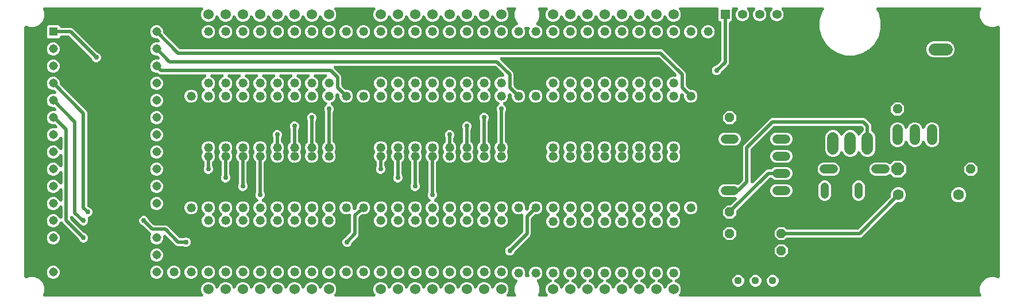
<source format=gbr>
G04 EAGLE Gerber RS-274X export*
G75*
%MOMM*%
%FSLAX34Y34*%
%LPD*%
%INBottom Copper*%
%IPPOS*%
%AMOC8*
5,1,8,0,0,1.08239X$1,22.5*%
G01*
%ADD10R,1.308000X1.308000*%
%ADD11C,1.308000*%
%ADD12C,1.320800*%
%ADD13C,1.524000*%
%ADD14R,1.358000X1.358000*%
%ADD15C,1.358000*%
%ADD16C,1.778000*%
%ADD17C,1.524000*%
%ADD18C,1.320800*%
%ADD19C,1.676400*%
%ADD20C,1.208000*%
%ADD21P,1.732040X8X22.500000*%
%ADD22C,1.600200*%
%ADD23P,1.429621X8X202.500000*%
%ADD24P,1.429621X8X22.500000*%
%ADD25P,2.061953X8X22.500000*%
%ADD26C,1.117600*%
%ADD27C,0.756400*%
%ADD28C,0.508000*%

G36*
X269233Y8140D02*
X269233Y8140D01*
X269363Y8142D01*
X269456Y8160D01*
X269552Y8169D01*
X269677Y8203D01*
X269805Y8228D01*
X269894Y8262D01*
X269986Y8287D01*
X270103Y8343D01*
X270225Y8390D01*
X270306Y8440D01*
X270393Y8481D01*
X270498Y8556D01*
X270609Y8624D01*
X270681Y8687D01*
X270759Y8743D01*
X270850Y8836D01*
X270947Y8922D01*
X271006Y8997D01*
X271073Y9065D01*
X271146Y9173D01*
X271226Y9275D01*
X271271Y9359D01*
X271325Y9438D01*
X271378Y9557D01*
X271439Y9672D01*
X271468Y9763D01*
X271507Y9850D01*
X271538Y9977D01*
X271578Y10100D01*
X271591Y10195D01*
X271614Y10288D01*
X271622Y10417D01*
X271639Y10546D01*
X271636Y10642D01*
X271641Y10737D01*
X271626Y10866D01*
X271621Y10996D01*
X271600Y11089D01*
X271589Y11184D01*
X271552Y11309D01*
X271524Y11436D01*
X271487Y11524D01*
X271459Y11615D01*
X271400Y11731D01*
X271350Y11851D01*
X271298Y11931D01*
X271255Y12017D01*
X271176Y12120D01*
X271106Y12229D01*
X271019Y12327D01*
X270983Y12375D01*
X270950Y12406D01*
X270899Y12464D01*
X270355Y13007D01*
X268731Y16928D01*
X268731Y21172D01*
X270355Y25093D01*
X273357Y28095D01*
X277278Y29719D01*
X281522Y29719D01*
X285443Y28095D01*
X288445Y25093D01*
X289754Y21932D01*
X289814Y21817D01*
X289866Y21697D01*
X289918Y21617D01*
X289963Y21533D01*
X290042Y21430D01*
X290114Y21322D01*
X290180Y21252D01*
X290238Y21177D01*
X290335Y21090D01*
X290424Y20996D01*
X290502Y20939D01*
X290573Y20875D01*
X290683Y20807D01*
X290788Y20730D01*
X290874Y20688D01*
X290955Y20637D01*
X291075Y20589D01*
X291192Y20532D01*
X291284Y20506D01*
X291373Y20471D01*
X291500Y20445D01*
X291626Y20409D01*
X291721Y20400D01*
X291814Y20380D01*
X291944Y20377D01*
X292074Y20364D01*
X292169Y20372D01*
X292264Y20370D01*
X292393Y20390D01*
X292523Y20400D01*
X292615Y20424D01*
X292709Y20439D01*
X292832Y20481D01*
X292958Y20514D01*
X293045Y20554D01*
X293135Y20585D01*
X293249Y20648D01*
X293367Y20703D01*
X293445Y20758D01*
X293528Y20804D01*
X293629Y20887D01*
X293736Y20961D01*
X293803Y21029D01*
X293877Y21090D01*
X293961Y21189D01*
X294053Y21281D01*
X294107Y21359D01*
X294169Y21432D01*
X294235Y21544D01*
X294309Y21651D01*
X294366Y21768D01*
X294397Y21820D01*
X294412Y21862D01*
X294446Y21932D01*
X295755Y25093D01*
X298757Y28095D01*
X302678Y29719D01*
X306922Y29719D01*
X310843Y28095D01*
X313845Y25093D01*
X315154Y21932D01*
X315214Y21817D01*
X315266Y21697D01*
X315318Y21617D01*
X315363Y21533D01*
X315442Y21430D01*
X315514Y21322D01*
X315580Y21252D01*
X315638Y21177D01*
X315735Y21090D01*
X315824Y20996D01*
X315902Y20939D01*
X315973Y20875D01*
X316083Y20807D01*
X316188Y20730D01*
X316274Y20688D01*
X316355Y20637D01*
X316475Y20589D01*
X316592Y20532D01*
X316684Y20506D01*
X316773Y20471D01*
X316900Y20445D01*
X317026Y20409D01*
X317121Y20400D01*
X317214Y20380D01*
X317344Y20377D01*
X317474Y20364D01*
X317569Y20372D01*
X317664Y20370D01*
X317793Y20390D01*
X317923Y20400D01*
X318015Y20424D01*
X318109Y20439D01*
X318232Y20481D01*
X318358Y20514D01*
X318445Y20554D01*
X318535Y20585D01*
X318649Y20648D01*
X318767Y20703D01*
X318845Y20758D01*
X318928Y20804D01*
X319029Y20887D01*
X319136Y20961D01*
X319203Y21029D01*
X319277Y21090D01*
X319361Y21189D01*
X319453Y21281D01*
X319507Y21359D01*
X319569Y21432D01*
X319635Y21544D01*
X319709Y21651D01*
X319766Y21768D01*
X319797Y21820D01*
X319812Y21862D01*
X319846Y21932D01*
X321155Y25093D01*
X324157Y28095D01*
X328078Y29719D01*
X332322Y29719D01*
X336243Y28095D01*
X339245Y25093D01*
X340554Y21932D01*
X340614Y21817D01*
X340666Y21697D01*
X340718Y21618D01*
X340763Y21533D01*
X340842Y21430D01*
X340914Y21321D01*
X340980Y21252D01*
X341038Y21177D01*
X341135Y21090D01*
X341225Y20996D01*
X341302Y20939D01*
X341373Y20875D01*
X341483Y20807D01*
X341588Y20730D01*
X341674Y20688D01*
X341755Y20637D01*
X341876Y20589D01*
X341992Y20532D01*
X342084Y20506D01*
X342173Y20471D01*
X342301Y20444D01*
X342426Y20409D01*
X342521Y20400D01*
X342614Y20380D01*
X342744Y20377D01*
X342874Y20364D01*
X342969Y20372D01*
X343064Y20370D01*
X343193Y20390D01*
X343323Y20400D01*
X343415Y20424D01*
X343509Y20439D01*
X343633Y20481D01*
X343758Y20514D01*
X343845Y20554D01*
X343935Y20585D01*
X344049Y20648D01*
X344167Y20703D01*
X344245Y20758D01*
X344328Y20804D01*
X344429Y20887D01*
X344536Y20961D01*
X344603Y21029D01*
X344677Y21090D01*
X344761Y21188D01*
X344853Y21281D01*
X344907Y21359D01*
X344969Y21432D01*
X345035Y21544D01*
X345109Y21651D01*
X345166Y21768D01*
X345197Y21820D01*
X345212Y21863D01*
X345246Y21932D01*
X346555Y25093D01*
X349557Y28095D01*
X353478Y29719D01*
X357722Y29719D01*
X361643Y28095D01*
X364645Y25093D01*
X365954Y21932D01*
X366014Y21817D01*
X366066Y21697D01*
X366118Y21618D01*
X366163Y21533D01*
X366242Y21430D01*
X366314Y21321D01*
X366380Y21252D01*
X366438Y21177D01*
X366535Y21090D01*
X366624Y20996D01*
X366702Y20939D01*
X366772Y20875D01*
X366883Y20806D01*
X366988Y20730D01*
X367074Y20688D01*
X367155Y20637D01*
X367276Y20589D01*
X367392Y20532D01*
X367484Y20506D01*
X367573Y20471D01*
X367700Y20445D01*
X367826Y20409D01*
X367921Y20400D01*
X368014Y20380D01*
X368144Y20377D01*
X368274Y20364D01*
X368369Y20372D01*
X368464Y20370D01*
X368593Y20390D01*
X368723Y20400D01*
X368815Y20424D01*
X368909Y20439D01*
X369032Y20481D01*
X369158Y20514D01*
X369245Y20554D01*
X369335Y20585D01*
X369449Y20648D01*
X369567Y20703D01*
X369645Y20758D01*
X369728Y20804D01*
X369829Y20887D01*
X369936Y20961D01*
X370003Y21029D01*
X370077Y21089D01*
X370161Y21188D01*
X370253Y21281D01*
X370307Y21359D01*
X370369Y21432D01*
X370435Y21544D01*
X370509Y21651D01*
X370566Y21768D01*
X370597Y21820D01*
X370612Y21862D01*
X370646Y21932D01*
X371955Y25093D01*
X374957Y28095D01*
X378878Y29719D01*
X383122Y29719D01*
X387043Y28095D01*
X390045Y25093D01*
X391354Y21932D01*
X391414Y21817D01*
X391466Y21697D01*
X391518Y21618D01*
X391563Y21533D01*
X391642Y21430D01*
X391714Y21321D01*
X391780Y21252D01*
X391838Y21177D01*
X391935Y21090D01*
X392024Y20996D01*
X392102Y20939D01*
X392172Y20875D01*
X392283Y20806D01*
X392388Y20730D01*
X392474Y20688D01*
X392555Y20637D01*
X392676Y20589D01*
X392792Y20532D01*
X392884Y20506D01*
X392973Y20471D01*
X393100Y20445D01*
X393226Y20409D01*
X393321Y20400D01*
X393414Y20380D01*
X393544Y20377D01*
X393674Y20364D01*
X393769Y20372D01*
X393864Y20370D01*
X393993Y20390D01*
X394123Y20400D01*
X394215Y20424D01*
X394309Y20439D01*
X394432Y20481D01*
X394558Y20514D01*
X394645Y20554D01*
X394735Y20585D01*
X394849Y20648D01*
X394967Y20703D01*
X395045Y20758D01*
X395128Y20804D01*
X395229Y20887D01*
X395336Y20961D01*
X395403Y21029D01*
X395477Y21089D01*
X395561Y21188D01*
X395653Y21281D01*
X395707Y21359D01*
X395769Y21432D01*
X395835Y21544D01*
X395909Y21651D01*
X395966Y21768D01*
X395997Y21820D01*
X396012Y21862D01*
X396046Y21932D01*
X397355Y25093D01*
X400357Y28095D01*
X404278Y29719D01*
X408522Y29719D01*
X412443Y28095D01*
X415445Y25093D01*
X416754Y21932D01*
X416814Y21817D01*
X416866Y21697D01*
X416918Y21618D01*
X416963Y21533D01*
X417042Y21430D01*
X417114Y21321D01*
X417180Y21252D01*
X417238Y21177D01*
X417335Y21090D01*
X417424Y20996D01*
X417502Y20939D01*
X417572Y20875D01*
X417683Y20806D01*
X417788Y20730D01*
X417874Y20688D01*
X417955Y20637D01*
X418076Y20589D01*
X418192Y20532D01*
X418284Y20506D01*
X418373Y20471D01*
X418500Y20445D01*
X418626Y20409D01*
X418721Y20400D01*
X418814Y20380D01*
X418944Y20377D01*
X419074Y20364D01*
X419169Y20372D01*
X419264Y20370D01*
X419393Y20390D01*
X419523Y20400D01*
X419615Y20424D01*
X419709Y20439D01*
X419832Y20481D01*
X419958Y20514D01*
X420045Y20554D01*
X420135Y20585D01*
X420249Y20648D01*
X420367Y20703D01*
X420445Y20758D01*
X420528Y20804D01*
X420629Y20887D01*
X420736Y20961D01*
X420803Y21029D01*
X420877Y21089D01*
X420961Y21188D01*
X421053Y21281D01*
X421107Y21359D01*
X421169Y21432D01*
X421235Y21544D01*
X421309Y21651D01*
X421366Y21768D01*
X421397Y21820D01*
X421412Y21862D01*
X421446Y21932D01*
X422755Y25093D01*
X425757Y28095D01*
X429678Y29719D01*
X433922Y29719D01*
X437843Y28095D01*
X440845Y25093D01*
X442154Y21932D01*
X442214Y21817D01*
X442266Y21697D01*
X442318Y21618D01*
X442363Y21533D01*
X442442Y21430D01*
X442514Y21321D01*
X442580Y21252D01*
X442638Y21177D01*
X442735Y21090D01*
X442824Y20996D01*
X442902Y20939D01*
X442972Y20875D01*
X443083Y20806D01*
X443188Y20730D01*
X443274Y20688D01*
X443355Y20637D01*
X443476Y20589D01*
X443592Y20532D01*
X443684Y20506D01*
X443773Y20471D01*
X443900Y20445D01*
X444026Y20409D01*
X444121Y20400D01*
X444214Y20380D01*
X444344Y20377D01*
X444474Y20364D01*
X444569Y20372D01*
X444664Y20370D01*
X444793Y20390D01*
X444923Y20400D01*
X445015Y20424D01*
X445109Y20439D01*
X445232Y20481D01*
X445358Y20514D01*
X445445Y20554D01*
X445535Y20585D01*
X445649Y20648D01*
X445767Y20703D01*
X445845Y20758D01*
X445928Y20804D01*
X446029Y20887D01*
X446136Y20961D01*
X446203Y21029D01*
X446277Y21089D01*
X446361Y21188D01*
X446453Y21281D01*
X446507Y21359D01*
X446569Y21432D01*
X446635Y21544D01*
X446709Y21651D01*
X446766Y21768D01*
X446797Y21820D01*
X446812Y21862D01*
X446846Y21932D01*
X448155Y25093D01*
X451157Y28095D01*
X455078Y29719D01*
X459322Y29719D01*
X463243Y28095D01*
X466245Y25093D01*
X467869Y21172D01*
X467869Y16928D01*
X466245Y13007D01*
X465701Y12464D01*
X465618Y12364D01*
X465527Y12271D01*
X465474Y12191D01*
X465412Y12118D01*
X465348Y12005D01*
X465275Y11898D01*
X465237Y11810D01*
X465189Y11727D01*
X465146Y11605D01*
X465093Y11486D01*
X465070Y11393D01*
X465038Y11303D01*
X465017Y11175D01*
X464986Y11048D01*
X464980Y10953D01*
X464965Y10859D01*
X464967Y10729D01*
X464959Y10599D01*
X464970Y10504D01*
X464971Y10409D01*
X464996Y10281D01*
X465011Y10152D01*
X465038Y10060D01*
X465056Y9966D01*
X465103Y9845D01*
X465141Y9721D01*
X465184Y9635D01*
X465219Y9546D01*
X465286Y9435D01*
X465345Y9319D01*
X465403Y9243D01*
X465453Y9162D01*
X465539Y9064D01*
X465617Y8961D01*
X465688Y8896D01*
X465751Y8824D01*
X465853Y8744D01*
X465948Y8655D01*
X466029Y8604D01*
X466104Y8545D01*
X466218Y8484D01*
X466328Y8414D01*
X466417Y8377D01*
X466501Y8332D01*
X466624Y8292D01*
X466745Y8243D01*
X466838Y8223D01*
X466929Y8193D01*
X467058Y8175D01*
X467185Y8148D01*
X467315Y8140D01*
X467375Y8132D01*
X467420Y8133D01*
X467497Y8129D01*
X523103Y8129D01*
X523233Y8140D01*
X523363Y8142D01*
X523456Y8160D01*
X523552Y8169D01*
X523677Y8203D01*
X523805Y8228D01*
X523894Y8262D01*
X523986Y8287D01*
X524103Y8343D01*
X524225Y8390D01*
X524306Y8440D01*
X524393Y8481D01*
X524498Y8556D01*
X524609Y8624D01*
X524681Y8687D01*
X524759Y8743D01*
X524850Y8836D01*
X524947Y8922D01*
X525006Y8997D01*
X525073Y9065D01*
X525146Y9173D01*
X525226Y9275D01*
X525271Y9359D01*
X525325Y9438D01*
X525378Y9557D01*
X525439Y9672D01*
X525468Y9763D01*
X525507Y9850D01*
X525538Y9977D01*
X525578Y10100D01*
X525591Y10195D01*
X525614Y10288D01*
X525622Y10417D01*
X525639Y10546D01*
X525636Y10642D01*
X525641Y10737D01*
X525626Y10866D01*
X525621Y10996D01*
X525600Y11089D01*
X525589Y11184D01*
X525552Y11309D01*
X525524Y11436D01*
X525487Y11524D01*
X525459Y11615D01*
X525400Y11731D01*
X525350Y11851D01*
X525298Y11931D01*
X525255Y12017D01*
X525176Y12120D01*
X525106Y12229D01*
X525019Y12327D01*
X524983Y12375D01*
X524950Y12406D01*
X524899Y12464D01*
X524355Y13007D01*
X522731Y16928D01*
X522731Y21172D01*
X524355Y25093D01*
X527357Y28095D01*
X531278Y29719D01*
X535522Y29719D01*
X539443Y28095D01*
X542445Y25093D01*
X543754Y21932D01*
X543814Y21817D01*
X543866Y21697D01*
X543918Y21618D01*
X543963Y21533D01*
X544042Y21430D01*
X544114Y21321D01*
X544180Y21252D01*
X544238Y21177D01*
X544335Y21090D01*
X544424Y20996D01*
X544502Y20939D01*
X544572Y20875D01*
X544683Y20806D01*
X544788Y20730D01*
X544874Y20688D01*
X544955Y20637D01*
X545076Y20589D01*
X545192Y20532D01*
X545284Y20506D01*
X545373Y20471D01*
X545500Y20445D01*
X545626Y20409D01*
X545721Y20400D01*
X545814Y20380D01*
X545944Y20377D01*
X546074Y20364D01*
X546169Y20372D01*
X546264Y20370D01*
X546393Y20390D01*
X546523Y20400D01*
X546615Y20424D01*
X546709Y20439D01*
X546832Y20481D01*
X546958Y20514D01*
X547045Y20554D01*
X547135Y20585D01*
X547249Y20648D01*
X547367Y20703D01*
X547445Y20758D01*
X547528Y20804D01*
X547629Y20887D01*
X547736Y20961D01*
X547803Y21029D01*
X547877Y21089D01*
X547961Y21188D01*
X548053Y21281D01*
X548107Y21359D01*
X548169Y21432D01*
X548235Y21544D01*
X548309Y21651D01*
X548366Y21768D01*
X548397Y21820D01*
X548412Y21862D01*
X548446Y21932D01*
X549755Y25093D01*
X552757Y28095D01*
X556678Y29719D01*
X560922Y29719D01*
X564843Y28095D01*
X567845Y25093D01*
X569154Y21932D01*
X569214Y21817D01*
X569266Y21697D01*
X569318Y21618D01*
X569363Y21533D01*
X569442Y21430D01*
X569514Y21321D01*
X569580Y21252D01*
X569638Y21177D01*
X569735Y21090D01*
X569824Y20996D01*
X569902Y20939D01*
X569972Y20875D01*
X570083Y20806D01*
X570188Y20730D01*
X570274Y20688D01*
X570355Y20637D01*
X570476Y20589D01*
X570592Y20532D01*
X570684Y20506D01*
X570773Y20471D01*
X570900Y20445D01*
X571026Y20409D01*
X571121Y20400D01*
X571214Y20380D01*
X571344Y20377D01*
X571474Y20364D01*
X571569Y20372D01*
X571664Y20370D01*
X571793Y20390D01*
X571923Y20400D01*
X572015Y20424D01*
X572109Y20439D01*
X572232Y20481D01*
X572358Y20514D01*
X572445Y20554D01*
X572535Y20585D01*
X572649Y20648D01*
X572767Y20703D01*
X572845Y20758D01*
X572928Y20804D01*
X573029Y20887D01*
X573136Y20961D01*
X573203Y21029D01*
X573277Y21089D01*
X573361Y21188D01*
X573453Y21281D01*
X573507Y21359D01*
X573569Y21432D01*
X573635Y21544D01*
X573709Y21651D01*
X573766Y21768D01*
X573797Y21820D01*
X573812Y21862D01*
X573846Y21932D01*
X575155Y25093D01*
X578157Y28095D01*
X582078Y29719D01*
X586322Y29719D01*
X590243Y28095D01*
X593245Y25093D01*
X594554Y21932D01*
X594614Y21817D01*
X594666Y21697D01*
X594718Y21618D01*
X594763Y21533D01*
X594842Y21430D01*
X594914Y21321D01*
X594980Y21252D01*
X595038Y21177D01*
X595135Y21090D01*
X595224Y20996D01*
X595302Y20939D01*
X595372Y20875D01*
X595483Y20806D01*
X595588Y20730D01*
X595674Y20688D01*
X595755Y20637D01*
X595876Y20589D01*
X595992Y20532D01*
X596084Y20506D01*
X596173Y20471D01*
X596300Y20445D01*
X596426Y20409D01*
X596521Y20400D01*
X596614Y20380D01*
X596744Y20377D01*
X596874Y20364D01*
X596969Y20372D01*
X597064Y20370D01*
X597193Y20390D01*
X597323Y20400D01*
X597415Y20424D01*
X597509Y20439D01*
X597632Y20481D01*
X597758Y20514D01*
X597845Y20554D01*
X597935Y20585D01*
X598049Y20648D01*
X598167Y20703D01*
X598245Y20758D01*
X598328Y20804D01*
X598429Y20887D01*
X598536Y20961D01*
X598603Y21029D01*
X598677Y21089D01*
X598761Y21188D01*
X598853Y21281D01*
X598907Y21359D01*
X598969Y21432D01*
X599035Y21544D01*
X599109Y21651D01*
X599166Y21768D01*
X599197Y21820D01*
X599212Y21862D01*
X599246Y21932D01*
X600555Y25093D01*
X603557Y28095D01*
X607478Y29719D01*
X611722Y29719D01*
X615643Y28095D01*
X618645Y25093D01*
X619954Y21932D01*
X620014Y21817D01*
X620066Y21697D01*
X620118Y21618D01*
X620163Y21533D01*
X620242Y21430D01*
X620314Y21321D01*
X620380Y21252D01*
X620438Y21177D01*
X620535Y21090D01*
X620624Y20996D01*
X620702Y20939D01*
X620772Y20875D01*
X620883Y20806D01*
X620988Y20730D01*
X621074Y20688D01*
X621155Y20637D01*
X621276Y20589D01*
X621392Y20532D01*
X621484Y20506D01*
X621573Y20471D01*
X621700Y20445D01*
X621826Y20409D01*
X621921Y20400D01*
X622014Y20380D01*
X622144Y20377D01*
X622274Y20364D01*
X622369Y20372D01*
X622464Y20370D01*
X622593Y20390D01*
X622723Y20400D01*
X622815Y20424D01*
X622909Y20439D01*
X623032Y20481D01*
X623158Y20514D01*
X623245Y20554D01*
X623335Y20585D01*
X623449Y20648D01*
X623567Y20703D01*
X623645Y20758D01*
X623728Y20804D01*
X623829Y20887D01*
X623936Y20961D01*
X624003Y21029D01*
X624077Y21089D01*
X624161Y21188D01*
X624253Y21281D01*
X624307Y21359D01*
X624369Y21432D01*
X624435Y21544D01*
X624509Y21651D01*
X624566Y21768D01*
X624597Y21820D01*
X624612Y21862D01*
X624646Y21932D01*
X625955Y25093D01*
X628957Y28095D01*
X632878Y29719D01*
X637122Y29719D01*
X641043Y28095D01*
X644045Y25093D01*
X645354Y21932D01*
X645414Y21817D01*
X645466Y21697D01*
X645518Y21618D01*
X645563Y21533D01*
X645642Y21430D01*
X645714Y21321D01*
X645780Y21252D01*
X645838Y21177D01*
X645935Y21090D01*
X646024Y20996D01*
X646102Y20939D01*
X646172Y20875D01*
X646283Y20806D01*
X646388Y20730D01*
X646474Y20688D01*
X646555Y20637D01*
X646676Y20589D01*
X646792Y20532D01*
X646884Y20506D01*
X646973Y20471D01*
X647100Y20445D01*
X647226Y20409D01*
X647321Y20400D01*
X647414Y20380D01*
X647544Y20377D01*
X647674Y20364D01*
X647769Y20372D01*
X647864Y20370D01*
X647993Y20390D01*
X648123Y20400D01*
X648215Y20424D01*
X648309Y20439D01*
X648432Y20481D01*
X648558Y20514D01*
X648645Y20554D01*
X648735Y20585D01*
X648849Y20648D01*
X648967Y20703D01*
X649045Y20758D01*
X649128Y20804D01*
X649229Y20887D01*
X649336Y20961D01*
X649403Y21029D01*
X649477Y21089D01*
X649561Y21188D01*
X649653Y21281D01*
X649707Y21359D01*
X649769Y21432D01*
X649835Y21544D01*
X649909Y21651D01*
X649966Y21768D01*
X649997Y21820D01*
X650012Y21862D01*
X650046Y21932D01*
X651355Y25093D01*
X654357Y28095D01*
X658278Y29719D01*
X662522Y29719D01*
X666443Y28095D01*
X669445Y25093D01*
X670754Y21932D01*
X670814Y21817D01*
X670866Y21697D01*
X670918Y21618D01*
X670963Y21533D01*
X671042Y21430D01*
X671114Y21321D01*
X671180Y21252D01*
X671238Y21177D01*
X671335Y21090D01*
X671424Y20996D01*
X671502Y20939D01*
X671572Y20875D01*
X671683Y20806D01*
X671788Y20730D01*
X671874Y20688D01*
X671955Y20637D01*
X672076Y20589D01*
X672192Y20532D01*
X672284Y20506D01*
X672373Y20471D01*
X672500Y20445D01*
X672626Y20409D01*
X672721Y20400D01*
X672814Y20380D01*
X672944Y20377D01*
X673074Y20364D01*
X673169Y20372D01*
X673264Y20370D01*
X673393Y20390D01*
X673523Y20400D01*
X673615Y20424D01*
X673709Y20439D01*
X673832Y20481D01*
X673958Y20514D01*
X674045Y20554D01*
X674135Y20585D01*
X674249Y20648D01*
X674367Y20703D01*
X674445Y20758D01*
X674528Y20804D01*
X674629Y20887D01*
X674736Y20961D01*
X674803Y21029D01*
X674877Y21089D01*
X674961Y21188D01*
X675053Y21281D01*
X675107Y21359D01*
X675169Y21432D01*
X675235Y21544D01*
X675309Y21651D01*
X675366Y21768D01*
X675397Y21820D01*
X675412Y21862D01*
X675446Y21932D01*
X676755Y25093D01*
X679757Y28095D01*
X683678Y29719D01*
X687922Y29719D01*
X691843Y28095D01*
X694845Y25093D01*
X696154Y21932D01*
X696214Y21817D01*
X696266Y21697D01*
X696318Y21618D01*
X696363Y21533D01*
X696442Y21430D01*
X696514Y21321D01*
X696580Y21252D01*
X696638Y21177D01*
X696735Y21090D01*
X696824Y20996D01*
X696902Y20939D01*
X696972Y20875D01*
X697083Y20806D01*
X697188Y20730D01*
X697274Y20688D01*
X697355Y20637D01*
X697476Y20589D01*
X697592Y20532D01*
X697684Y20506D01*
X697773Y20471D01*
X697900Y20445D01*
X698026Y20409D01*
X698121Y20400D01*
X698214Y20380D01*
X698344Y20377D01*
X698474Y20364D01*
X698569Y20372D01*
X698664Y20370D01*
X698793Y20390D01*
X698923Y20400D01*
X699015Y20424D01*
X699109Y20439D01*
X699232Y20481D01*
X699358Y20514D01*
X699445Y20554D01*
X699535Y20585D01*
X699649Y20648D01*
X699767Y20703D01*
X699845Y20758D01*
X699928Y20804D01*
X700029Y20887D01*
X700136Y20961D01*
X700203Y21029D01*
X700277Y21089D01*
X700361Y21188D01*
X700453Y21281D01*
X700507Y21359D01*
X700569Y21432D01*
X700635Y21544D01*
X700709Y21651D01*
X700766Y21768D01*
X700797Y21820D01*
X700812Y21862D01*
X700846Y21932D01*
X702155Y25093D01*
X705157Y28095D01*
X709078Y29719D01*
X713322Y29719D01*
X717243Y28095D01*
X720245Y25093D01*
X721869Y21172D01*
X721869Y16928D01*
X720245Y13007D01*
X719701Y12464D01*
X719618Y12364D01*
X719527Y12271D01*
X719474Y12191D01*
X719412Y12118D01*
X719348Y12005D01*
X719275Y11898D01*
X719237Y11810D01*
X719189Y11727D01*
X719146Y11605D01*
X719093Y11486D01*
X719070Y11393D01*
X719038Y11303D01*
X719017Y11175D01*
X718986Y11048D01*
X718980Y10953D01*
X718965Y10859D01*
X718967Y10729D01*
X718959Y10599D01*
X718970Y10504D01*
X718971Y10409D01*
X718996Y10281D01*
X719011Y10152D01*
X719038Y10060D01*
X719056Y9966D01*
X719103Y9845D01*
X719141Y9721D01*
X719184Y9635D01*
X719219Y9546D01*
X719286Y9435D01*
X719345Y9319D01*
X719403Y9243D01*
X719453Y9162D01*
X719539Y9064D01*
X719617Y8961D01*
X719688Y8896D01*
X719751Y8824D01*
X719853Y8744D01*
X719948Y8655D01*
X720029Y8604D01*
X720104Y8545D01*
X720218Y8484D01*
X720328Y8414D01*
X720417Y8377D01*
X720501Y8332D01*
X720624Y8292D01*
X720745Y8243D01*
X720838Y8223D01*
X720929Y8193D01*
X721058Y8175D01*
X721185Y8148D01*
X721315Y8140D01*
X721375Y8132D01*
X721420Y8133D01*
X721497Y8129D01*
X730401Y8129D01*
X730483Y8136D01*
X730565Y8134D01*
X730707Y8156D01*
X730850Y8169D01*
X730929Y8190D01*
X731010Y8203D01*
X731146Y8249D01*
X731284Y8287D01*
X731358Y8323D01*
X731436Y8349D01*
X731562Y8419D01*
X731691Y8481D01*
X731757Y8528D01*
X731830Y8569D01*
X731940Y8659D01*
X732057Y8743D01*
X732114Y8802D01*
X732178Y8854D01*
X732271Y8963D01*
X732371Y9065D01*
X732417Y9134D01*
X732470Y9196D01*
X732543Y9320D01*
X732623Y9438D01*
X732656Y9514D01*
X732698Y9585D01*
X732747Y9719D01*
X732805Y9850D01*
X732825Y9930D01*
X732853Y10008D01*
X732878Y10149D01*
X732912Y10288D01*
X732917Y10370D01*
X732931Y10451D01*
X732931Y10594D01*
X732939Y10737D01*
X732930Y10819D01*
X732930Y10901D01*
X732904Y11042D01*
X732887Y11184D01*
X732863Y11263D01*
X732849Y11344D01*
X732769Y11577D01*
X732757Y11615D01*
X732752Y11625D01*
X732747Y11640D01*
X731171Y15444D01*
X731171Y22656D01*
X733931Y29319D01*
X734439Y29827D01*
X734492Y29890D01*
X734551Y29947D01*
X734636Y30062D01*
X734728Y30172D01*
X734769Y30244D01*
X734817Y30310D01*
X734880Y30439D01*
X734951Y30563D01*
X734979Y30641D01*
X735015Y30715D01*
X735054Y30853D01*
X735102Y30987D01*
X735115Y31069D01*
X735138Y31148D01*
X735152Y31291D01*
X735175Y31432D01*
X735174Y31514D01*
X735183Y31596D01*
X735171Y31739D01*
X735169Y31882D01*
X735154Y31963D01*
X735147Y32045D01*
X735111Y32183D01*
X735084Y32324D01*
X735054Y32401D01*
X735033Y32480D01*
X734973Y32610D01*
X734922Y32744D01*
X734879Y32814D01*
X734844Y32889D01*
X734762Y33006D01*
X734688Y33129D01*
X734633Y33190D01*
X734586Y33258D01*
X734484Y33359D01*
X734389Y33466D01*
X734325Y33517D01*
X734266Y33575D01*
X734149Y33657D01*
X734036Y33745D01*
X733964Y33784D01*
X733896Y33831D01*
X733674Y33940D01*
X733639Y33958D01*
X733629Y33961D01*
X733615Y33968D01*
X731132Y34997D01*
X728417Y37712D01*
X726947Y41260D01*
X726947Y45100D01*
X728417Y48648D01*
X731132Y51363D01*
X734680Y52833D01*
X738520Y52833D01*
X742068Y51363D01*
X744783Y48648D01*
X746253Y45100D01*
X746253Y41260D01*
X746017Y40690D01*
X745992Y40611D01*
X745959Y40536D01*
X745925Y40397D01*
X745882Y40260D01*
X745871Y40178D01*
X745852Y40098D01*
X745843Y39956D01*
X745825Y39813D01*
X745829Y39731D01*
X745824Y39649D01*
X745841Y39507D01*
X745848Y39364D01*
X745867Y39284D01*
X745876Y39202D01*
X745918Y39064D01*
X745950Y38925D01*
X745983Y38850D01*
X746007Y38771D01*
X746072Y38643D01*
X746128Y38512D01*
X746174Y38443D01*
X746211Y38369D01*
X746297Y38256D01*
X746376Y38136D01*
X746433Y38076D01*
X746483Y38011D01*
X746588Y37914D01*
X746687Y37810D01*
X746754Y37761D01*
X746814Y37705D01*
X746935Y37629D01*
X747050Y37544D01*
X747124Y37508D01*
X747194Y37464D01*
X747326Y37409D01*
X747455Y37346D01*
X747534Y37324D01*
X747610Y37293D01*
X747750Y37263D01*
X747888Y37223D01*
X747970Y37215D01*
X748051Y37198D01*
X748297Y37183D01*
X748336Y37179D01*
X748347Y37180D01*
X748362Y37179D01*
X750238Y37179D01*
X750320Y37186D01*
X750402Y37184D01*
X750543Y37206D01*
X750686Y37219D01*
X750766Y37240D01*
X750847Y37253D01*
X750982Y37299D01*
X751120Y37337D01*
X751195Y37372D01*
X751273Y37399D01*
X751398Y37469D01*
X751527Y37531D01*
X751594Y37578D01*
X751666Y37619D01*
X751777Y37709D01*
X751893Y37793D01*
X751951Y37852D01*
X752014Y37904D01*
X752107Y38013D01*
X752207Y38115D01*
X752253Y38184D01*
X752307Y38246D01*
X752379Y38370D01*
X752459Y38488D01*
X752493Y38564D01*
X752534Y38635D01*
X752584Y38769D01*
X752641Y38900D01*
X752661Y38980D01*
X752689Y39058D01*
X752714Y39199D01*
X752748Y39338D01*
X752753Y39420D01*
X752767Y39501D01*
X752767Y39644D01*
X752776Y39787D01*
X752766Y39869D01*
X752766Y39951D01*
X752740Y40092D01*
X752724Y40234D01*
X752700Y40313D01*
X752685Y40394D01*
X752605Y40627D01*
X752593Y40665D01*
X752589Y40675D01*
X752583Y40690D01*
X752347Y41260D01*
X752347Y45100D01*
X753817Y48648D01*
X756532Y51363D01*
X760080Y52833D01*
X763920Y52833D01*
X767468Y51363D01*
X770183Y48648D01*
X771653Y45100D01*
X771653Y41260D01*
X770183Y37712D01*
X767468Y34997D01*
X764985Y33968D01*
X764912Y33930D01*
X764835Y33900D01*
X764713Y33826D01*
X764586Y33760D01*
X764521Y33709D01*
X764450Y33667D01*
X764343Y33572D01*
X764230Y33484D01*
X764175Y33423D01*
X764113Y33368D01*
X764024Y33256D01*
X763928Y33150D01*
X763885Y33080D01*
X763833Y33015D01*
X763766Y32889D01*
X763690Y32768D01*
X763660Y32691D01*
X763621Y32618D01*
X763577Y32482D01*
X763524Y32349D01*
X763507Y32268D01*
X763482Y32190D01*
X763462Y32048D01*
X763433Y31908D01*
X763431Y31826D01*
X763420Y31744D01*
X763426Y31601D01*
X763423Y31458D01*
X763435Y31377D01*
X763439Y31294D01*
X763470Y31154D01*
X763492Y31013D01*
X763518Y30935D01*
X763536Y30855D01*
X763591Y30722D01*
X763638Y30587D01*
X763678Y30515D01*
X763710Y30439D01*
X763787Y30319D01*
X763857Y30194D01*
X763909Y30130D01*
X763954Y30061D01*
X764118Y29876D01*
X764143Y29846D01*
X764151Y29839D01*
X764161Y29827D01*
X764669Y29319D01*
X767429Y22656D01*
X767429Y15444D01*
X765853Y11640D01*
X765828Y11561D01*
X765795Y11486D01*
X765761Y11347D01*
X765718Y11210D01*
X765708Y11128D01*
X765688Y11048D01*
X765680Y10906D01*
X765661Y10763D01*
X765666Y10681D01*
X765661Y10599D01*
X765677Y10457D01*
X765685Y10314D01*
X765703Y10234D01*
X765713Y10152D01*
X765754Y10014D01*
X765787Y9875D01*
X765819Y9800D01*
X765843Y9721D01*
X765908Y9593D01*
X765965Y9462D01*
X766010Y9393D01*
X766047Y9319D01*
X766134Y9205D01*
X766213Y9086D01*
X766270Y9026D01*
X766319Y8961D01*
X766425Y8864D01*
X766523Y8760D01*
X766590Y8711D01*
X766650Y8655D01*
X766771Y8578D01*
X766887Y8494D01*
X766961Y8458D01*
X767030Y8414D01*
X767163Y8359D01*
X767291Y8296D01*
X767371Y8274D01*
X767447Y8243D01*
X767587Y8213D01*
X767725Y8173D01*
X767806Y8165D01*
X767887Y8148D01*
X768133Y8133D01*
X768173Y8129D01*
X768183Y8130D01*
X768199Y8129D01*
X777103Y8129D01*
X777233Y8140D01*
X777363Y8142D01*
X777456Y8160D01*
X777552Y8169D01*
X777677Y8203D01*
X777805Y8228D01*
X777894Y8262D01*
X777986Y8287D01*
X778103Y8343D01*
X778225Y8390D01*
X778306Y8440D01*
X778393Y8481D01*
X778498Y8556D01*
X778609Y8624D01*
X778681Y8687D01*
X778759Y8743D01*
X778850Y8836D01*
X778947Y8922D01*
X779006Y8997D01*
X779073Y9065D01*
X779146Y9173D01*
X779226Y9275D01*
X779271Y9359D01*
X779325Y9438D01*
X779378Y9557D01*
X779439Y9672D01*
X779468Y9763D01*
X779507Y9850D01*
X779538Y9977D01*
X779578Y10100D01*
X779591Y10195D01*
X779614Y10288D01*
X779622Y10417D01*
X779639Y10546D01*
X779636Y10642D01*
X779641Y10737D01*
X779626Y10866D01*
X779621Y10996D01*
X779600Y11089D01*
X779589Y11184D01*
X779552Y11309D01*
X779524Y11436D01*
X779487Y11524D01*
X779459Y11615D01*
X779400Y11731D01*
X779350Y11851D01*
X779298Y11931D01*
X779255Y12017D01*
X779176Y12120D01*
X779106Y12229D01*
X779019Y12327D01*
X778983Y12375D01*
X778950Y12406D01*
X778899Y12464D01*
X778355Y13007D01*
X776731Y16928D01*
X776731Y21172D01*
X778355Y25093D01*
X781357Y28095D01*
X784313Y29319D01*
X784428Y29379D01*
X784547Y29430D01*
X784627Y29483D01*
X784712Y29527D01*
X784814Y29607D01*
X784923Y29679D01*
X784992Y29745D01*
X785068Y29803D01*
X785155Y29900D01*
X785249Y29989D01*
X785305Y30066D01*
X785369Y30137D01*
X785438Y30248D01*
X785515Y30353D01*
X785557Y30439D01*
X785607Y30520D01*
X785655Y30641D01*
X785712Y30757D01*
X785738Y30849D01*
X785774Y30938D01*
X785800Y31066D01*
X785835Y31190D01*
X785845Y31285D01*
X785864Y31379D01*
X785867Y31509D01*
X785880Y31639D01*
X785873Y31734D01*
X785875Y31829D01*
X785855Y31958D01*
X785845Y32087D01*
X785821Y32180D01*
X785806Y32274D01*
X785764Y32397D01*
X785731Y32523D01*
X785691Y32610D01*
X785660Y32700D01*
X785596Y32813D01*
X785542Y32932D01*
X785487Y33010D01*
X785440Y33093D01*
X785358Y33194D01*
X785283Y33300D01*
X785215Y33368D01*
X785155Y33442D01*
X785056Y33526D01*
X784964Y33618D01*
X784885Y33672D01*
X784813Y33734D01*
X784700Y33800D01*
X784593Y33874D01*
X784477Y33931D01*
X784424Y33962D01*
X784382Y33977D01*
X784313Y34011D01*
X781932Y34997D01*
X779217Y37712D01*
X777747Y41260D01*
X777747Y45100D01*
X779217Y48648D01*
X781932Y51363D01*
X785480Y52833D01*
X789320Y52833D01*
X792868Y51363D01*
X795583Y48648D01*
X797053Y45100D01*
X797053Y41260D01*
X795583Y37712D01*
X792868Y34997D01*
X790487Y34011D01*
X790372Y33951D01*
X790253Y33899D01*
X790173Y33847D01*
X790088Y33802D01*
X789986Y33723D01*
X789877Y33651D01*
X789808Y33585D01*
X789732Y33527D01*
X789645Y33430D01*
X789551Y33340D01*
X789495Y33263D01*
X789431Y33192D01*
X789362Y33082D01*
X789285Y32977D01*
X789243Y32891D01*
X789193Y32810D01*
X789145Y32689D01*
X789088Y32572D01*
X789062Y32481D01*
X789026Y32392D01*
X789000Y32264D01*
X788965Y32139D01*
X788955Y32044D01*
X788936Y31951D01*
X788933Y31821D01*
X788920Y31691D01*
X788927Y31596D01*
X788925Y31500D01*
X788945Y31372D01*
X788955Y31242D01*
X788979Y31150D01*
X788994Y31055D01*
X789036Y30932D01*
X789069Y30807D01*
X789109Y30720D01*
X789140Y30630D01*
X789204Y30516D01*
X789258Y30398D01*
X789313Y30320D01*
X789360Y30236D01*
X789442Y30136D01*
X789517Y30029D01*
X789585Y29962D01*
X789645Y29888D01*
X789744Y29804D01*
X789836Y29712D01*
X789915Y29658D01*
X789987Y29596D01*
X790099Y29530D01*
X790207Y29456D01*
X790324Y29399D01*
X790376Y29368D01*
X790418Y29353D01*
X790487Y29319D01*
X793443Y28095D01*
X796445Y25093D01*
X797754Y21932D01*
X797814Y21817D01*
X797866Y21697D01*
X797918Y21618D01*
X797963Y21533D01*
X798042Y21430D01*
X798114Y21321D01*
X798180Y21252D01*
X798238Y21177D01*
X798335Y21090D01*
X798424Y20996D01*
X798502Y20939D01*
X798572Y20875D01*
X798683Y20806D01*
X798788Y20730D01*
X798874Y20688D01*
X798955Y20637D01*
X799076Y20589D01*
X799192Y20532D01*
X799284Y20506D01*
X799373Y20471D01*
X799500Y20445D01*
X799626Y20409D01*
X799721Y20400D01*
X799814Y20380D01*
X799944Y20377D01*
X800074Y20364D01*
X800169Y20372D01*
X800264Y20370D01*
X800393Y20390D01*
X800523Y20400D01*
X800615Y20424D01*
X800709Y20439D01*
X800832Y20481D01*
X800958Y20514D01*
X801045Y20554D01*
X801135Y20585D01*
X801249Y20648D01*
X801367Y20703D01*
X801445Y20758D01*
X801528Y20804D01*
X801629Y20887D01*
X801736Y20961D01*
X801803Y21029D01*
X801877Y21089D01*
X801961Y21188D01*
X802053Y21281D01*
X802107Y21359D01*
X802169Y21432D01*
X802235Y21544D01*
X802309Y21651D01*
X802366Y21768D01*
X802397Y21820D01*
X802412Y21862D01*
X802446Y21932D01*
X803755Y25093D01*
X806757Y28095D01*
X809713Y29319D01*
X809828Y29379D01*
X809947Y29430D01*
X810027Y29483D01*
X810112Y29527D01*
X810214Y29607D01*
X810323Y29679D01*
X810392Y29745D01*
X810468Y29803D01*
X810555Y29900D01*
X810649Y29989D01*
X810705Y30066D01*
X810769Y30137D01*
X810838Y30248D01*
X810915Y30353D01*
X810957Y30439D01*
X811007Y30520D01*
X811055Y30641D01*
X811112Y30757D01*
X811138Y30849D01*
X811174Y30938D01*
X811200Y31066D01*
X811235Y31190D01*
X811245Y31285D01*
X811264Y31379D01*
X811267Y31509D01*
X811280Y31639D01*
X811273Y31734D01*
X811275Y31829D01*
X811255Y31958D01*
X811245Y32087D01*
X811221Y32180D01*
X811206Y32274D01*
X811164Y32397D01*
X811131Y32523D01*
X811091Y32610D01*
X811060Y32700D01*
X810996Y32813D01*
X810942Y32932D01*
X810887Y33010D01*
X810840Y33093D01*
X810758Y33194D01*
X810683Y33300D01*
X810615Y33368D01*
X810555Y33442D01*
X810456Y33526D01*
X810364Y33618D01*
X810285Y33672D01*
X810213Y33734D01*
X810100Y33800D01*
X809993Y33874D01*
X809877Y33931D01*
X809824Y33962D01*
X809782Y33977D01*
X809713Y34011D01*
X807332Y34997D01*
X804617Y37712D01*
X803147Y41260D01*
X803147Y45100D01*
X804617Y48648D01*
X807332Y51363D01*
X810880Y52833D01*
X814720Y52833D01*
X818268Y51363D01*
X820983Y48648D01*
X822453Y45100D01*
X822453Y41260D01*
X820983Y37712D01*
X818268Y34997D01*
X815887Y34011D01*
X815772Y33951D01*
X815653Y33899D01*
X815573Y33847D01*
X815488Y33802D01*
X815386Y33723D01*
X815277Y33651D01*
X815208Y33585D01*
X815132Y33527D01*
X815045Y33430D01*
X814951Y33340D01*
X814895Y33263D01*
X814831Y33192D01*
X814762Y33082D01*
X814685Y32977D01*
X814643Y32891D01*
X814593Y32810D01*
X814545Y32689D01*
X814488Y32572D01*
X814462Y32481D01*
X814426Y32392D01*
X814400Y32264D01*
X814365Y32139D01*
X814355Y32044D01*
X814336Y31951D01*
X814333Y31821D01*
X814320Y31691D01*
X814327Y31596D01*
X814325Y31500D01*
X814345Y31372D01*
X814355Y31242D01*
X814379Y31150D01*
X814394Y31055D01*
X814436Y30932D01*
X814469Y30807D01*
X814509Y30720D01*
X814540Y30630D01*
X814604Y30516D01*
X814658Y30398D01*
X814713Y30320D01*
X814760Y30236D01*
X814842Y30136D01*
X814917Y30029D01*
X814985Y29962D01*
X815045Y29888D01*
X815144Y29804D01*
X815236Y29712D01*
X815315Y29658D01*
X815387Y29596D01*
X815499Y29530D01*
X815607Y29456D01*
X815724Y29399D01*
X815776Y29368D01*
X815818Y29353D01*
X815887Y29319D01*
X818843Y28095D01*
X821845Y25093D01*
X823154Y21932D01*
X823214Y21817D01*
X823266Y21697D01*
X823318Y21618D01*
X823363Y21533D01*
X823442Y21430D01*
X823514Y21321D01*
X823580Y21252D01*
X823638Y21177D01*
X823735Y21090D01*
X823824Y20996D01*
X823902Y20939D01*
X823972Y20875D01*
X824083Y20806D01*
X824188Y20730D01*
X824274Y20688D01*
X824355Y20637D01*
X824476Y20589D01*
X824592Y20532D01*
X824684Y20506D01*
X824773Y20471D01*
X824900Y20445D01*
X825026Y20409D01*
X825121Y20400D01*
X825214Y20380D01*
X825344Y20377D01*
X825474Y20364D01*
X825569Y20372D01*
X825664Y20370D01*
X825793Y20390D01*
X825923Y20400D01*
X826015Y20424D01*
X826109Y20439D01*
X826232Y20481D01*
X826358Y20514D01*
X826445Y20554D01*
X826535Y20585D01*
X826649Y20648D01*
X826767Y20703D01*
X826845Y20758D01*
X826928Y20804D01*
X827029Y20887D01*
X827136Y20961D01*
X827203Y21029D01*
X827277Y21089D01*
X827361Y21188D01*
X827453Y21281D01*
X827507Y21359D01*
X827569Y21432D01*
X827635Y21544D01*
X827709Y21651D01*
X827766Y21768D01*
X827797Y21820D01*
X827812Y21862D01*
X827846Y21932D01*
X829155Y25093D01*
X832157Y28095D01*
X835113Y29319D01*
X835228Y29379D01*
X835347Y29430D01*
X835427Y29483D01*
X835512Y29527D01*
X835614Y29607D01*
X835723Y29679D01*
X835792Y29745D01*
X835868Y29803D01*
X835955Y29900D01*
X836049Y29989D01*
X836105Y30066D01*
X836169Y30137D01*
X836238Y30248D01*
X836315Y30353D01*
X836357Y30439D01*
X836407Y30520D01*
X836455Y30641D01*
X836512Y30757D01*
X836538Y30849D01*
X836574Y30938D01*
X836600Y31066D01*
X836635Y31190D01*
X836645Y31285D01*
X836664Y31379D01*
X836667Y31509D01*
X836680Y31639D01*
X836673Y31734D01*
X836675Y31829D01*
X836655Y31958D01*
X836645Y32087D01*
X836621Y32180D01*
X836606Y32274D01*
X836564Y32397D01*
X836531Y32523D01*
X836491Y32610D01*
X836460Y32700D01*
X836396Y32813D01*
X836342Y32932D01*
X836287Y33010D01*
X836240Y33093D01*
X836158Y33194D01*
X836083Y33300D01*
X836015Y33368D01*
X835955Y33442D01*
X835856Y33526D01*
X835764Y33618D01*
X835685Y33672D01*
X835613Y33734D01*
X835500Y33800D01*
X835393Y33874D01*
X835277Y33931D01*
X835224Y33962D01*
X835182Y33977D01*
X835113Y34011D01*
X832732Y34997D01*
X830017Y37712D01*
X828547Y41260D01*
X828547Y45100D01*
X830017Y48648D01*
X832732Y51363D01*
X836280Y52833D01*
X840120Y52833D01*
X843668Y51363D01*
X846383Y48648D01*
X847853Y45100D01*
X847853Y41260D01*
X846383Y37712D01*
X843668Y34997D01*
X841287Y34011D01*
X841172Y33951D01*
X841053Y33899D01*
X840973Y33847D01*
X840888Y33802D01*
X840786Y33723D01*
X840677Y33651D01*
X840608Y33585D01*
X840532Y33527D01*
X840445Y33430D01*
X840351Y33340D01*
X840295Y33263D01*
X840231Y33192D01*
X840162Y33082D01*
X840085Y32977D01*
X840043Y32891D01*
X839993Y32810D01*
X839945Y32689D01*
X839888Y32572D01*
X839862Y32481D01*
X839826Y32392D01*
X839800Y32264D01*
X839765Y32139D01*
X839755Y32044D01*
X839736Y31951D01*
X839733Y31821D01*
X839720Y31691D01*
X839727Y31596D01*
X839725Y31500D01*
X839745Y31372D01*
X839755Y31242D01*
X839779Y31150D01*
X839794Y31055D01*
X839836Y30932D01*
X839869Y30807D01*
X839909Y30720D01*
X839940Y30630D01*
X840004Y30516D01*
X840058Y30398D01*
X840113Y30320D01*
X840160Y30236D01*
X840242Y30136D01*
X840317Y30029D01*
X840385Y29962D01*
X840445Y29888D01*
X840544Y29804D01*
X840636Y29712D01*
X840715Y29658D01*
X840787Y29596D01*
X840899Y29530D01*
X841007Y29456D01*
X841124Y29399D01*
X841176Y29368D01*
X841218Y29353D01*
X841287Y29319D01*
X844243Y28095D01*
X847245Y25093D01*
X848554Y21932D01*
X848614Y21817D01*
X848666Y21697D01*
X848718Y21618D01*
X848763Y21533D01*
X848842Y21430D01*
X848914Y21321D01*
X848980Y21252D01*
X849038Y21177D01*
X849135Y21090D01*
X849224Y20996D01*
X849302Y20939D01*
X849372Y20875D01*
X849483Y20806D01*
X849588Y20730D01*
X849674Y20688D01*
X849755Y20637D01*
X849876Y20589D01*
X849992Y20532D01*
X850084Y20506D01*
X850173Y20471D01*
X850300Y20445D01*
X850426Y20409D01*
X850521Y20400D01*
X850614Y20380D01*
X850744Y20377D01*
X850874Y20364D01*
X850969Y20372D01*
X851064Y20370D01*
X851193Y20390D01*
X851323Y20400D01*
X851415Y20424D01*
X851509Y20439D01*
X851632Y20481D01*
X851758Y20514D01*
X851845Y20554D01*
X851935Y20585D01*
X852049Y20648D01*
X852167Y20703D01*
X852245Y20758D01*
X852328Y20804D01*
X852429Y20887D01*
X852536Y20961D01*
X852603Y21029D01*
X852677Y21089D01*
X852761Y21188D01*
X852853Y21281D01*
X852907Y21359D01*
X852969Y21432D01*
X853035Y21544D01*
X853109Y21651D01*
X853166Y21768D01*
X853197Y21820D01*
X853212Y21862D01*
X853246Y21932D01*
X854555Y25093D01*
X857557Y28095D01*
X860513Y29319D01*
X860628Y29379D01*
X860747Y29430D01*
X860827Y29483D01*
X860912Y29527D01*
X861014Y29607D01*
X861123Y29679D01*
X861192Y29745D01*
X861268Y29803D01*
X861355Y29900D01*
X861449Y29989D01*
X861505Y30066D01*
X861569Y30137D01*
X861638Y30248D01*
X861715Y30353D01*
X861757Y30439D01*
X861807Y30520D01*
X861855Y30641D01*
X861912Y30757D01*
X861938Y30849D01*
X861974Y30938D01*
X862000Y31066D01*
X862035Y31190D01*
X862045Y31285D01*
X862064Y31379D01*
X862067Y31509D01*
X862080Y31639D01*
X862073Y31734D01*
X862075Y31829D01*
X862055Y31958D01*
X862045Y32087D01*
X862021Y32180D01*
X862006Y32274D01*
X861964Y32397D01*
X861931Y32523D01*
X861891Y32610D01*
X861860Y32700D01*
X861796Y32813D01*
X861742Y32932D01*
X861687Y33010D01*
X861640Y33093D01*
X861558Y33194D01*
X861483Y33300D01*
X861415Y33368D01*
X861355Y33442D01*
X861256Y33526D01*
X861164Y33618D01*
X861085Y33672D01*
X861013Y33734D01*
X860900Y33800D01*
X860793Y33874D01*
X860677Y33931D01*
X860624Y33962D01*
X860582Y33977D01*
X860513Y34011D01*
X858132Y34997D01*
X855417Y37712D01*
X853947Y41260D01*
X853947Y45100D01*
X855417Y48648D01*
X858132Y51363D01*
X861680Y52833D01*
X865520Y52833D01*
X869068Y51363D01*
X871783Y48648D01*
X873253Y45100D01*
X873253Y41260D01*
X871783Y37712D01*
X869068Y34997D01*
X866687Y34011D01*
X866572Y33951D01*
X866453Y33899D01*
X866373Y33847D01*
X866288Y33802D01*
X866186Y33723D01*
X866077Y33651D01*
X866008Y33585D01*
X865932Y33527D01*
X865845Y33430D01*
X865751Y33340D01*
X865695Y33263D01*
X865631Y33192D01*
X865562Y33082D01*
X865485Y32977D01*
X865443Y32891D01*
X865393Y32810D01*
X865345Y32689D01*
X865288Y32572D01*
X865262Y32481D01*
X865226Y32392D01*
X865200Y32264D01*
X865165Y32139D01*
X865155Y32044D01*
X865136Y31951D01*
X865133Y31821D01*
X865120Y31691D01*
X865127Y31596D01*
X865125Y31500D01*
X865145Y31372D01*
X865155Y31242D01*
X865179Y31150D01*
X865194Y31055D01*
X865236Y30932D01*
X865269Y30807D01*
X865309Y30720D01*
X865340Y30630D01*
X865404Y30516D01*
X865458Y30398D01*
X865513Y30320D01*
X865560Y30236D01*
X865642Y30136D01*
X865717Y30029D01*
X865785Y29962D01*
X865845Y29888D01*
X865944Y29804D01*
X866036Y29712D01*
X866115Y29658D01*
X866187Y29596D01*
X866299Y29530D01*
X866407Y29456D01*
X866524Y29399D01*
X866576Y29368D01*
X866618Y29353D01*
X866687Y29319D01*
X869643Y28095D01*
X872645Y25093D01*
X873954Y21932D01*
X874014Y21817D01*
X874066Y21697D01*
X874118Y21618D01*
X874163Y21533D01*
X874242Y21430D01*
X874314Y21321D01*
X874380Y21252D01*
X874438Y21177D01*
X874535Y21090D01*
X874624Y20996D01*
X874702Y20939D01*
X874772Y20875D01*
X874883Y20806D01*
X874988Y20730D01*
X875074Y20688D01*
X875155Y20637D01*
X875276Y20589D01*
X875392Y20532D01*
X875484Y20506D01*
X875573Y20471D01*
X875700Y20445D01*
X875826Y20409D01*
X875921Y20400D01*
X876014Y20380D01*
X876144Y20377D01*
X876274Y20364D01*
X876369Y20372D01*
X876464Y20370D01*
X876593Y20390D01*
X876723Y20400D01*
X876815Y20424D01*
X876909Y20439D01*
X877032Y20481D01*
X877158Y20514D01*
X877245Y20554D01*
X877335Y20585D01*
X877449Y20648D01*
X877567Y20703D01*
X877645Y20758D01*
X877728Y20804D01*
X877829Y20887D01*
X877936Y20961D01*
X878003Y21029D01*
X878077Y21089D01*
X878161Y21188D01*
X878253Y21281D01*
X878307Y21359D01*
X878369Y21432D01*
X878435Y21544D01*
X878509Y21651D01*
X878566Y21768D01*
X878597Y21820D01*
X878612Y21862D01*
X878646Y21932D01*
X879955Y25093D01*
X882957Y28095D01*
X885913Y29319D01*
X886028Y29379D01*
X886147Y29430D01*
X886227Y29483D01*
X886312Y29527D01*
X886414Y29607D01*
X886523Y29679D01*
X886592Y29745D01*
X886668Y29803D01*
X886755Y29900D01*
X886849Y29989D01*
X886905Y30066D01*
X886969Y30137D01*
X887038Y30248D01*
X887115Y30353D01*
X887157Y30439D01*
X887207Y30520D01*
X887255Y30641D01*
X887312Y30757D01*
X887338Y30849D01*
X887374Y30938D01*
X887400Y31066D01*
X887435Y31190D01*
X887445Y31285D01*
X887464Y31379D01*
X887467Y31509D01*
X887480Y31639D01*
X887473Y31734D01*
X887475Y31829D01*
X887455Y31958D01*
X887445Y32087D01*
X887421Y32180D01*
X887406Y32274D01*
X887364Y32397D01*
X887331Y32523D01*
X887291Y32610D01*
X887260Y32700D01*
X887196Y32813D01*
X887142Y32932D01*
X887087Y33010D01*
X887040Y33093D01*
X886958Y33194D01*
X886883Y33300D01*
X886815Y33368D01*
X886755Y33442D01*
X886656Y33526D01*
X886564Y33618D01*
X886485Y33672D01*
X886413Y33734D01*
X886300Y33800D01*
X886193Y33874D01*
X886077Y33931D01*
X886024Y33962D01*
X885982Y33977D01*
X885913Y34011D01*
X883532Y34997D01*
X880817Y37712D01*
X879347Y41260D01*
X879347Y45100D01*
X880817Y48648D01*
X883532Y51363D01*
X887080Y52833D01*
X890920Y52833D01*
X894468Y51363D01*
X897183Y48648D01*
X898653Y45100D01*
X898653Y41260D01*
X897183Y37712D01*
X894468Y34997D01*
X892087Y34011D01*
X891972Y33951D01*
X891853Y33899D01*
X891773Y33847D01*
X891688Y33802D01*
X891586Y33723D01*
X891477Y33651D01*
X891408Y33585D01*
X891332Y33527D01*
X891245Y33430D01*
X891151Y33340D01*
X891095Y33263D01*
X891031Y33192D01*
X890962Y33082D01*
X890885Y32977D01*
X890843Y32891D01*
X890793Y32810D01*
X890745Y32689D01*
X890688Y32572D01*
X890662Y32481D01*
X890626Y32392D01*
X890600Y32264D01*
X890565Y32139D01*
X890555Y32044D01*
X890536Y31951D01*
X890533Y31821D01*
X890520Y31691D01*
X890527Y31596D01*
X890525Y31500D01*
X890545Y31372D01*
X890555Y31242D01*
X890579Y31150D01*
X890594Y31055D01*
X890636Y30932D01*
X890669Y30807D01*
X890709Y30720D01*
X890740Y30630D01*
X890804Y30516D01*
X890858Y30398D01*
X890913Y30320D01*
X890960Y30236D01*
X891042Y30136D01*
X891117Y30029D01*
X891185Y29962D01*
X891245Y29888D01*
X891344Y29804D01*
X891436Y29712D01*
X891515Y29658D01*
X891587Y29596D01*
X891699Y29530D01*
X891807Y29456D01*
X891924Y29399D01*
X891976Y29368D01*
X892018Y29353D01*
X892087Y29319D01*
X895043Y28095D01*
X898045Y25093D01*
X899354Y21932D01*
X899414Y21817D01*
X899466Y21697D01*
X899518Y21618D01*
X899563Y21533D01*
X899642Y21430D01*
X899714Y21321D01*
X899780Y21252D01*
X899838Y21177D01*
X899935Y21090D01*
X900024Y20996D01*
X900102Y20939D01*
X900172Y20875D01*
X900283Y20806D01*
X900388Y20730D01*
X900474Y20688D01*
X900555Y20637D01*
X900676Y20589D01*
X900792Y20532D01*
X900884Y20506D01*
X900973Y20471D01*
X901100Y20445D01*
X901226Y20409D01*
X901321Y20400D01*
X901414Y20380D01*
X901544Y20377D01*
X901674Y20364D01*
X901769Y20372D01*
X901864Y20370D01*
X901993Y20390D01*
X902123Y20400D01*
X902215Y20424D01*
X902309Y20439D01*
X902432Y20481D01*
X902558Y20514D01*
X902645Y20554D01*
X902735Y20585D01*
X902849Y20648D01*
X902967Y20703D01*
X903045Y20758D01*
X903128Y20804D01*
X903229Y20887D01*
X903336Y20961D01*
X903403Y21029D01*
X903477Y21089D01*
X903561Y21188D01*
X903653Y21281D01*
X903707Y21359D01*
X903769Y21432D01*
X903835Y21544D01*
X903909Y21651D01*
X903966Y21768D01*
X903997Y21820D01*
X904012Y21862D01*
X904046Y21932D01*
X905355Y25093D01*
X908357Y28095D01*
X911313Y29319D01*
X911428Y29379D01*
X911547Y29430D01*
X911627Y29483D01*
X911712Y29527D01*
X911814Y29607D01*
X911923Y29679D01*
X911992Y29745D01*
X912068Y29803D01*
X912155Y29900D01*
X912249Y29989D01*
X912305Y30066D01*
X912369Y30137D01*
X912438Y30248D01*
X912515Y30353D01*
X912557Y30439D01*
X912607Y30520D01*
X912655Y30641D01*
X912712Y30757D01*
X912738Y30849D01*
X912774Y30938D01*
X912800Y31066D01*
X912835Y31190D01*
X912845Y31285D01*
X912864Y31379D01*
X912867Y31509D01*
X912880Y31639D01*
X912873Y31734D01*
X912875Y31829D01*
X912855Y31958D01*
X912845Y32087D01*
X912821Y32180D01*
X912806Y32274D01*
X912764Y32397D01*
X912731Y32523D01*
X912691Y32610D01*
X912660Y32700D01*
X912596Y32813D01*
X912542Y32932D01*
X912487Y33010D01*
X912440Y33093D01*
X912358Y33194D01*
X912283Y33300D01*
X912215Y33368D01*
X912155Y33442D01*
X912056Y33526D01*
X911964Y33618D01*
X911885Y33672D01*
X911813Y33734D01*
X911700Y33800D01*
X911593Y33874D01*
X911477Y33931D01*
X911424Y33962D01*
X911382Y33977D01*
X911313Y34011D01*
X908932Y34997D01*
X906217Y37712D01*
X904747Y41260D01*
X904747Y45100D01*
X906217Y48648D01*
X908932Y51363D01*
X912480Y52833D01*
X916320Y52833D01*
X919868Y51363D01*
X922583Y48648D01*
X924053Y45100D01*
X924053Y41260D01*
X922583Y37712D01*
X919868Y34997D01*
X917487Y34011D01*
X917372Y33951D01*
X917253Y33899D01*
X917173Y33847D01*
X917088Y33802D01*
X916986Y33723D01*
X916877Y33651D01*
X916808Y33585D01*
X916732Y33527D01*
X916645Y33430D01*
X916551Y33340D01*
X916495Y33263D01*
X916431Y33192D01*
X916362Y33082D01*
X916285Y32977D01*
X916243Y32891D01*
X916193Y32810D01*
X916145Y32689D01*
X916088Y32572D01*
X916062Y32481D01*
X916026Y32392D01*
X916000Y32264D01*
X915965Y32139D01*
X915955Y32044D01*
X915936Y31951D01*
X915933Y31821D01*
X915920Y31691D01*
X915927Y31596D01*
X915925Y31500D01*
X915945Y31372D01*
X915955Y31242D01*
X915979Y31150D01*
X915994Y31055D01*
X916036Y30932D01*
X916069Y30807D01*
X916109Y30720D01*
X916140Y30630D01*
X916204Y30516D01*
X916258Y30398D01*
X916313Y30320D01*
X916360Y30236D01*
X916442Y30136D01*
X916517Y30029D01*
X916585Y29962D01*
X916645Y29888D01*
X916744Y29804D01*
X916836Y29712D01*
X916915Y29658D01*
X916987Y29596D01*
X917099Y29530D01*
X917207Y29456D01*
X917324Y29399D01*
X917376Y29368D01*
X917418Y29353D01*
X917487Y29319D01*
X920443Y28095D01*
X923445Y25093D01*
X924754Y21932D01*
X924814Y21817D01*
X924866Y21697D01*
X924918Y21618D01*
X924963Y21533D01*
X925042Y21430D01*
X925114Y21321D01*
X925180Y21252D01*
X925238Y21177D01*
X925335Y21090D01*
X925424Y20996D01*
X925502Y20939D01*
X925572Y20875D01*
X925683Y20806D01*
X925788Y20730D01*
X925874Y20688D01*
X925955Y20637D01*
X926076Y20589D01*
X926192Y20532D01*
X926284Y20506D01*
X926373Y20471D01*
X926500Y20445D01*
X926626Y20409D01*
X926721Y20400D01*
X926814Y20380D01*
X926944Y20377D01*
X927074Y20364D01*
X927169Y20372D01*
X927264Y20370D01*
X927393Y20390D01*
X927523Y20400D01*
X927615Y20424D01*
X927709Y20439D01*
X927832Y20481D01*
X927958Y20514D01*
X928045Y20554D01*
X928135Y20585D01*
X928249Y20648D01*
X928367Y20703D01*
X928445Y20758D01*
X928528Y20804D01*
X928629Y20887D01*
X928736Y20961D01*
X928803Y21029D01*
X928877Y21089D01*
X928961Y21188D01*
X929053Y21281D01*
X929107Y21359D01*
X929169Y21432D01*
X929235Y21544D01*
X929309Y21651D01*
X929366Y21768D01*
X929397Y21820D01*
X929412Y21862D01*
X929446Y21932D01*
X930755Y25093D01*
X933757Y28095D01*
X936713Y29319D01*
X936828Y29379D01*
X936947Y29430D01*
X937027Y29483D01*
X937112Y29527D01*
X937214Y29607D01*
X937323Y29679D01*
X937392Y29745D01*
X937468Y29803D01*
X937555Y29900D01*
X937649Y29989D01*
X937705Y30066D01*
X937769Y30137D01*
X937838Y30248D01*
X937915Y30353D01*
X937957Y30439D01*
X938007Y30520D01*
X938055Y30641D01*
X938112Y30757D01*
X938138Y30849D01*
X938174Y30938D01*
X938200Y31066D01*
X938235Y31190D01*
X938245Y31285D01*
X938264Y31379D01*
X938267Y31509D01*
X938280Y31639D01*
X938273Y31734D01*
X938275Y31829D01*
X938255Y31958D01*
X938245Y32087D01*
X938221Y32180D01*
X938206Y32274D01*
X938164Y32397D01*
X938131Y32523D01*
X938091Y32610D01*
X938060Y32700D01*
X937996Y32813D01*
X937942Y32932D01*
X937887Y33010D01*
X937840Y33093D01*
X937758Y33194D01*
X937683Y33300D01*
X937615Y33368D01*
X937555Y33442D01*
X937456Y33526D01*
X937364Y33618D01*
X937285Y33672D01*
X937213Y33734D01*
X937100Y33800D01*
X936993Y33874D01*
X936877Y33931D01*
X936824Y33962D01*
X936782Y33977D01*
X936713Y34011D01*
X934332Y34997D01*
X931617Y37712D01*
X930147Y41260D01*
X930147Y45100D01*
X931617Y48648D01*
X934332Y51363D01*
X937880Y52833D01*
X941720Y52833D01*
X945268Y51363D01*
X947983Y48648D01*
X949453Y45100D01*
X949453Y41260D01*
X947983Y37712D01*
X945268Y34997D01*
X942887Y34011D01*
X942772Y33951D01*
X942653Y33899D01*
X942573Y33847D01*
X942488Y33802D01*
X942386Y33723D01*
X942277Y33651D01*
X942208Y33585D01*
X942132Y33527D01*
X942045Y33430D01*
X941951Y33340D01*
X941895Y33263D01*
X941831Y33192D01*
X941762Y33082D01*
X941685Y32977D01*
X941643Y32891D01*
X941593Y32810D01*
X941545Y32689D01*
X941488Y32572D01*
X941462Y32481D01*
X941426Y32392D01*
X941400Y32264D01*
X941365Y32139D01*
X941355Y32044D01*
X941336Y31951D01*
X941333Y31821D01*
X941320Y31691D01*
X941327Y31596D01*
X941325Y31500D01*
X941345Y31372D01*
X941355Y31242D01*
X941379Y31150D01*
X941394Y31055D01*
X941436Y30932D01*
X941469Y30807D01*
X941509Y30720D01*
X941540Y30630D01*
X941604Y30516D01*
X941658Y30398D01*
X941713Y30320D01*
X941760Y30236D01*
X941842Y30136D01*
X941917Y30029D01*
X941985Y29962D01*
X942045Y29888D01*
X942144Y29804D01*
X942236Y29712D01*
X942315Y29658D01*
X942387Y29596D01*
X942499Y29530D01*
X942607Y29456D01*
X942724Y29399D01*
X942776Y29368D01*
X942818Y29353D01*
X942887Y29319D01*
X945843Y28095D01*
X948845Y25093D01*
X950154Y21932D01*
X950214Y21817D01*
X950266Y21697D01*
X950318Y21618D01*
X950363Y21533D01*
X950442Y21430D01*
X950514Y21321D01*
X950580Y21252D01*
X950638Y21177D01*
X950735Y21090D01*
X950824Y20996D01*
X950902Y20939D01*
X950972Y20875D01*
X951083Y20806D01*
X951188Y20730D01*
X951274Y20688D01*
X951355Y20637D01*
X951476Y20589D01*
X951592Y20532D01*
X951684Y20506D01*
X951773Y20471D01*
X951900Y20445D01*
X952026Y20409D01*
X952121Y20400D01*
X952214Y20380D01*
X952344Y20377D01*
X952474Y20364D01*
X952569Y20372D01*
X952664Y20370D01*
X952793Y20390D01*
X952923Y20400D01*
X953015Y20424D01*
X953109Y20439D01*
X953232Y20481D01*
X953358Y20514D01*
X953445Y20554D01*
X953535Y20585D01*
X953649Y20648D01*
X953767Y20703D01*
X953845Y20758D01*
X953928Y20804D01*
X954029Y20887D01*
X954136Y20961D01*
X954203Y21029D01*
X954277Y21089D01*
X954361Y21188D01*
X954453Y21281D01*
X954507Y21359D01*
X954569Y21432D01*
X954635Y21544D01*
X954709Y21651D01*
X954766Y21768D01*
X954797Y21820D01*
X954812Y21862D01*
X954846Y21932D01*
X956155Y25093D01*
X959157Y28095D01*
X962113Y29319D01*
X962228Y29379D01*
X962347Y29430D01*
X962427Y29483D01*
X962512Y29527D01*
X962614Y29607D01*
X962723Y29679D01*
X962792Y29745D01*
X962868Y29803D01*
X962955Y29900D01*
X963049Y29989D01*
X963105Y30066D01*
X963169Y30137D01*
X963238Y30248D01*
X963315Y30353D01*
X963357Y30439D01*
X963407Y30520D01*
X963455Y30641D01*
X963512Y30757D01*
X963538Y30849D01*
X963574Y30938D01*
X963600Y31066D01*
X963635Y31190D01*
X963645Y31285D01*
X963664Y31379D01*
X963667Y31509D01*
X963680Y31639D01*
X963673Y31734D01*
X963675Y31829D01*
X963655Y31958D01*
X963645Y32087D01*
X963621Y32180D01*
X963606Y32274D01*
X963564Y32397D01*
X963531Y32523D01*
X963491Y32610D01*
X963460Y32700D01*
X963396Y32813D01*
X963342Y32932D01*
X963287Y33010D01*
X963240Y33093D01*
X963158Y33194D01*
X963083Y33300D01*
X963015Y33368D01*
X962955Y33442D01*
X962856Y33526D01*
X962764Y33618D01*
X962685Y33672D01*
X962613Y33734D01*
X962500Y33800D01*
X962393Y33874D01*
X962277Y33931D01*
X962224Y33962D01*
X962182Y33977D01*
X962113Y34011D01*
X959732Y34997D01*
X957017Y37712D01*
X955547Y41260D01*
X955547Y45100D01*
X957017Y48648D01*
X959732Y51363D01*
X963280Y52833D01*
X967120Y52833D01*
X970668Y51363D01*
X973383Y48648D01*
X974853Y45100D01*
X974853Y41260D01*
X973383Y37712D01*
X970668Y34997D01*
X968287Y34011D01*
X968172Y33951D01*
X968053Y33899D01*
X967973Y33847D01*
X967888Y33802D01*
X967786Y33723D01*
X967677Y33651D01*
X967608Y33585D01*
X967532Y33527D01*
X967445Y33430D01*
X967351Y33340D01*
X967295Y33263D01*
X967231Y33192D01*
X967162Y33082D01*
X967085Y32977D01*
X967043Y32891D01*
X966993Y32810D01*
X966945Y32689D01*
X966888Y32572D01*
X966862Y32481D01*
X966826Y32392D01*
X966800Y32264D01*
X966765Y32139D01*
X966755Y32044D01*
X966736Y31951D01*
X966733Y31821D01*
X966720Y31691D01*
X966727Y31596D01*
X966725Y31500D01*
X966745Y31372D01*
X966755Y31242D01*
X966779Y31150D01*
X966794Y31055D01*
X966836Y30932D01*
X966869Y30807D01*
X966909Y30720D01*
X966940Y30630D01*
X967004Y30516D01*
X967058Y30398D01*
X967113Y30320D01*
X967160Y30236D01*
X967242Y30136D01*
X967317Y30029D01*
X967385Y29962D01*
X967445Y29888D01*
X967544Y29804D01*
X967636Y29712D01*
X967715Y29658D01*
X967787Y29596D01*
X967899Y29530D01*
X968007Y29456D01*
X968124Y29399D01*
X968176Y29368D01*
X968218Y29353D01*
X968287Y29319D01*
X971243Y28095D01*
X974245Y25093D01*
X975869Y21172D01*
X975869Y16928D01*
X974245Y13007D01*
X973701Y12464D01*
X973618Y12364D01*
X973527Y12271D01*
X973474Y12191D01*
X973412Y12118D01*
X973348Y12005D01*
X973275Y11898D01*
X973237Y11810D01*
X973189Y11727D01*
X973146Y11605D01*
X973093Y11486D01*
X973070Y11393D01*
X973038Y11303D01*
X973017Y11175D01*
X972986Y11048D01*
X972980Y10953D01*
X972965Y10859D01*
X972967Y10729D01*
X972959Y10599D01*
X972970Y10504D01*
X972971Y10409D01*
X972996Y10281D01*
X973011Y10152D01*
X973038Y10060D01*
X973056Y9966D01*
X973103Y9845D01*
X973141Y9721D01*
X973184Y9635D01*
X973219Y9546D01*
X973286Y9435D01*
X973345Y9319D01*
X973403Y9243D01*
X973453Y9162D01*
X973539Y9064D01*
X973617Y8961D01*
X973688Y8896D01*
X973751Y8824D01*
X973853Y8744D01*
X973948Y8655D01*
X974029Y8604D01*
X974104Y8545D01*
X974218Y8484D01*
X974328Y8414D01*
X974417Y8377D01*
X974501Y8332D01*
X974624Y8292D01*
X974745Y8243D01*
X974838Y8223D01*
X974929Y8193D01*
X975058Y8175D01*
X975185Y8148D01*
X975315Y8140D01*
X975375Y8132D01*
X975420Y8133D01*
X975497Y8129D01*
X1416201Y8129D01*
X1416283Y8136D01*
X1416365Y8134D01*
X1416507Y8156D01*
X1416650Y8169D01*
X1416729Y8190D01*
X1416810Y8203D01*
X1416946Y8249D01*
X1417084Y8287D01*
X1417158Y8323D01*
X1417236Y8349D01*
X1417362Y8419D01*
X1417491Y8481D01*
X1417557Y8528D01*
X1417630Y8569D01*
X1417740Y8659D01*
X1417857Y8743D01*
X1417914Y8802D01*
X1417978Y8854D01*
X1418071Y8963D01*
X1418171Y9065D01*
X1418217Y9134D01*
X1418270Y9196D01*
X1418343Y9320D01*
X1418423Y9438D01*
X1418456Y9514D01*
X1418498Y9585D01*
X1418547Y9719D01*
X1418605Y9850D01*
X1418625Y9930D01*
X1418653Y10008D01*
X1418678Y10149D01*
X1418712Y10288D01*
X1418717Y10370D01*
X1418731Y10451D01*
X1418731Y10594D01*
X1418739Y10737D01*
X1418730Y10819D01*
X1418730Y10901D01*
X1418704Y11042D01*
X1418687Y11184D01*
X1418663Y11263D01*
X1418649Y11344D01*
X1418569Y11577D01*
X1418557Y11615D01*
X1418552Y11625D01*
X1418547Y11640D01*
X1416971Y15444D01*
X1416971Y22656D01*
X1419731Y29319D01*
X1424831Y34419D01*
X1431494Y37179D01*
X1438706Y37179D01*
X1442510Y35603D01*
X1442589Y35578D01*
X1442664Y35545D01*
X1442803Y35511D01*
X1442940Y35468D01*
X1443022Y35458D01*
X1443102Y35438D01*
X1443244Y35430D01*
X1443387Y35411D01*
X1443469Y35416D01*
X1443551Y35411D01*
X1443693Y35427D01*
X1443836Y35435D01*
X1443916Y35453D01*
X1443998Y35463D01*
X1444136Y35504D01*
X1444275Y35537D01*
X1444350Y35569D01*
X1444429Y35593D01*
X1444557Y35658D01*
X1444688Y35715D01*
X1444757Y35760D01*
X1444831Y35797D01*
X1444945Y35884D01*
X1445064Y35963D01*
X1445124Y36020D01*
X1445189Y36069D01*
X1445286Y36175D01*
X1445390Y36273D01*
X1445439Y36340D01*
X1445495Y36400D01*
X1445572Y36521D01*
X1445656Y36637D01*
X1445692Y36711D01*
X1445736Y36780D01*
X1445791Y36913D01*
X1445854Y37041D01*
X1445876Y37121D01*
X1445907Y37197D01*
X1445937Y37337D01*
X1445977Y37475D01*
X1445985Y37556D01*
X1446002Y37637D01*
X1446017Y37883D01*
X1446021Y37923D01*
X1446020Y37933D01*
X1446021Y37949D01*
X1446021Y406551D01*
X1446014Y406633D01*
X1446016Y406715D01*
X1445994Y406857D01*
X1445981Y407000D01*
X1445960Y407079D01*
X1445947Y407160D01*
X1445901Y407296D01*
X1445863Y407434D01*
X1445827Y407508D01*
X1445801Y407586D01*
X1445731Y407712D01*
X1445669Y407841D01*
X1445622Y407907D01*
X1445581Y407980D01*
X1445491Y408090D01*
X1445407Y408207D01*
X1445348Y408264D01*
X1445296Y408328D01*
X1445187Y408421D01*
X1445085Y408521D01*
X1445016Y408567D01*
X1444954Y408620D01*
X1444830Y408693D01*
X1444712Y408773D01*
X1444636Y408806D01*
X1444565Y408848D01*
X1444431Y408897D01*
X1444300Y408955D01*
X1444220Y408975D01*
X1444142Y409003D01*
X1444001Y409028D01*
X1443862Y409062D01*
X1443780Y409067D01*
X1443699Y409081D01*
X1443556Y409081D01*
X1443413Y409089D01*
X1443331Y409080D01*
X1443249Y409080D01*
X1443108Y409054D01*
X1442966Y409037D01*
X1442887Y409013D01*
X1442806Y408999D01*
X1442573Y408919D01*
X1442535Y408907D01*
X1442525Y408902D01*
X1442510Y408897D01*
X1438706Y407321D01*
X1431494Y407321D01*
X1424831Y410081D01*
X1419731Y415181D01*
X1416971Y421844D01*
X1416971Y429056D01*
X1418547Y432860D01*
X1418572Y432939D01*
X1418605Y433014D01*
X1418639Y433153D01*
X1418682Y433290D01*
X1418692Y433372D01*
X1418712Y433452D01*
X1418720Y433594D01*
X1418739Y433737D01*
X1418734Y433819D01*
X1418739Y433901D01*
X1418723Y434043D01*
X1418715Y434186D01*
X1418697Y434266D01*
X1418687Y434348D01*
X1418646Y434486D01*
X1418613Y434625D01*
X1418581Y434700D01*
X1418557Y434779D01*
X1418492Y434907D01*
X1418435Y435038D01*
X1418390Y435107D01*
X1418353Y435181D01*
X1418266Y435295D01*
X1418187Y435414D01*
X1418130Y435474D01*
X1418081Y435539D01*
X1417975Y435636D01*
X1417877Y435740D01*
X1417810Y435789D01*
X1417750Y435845D01*
X1417629Y435922D01*
X1417513Y436006D01*
X1417439Y436042D01*
X1417370Y436086D01*
X1417237Y436141D01*
X1417109Y436204D01*
X1417029Y436226D01*
X1416953Y436257D01*
X1416813Y436287D01*
X1416675Y436327D01*
X1416594Y436335D01*
X1416513Y436352D01*
X1416267Y436367D01*
X1416227Y436371D01*
X1416217Y436370D01*
X1416201Y436371D01*
X1266758Y436371D01*
X1266735Y436369D01*
X1266712Y436371D01*
X1266511Y436349D01*
X1266309Y436331D01*
X1266287Y436325D01*
X1266264Y436323D01*
X1266070Y436266D01*
X1265875Y436213D01*
X1265854Y436203D01*
X1265832Y436196D01*
X1265651Y436106D01*
X1265468Y436019D01*
X1265449Y436006D01*
X1265429Y435996D01*
X1265267Y435875D01*
X1265102Y435757D01*
X1265086Y435741D01*
X1265068Y435727D01*
X1264929Y435579D01*
X1264788Y435435D01*
X1264775Y435415D01*
X1264759Y435399D01*
X1264649Y435229D01*
X1264536Y435062D01*
X1264527Y435040D01*
X1264514Y435021D01*
X1264436Y434835D01*
X1264354Y434650D01*
X1264348Y434627D01*
X1264339Y434606D01*
X1264295Y434408D01*
X1264247Y434212D01*
X1264246Y434189D01*
X1264241Y434167D01*
X1264232Y433965D01*
X1264219Y433763D01*
X1264222Y433740D01*
X1264221Y433717D01*
X1264248Y433517D01*
X1264272Y433316D01*
X1264278Y433294D01*
X1264281Y433271D01*
X1264343Y433079D01*
X1264402Y432885D01*
X1264412Y432864D01*
X1264419Y432842D01*
X1264559Y432562D01*
X1267445Y427563D01*
X1270509Y416129D01*
X1270509Y404291D01*
X1267445Y392857D01*
X1261526Y382605D01*
X1253155Y374234D01*
X1242903Y368315D01*
X1231469Y365251D01*
X1219631Y365251D01*
X1208197Y368315D01*
X1197945Y374234D01*
X1189574Y382605D01*
X1183655Y392857D01*
X1180591Y404291D01*
X1180591Y416129D01*
X1183655Y427563D01*
X1186541Y432562D01*
X1186551Y432583D01*
X1186564Y432602D01*
X1186646Y432788D01*
X1186731Y432971D01*
X1186737Y432993D01*
X1186746Y433014D01*
X1186794Y433211D01*
X1186846Y433406D01*
X1186847Y433429D01*
X1186853Y433452D01*
X1186865Y433653D01*
X1186881Y433855D01*
X1186879Y433878D01*
X1186881Y433901D01*
X1186857Y434102D01*
X1186837Y434303D01*
X1186831Y434325D01*
X1186828Y434348D01*
X1186770Y434543D01*
X1186715Y434736D01*
X1186705Y434757D01*
X1186698Y434779D01*
X1186606Y434960D01*
X1186518Y435141D01*
X1186504Y435160D01*
X1186494Y435181D01*
X1186372Y435342D01*
X1186252Y435505D01*
X1186236Y435521D01*
X1186222Y435539D01*
X1186073Y435676D01*
X1185927Y435816D01*
X1185908Y435829D01*
X1185891Y435845D01*
X1185720Y435953D01*
X1185552Y436065D01*
X1185530Y436074D01*
X1185511Y436086D01*
X1185324Y436163D01*
X1185138Y436243D01*
X1185116Y436249D01*
X1185094Y436257D01*
X1184896Y436300D01*
X1184700Y436346D01*
X1184677Y436347D01*
X1184654Y436352D01*
X1184342Y436371D01*
X1126723Y436371D01*
X1126593Y436360D01*
X1126464Y436358D01*
X1126370Y436340D01*
X1126275Y436331D01*
X1126149Y436297D01*
X1126021Y436272D01*
X1125932Y436238D01*
X1125840Y436213D01*
X1125723Y436157D01*
X1125601Y436110D01*
X1125520Y436060D01*
X1125434Y436019D01*
X1125328Y435944D01*
X1125217Y435876D01*
X1125145Y435813D01*
X1125067Y435757D01*
X1124977Y435664D01*
X1124879Y435578D01*
X1124820Y435503D01*
X1124753Y435435D01*
X1124681Y435327D01*
X1124600Y435225D01*
X1124555Y435141D01*
X1124501Y435062D01*
X1124449Y434943D01*
X1124387Y434828D01*
X1124358Y434737D01*
X1124319Y434650D01*
X1124288Y434523D01*
X1124248Y434400D01*
X1124235Y434305D01*
X1124212Y434212D01*
X1124204Y434083D01*
X1124187Y433954D01*
X1124191Y433858D01*
X1124185Y433763D01*
X1124200Y433634D01*
X1124205Y433504D01*
X1124226Y433411D01*
X1124237Y433316D01*
X1124275Y433191D01*
X1124303Y433064D01*
X1124339Y432976D01*
X1124367Y432885D01*
X1124426Y432769D01*
X1124476Y432649D01*
X1124528Y432569D01*
X1124572Y432483D01*
X1124650Y432380D01*
X1124721Y432271D01*
X1124807Y432173D01*
X1124844Y432125D01*
X1124876Y432094D01*
X1124928Y432036D01*
X1125941Y431023D01*
X1127439Y427407D01*
X1127439Y423493D01*
X1125941Y419877D01*
X1123173Y417109D01*
X1119557Y415611D01*
X1115643Y415611D01*
X1112027Y417109D01*
X1109259Y419877D01*
X1107761Y423493D01*
X1107761Y427407D01*
X1109259Y431023D01*
X1110272Y432036D01*
X1110356Y432136D01*
X1110447Y432229D01*
X1110500Y432309D01*
X1110561Y432382D01*
X1110626Y432495D01*
X1110699Y432602D01*
X1110737Y432690D01*
X1110785Y432773D01*
X1110828Y432895D01*
X1110881Y433014D01*
X1110903Y433107D01*
X1110936Y433197D01*
X1110957Y433325D01*
X1110988Y433452D01*
X1110993Y433547D01*
X1111009Y433641D01*
X1111007Y433771D01*
X1111015Y433901D01*
X1111004Y433996D01*
X1111003Y434092D01*
X1110978Y434219D01*
X1110963Y434348D01*
X1110935Y434440D01*
X1110917Y434534D01*
X1110871Y434655D01*
X1110833Y434779D01*
X1110789Y434865D01*
X1110755Y434954D01*
X1110688Y435065D01*
X1110628Y435181D01*
X1110571Y435257D01*
X1110521Y435338D01*
X1110435Y435436D01*
X1110356Y435539D01*
X1110286Y435604D01*
X1110223Y435676D01*
X1110121Y435756D01*
X1110025Y435845D01*
X1109945Y435896D01*
X1109870Y435955D01*
X1109755Y436017D01*
X1109646Y436086D01*
X1109557Y436123D01*
X1109473Y436168D01*
X1109349Y436208D01*
X1109229Y436257D01*
X1109136Y436277D01*
X1109045Y436307D01*
X1108916Y436325D01*
X1108789Y436352D01*
X1108659Y436360D01*
X1108599Y436368D01*
X1108554Y436367D01*
X1108477Y436371D01*
X1101323Y436371D01*
X1101193Y436360D01*
X1101064Y436358D01*
X1100970Y436340D01*
X1100875Y436331D01*
X1100749Y436297D01*
X1100621Y436272D01*
X1100532Y436238D01*
X1100440Y436213D01*
X1100323Y436157D01*
X1100201Y436110D01*
X1100120Y436060D01*
X1100034Y436019D01*
X1099928Y435944D01*
X1099817Y435876D01*
X1099745Y435813D01*
X1099667Y435757D01*
X1099577Y435664D01*
X1099479Y435578D01*
X1099420Y435503D01*
X1099353Y435435D01*
X1099281Y435327D01*
X1099200Y435225D01*
X1099155Y435141D01*
X1099101Y435062D01*
X1099049Y434943D01*
X1098987Y434828D01*
X1098958Y434737D01*
X1098919Y434650D01*
X1098888Y434523D01*
X1098848Y434400D01*
X1098835Y434305D01*
X1098812Y434212D01*
X1098804Y434083D01*
X1098787Y433954D01*
X1098791Y433858D01*
X1098785Y433763D01*
X1098800Y433634D01*
X1098805Y433504D01*
X1098826Y433411D01*
X1098837Y433316D01*
X1098875Y433191D01*
X1098903Y433064D01*
X1098939Y432976D01*
X1098967Y432885D01*
X1099026Y432769D01*
X1099076Y432649D01*
X1099128Y432569D01*
X1099172Y432483D01*
X1099250Y432380D01*
X1099321Y432271D01*
X1099407Y432173D01*
X1099444Y432125D01*
X1099476Y432094D01*
X1099528Y432036D01*
X1100541Y431023D01*
X1102039Y427407D01*
X1102039Y423493D01*
X1100541Y419877D01*
X1097773Y417109D01*
X1094157Y415611D01*
X1090243Y415611D01*
X1086627Y417109D01*
X1083859Y419877D01*
X1082361Y423493D01*
X1082361Y427407D01*
X1083859Y431023D01*
X1084872Y432036D01*
X1084956Y432136D01*
X1085047Y432229D01*
X1085100Y432309D01*
X1085161Y432382D01*
X1085226Y432495D01*
X1085299Y432602D01*
X1085337Y432690D01*
X1085385Y432773D01*
X1085428Y432895D01*
X1085481Y433014D01*
X1085503Y433107D01*
X1085536Y433197D01*
X1085557Y433325D01*
X1085588Y433452D01*
X1085593Y433547D01*
X1085609Y433641D01*
X1085607Y433771D01*
X1085615Y433901D01*
X1085604Y433996D01*
X1085603Y434092D01*
X1085578Y434219D01*
X1085563Y434348D01*
X1085535Y434440D01*
X1085517Y434534D01*
X1085471Y434655D01*
X1085433Y434779D01*
X1085389Y434865D01*
X1085355Y434954D01*
X1085288Y435065D01*
X1085228Y435181D01*
X1085171Y435257D01*
X1085121Y435338D01*
X1085035Y435436D01*
X1084956Y435539D01*
X1084886Y435604D01*
X1084823Y435676D01*
X1084721Y435756D01*
X1084625Y435845D01*
X1084545Y435896D01*
X1084470Y435955D01*
X1084355Y436017D01*
X1084246Y436086D01*
X1084157Y436123D01*
X1084073Y436168D01*
X1083949Y436208D01*
X1083829Y436257D01*
X1083736Y436277D01*
X1083645Y436307D01*
X1083516Y436325D01*
X1083389Y436352D01*
X1083259Y436360D01*
X1083199Y436368D01*
X1083154Y436367D01*
X1083077Y436371D01*
X1075923Y436371D01*
X1075793Y436360D01*
X1075664Y436358D01*
X1075570Y436340D01*
X1075475Y436331D01*
X1075349Y436297D01*
X1075221Y436272D01*
X1075132Y436238D01*
X1075040Y436213D01*
X1074923Y436157D01*
X1074801Y436110D01*
X1074720Y436060D01*
X1074634Y436019D01*
X1074528Y435944D01*
X1074417Y435876D01*
X1074345Y435813D01*
X1074267Y435757D01*
X1074177Y435664D01*
X1074079Y435578D01*
X1074020Y435503D01*
X1073953Y435435D01*
X1073881Y435327D01*
X1073800Y435225D01*
X1073755Y435141D01*
X1073701Y435062D01*
X1073649Y434943D01*
X1073587Y434828D01*
X1073558Y434737D01*
X1073519Y434650D01*
X1073488Y434523D01*
X1073448Y434400D01*
X1073435Y434305D01*
X1073412Y434212D01*
X1073404Y434083D01*
X1073387Y433954D01*
X1073391Y433858D01*
X1073385Y433763D01*
X1073400Y433634D01*
X1073405Y433504D01*
X1073426Y433411D01*
X1073437Y433316D01*
X1073475Y433191D01*
X1073503Y433064D01*
X1073539Y432976D01*
X1073567Y432885D01*
X1073626Y432769D01*
X1073676Y432649D01*
X1073728Y432569D01*
X1073772Y432483D01*
X1073850Y432380D01*
X1073921Y432271D01*
X1074007Y432173D01*
X1074044Y432125D01*
X1074076Y432094D01*
X1074128Y432036D01*
X1075141Y431023D01*
X1076639Y427407D01*
X1076639Y423493D01*
X1075141Y419877D01*
X1072373Y417109D01*
X1068757Y415611D01*
X1064843Y415611D01*
X1061227Y417109D01*
X1058459Y419877D01*
X1056961Y423493D01*
X1056961Y427407D01*
X1058459Y431023D01*
X1059472Y432036D01*
X1059556Y432136D01*
X1059647Y432229D01*
X1059700Y432309D01*
X1059761Y432382D01*
X1059826Y432495D01*
X1059899Y432602D01*
X1059937Y432690D01*
X1059985Y432773D01*
X1060028Y432895D01*
X1060081Y433014D01*
X1060103Y433107D01*
X1060136Y433197D01*
X1060157Y433325D01*
X1060188Y433452D01*
X1060193Y433547D01*
X1060209Y433641D01*
X1060207Y433771D01*
X1060215Y433901D01*
X1060204Y433996D01*
X1060203Y434092D01*
X1060178Y434219D01*
X1060163Y434348D01*
X1060135Y434440D01*
X1060117Y434534D01*
X1060071Y434655D01*
X1060033Y434779D01*
X1059989Y434865D01*
X1059955Y434954D01*
X1059888Y435065D01*
X1059828Y435181D01*
X1059771Y435257D01*
X1059721Y435338D01*
X1059635Y435436D01*
X1059556Y435539D01*
X1059486Y435604D01*
X1059423Y435676D01*
X1059321Y435756D01*
X1059225Y435845D01*
X1059145Y435896D01*
X1059070Y435955D01*
X1058955Y436017D01*
X1058846Y436086D01*
X1058757Y436123D01*
X1058673Y436168D01*
X1058549Y436208D01*
X1058429Y436257D01*
X1058336Y436277D01*
X1058245Y436307D01*
X1058116Y436325D01*
X1057989Y436352D01*
X1057859Y436360D01*
X1057799Y436368D01*
X1057754Y436367D01*
X1057677Y436371D01*
X1053778Y436371D01*
X1053743Y436368D01*
X1053709Y436370D01*
X1053520Y436348D01*
X1053329Y436331D01*
X1053296Y436322D01*
X1053262Y436318D01*
X1053079Y436263D01*
X1052895Y436213D01*
X1052864Y436198D01*
X1052831Y436188D01*
X1052660Y436101D01*
X1052488Y436019D01*
X1052460Y435999D01*
X1052429Y435984D01*
X1052277Y435868D01*
X1052122Y435757D01*
X1052098Y435732D01*
X1052071Y435712D01*
X1051942Y435572D01*
X1051808Y435435D01*
X1051789Y435406D01*
X1051765Y435380D01*
X1051663Y435219D01*
X1051556Y435062D01*
X1051542Y435030D01*
X1051524Y435001D01*
X1051451Y434824D01*
X1051374Y434650D01*
X1051366Y434616D01*
X1051353Y434584D01*
X1051313Y434397D01*
X1051267Y434212D01*
X1051265Y434178D01*
X1051258Y434144D01*
X1051239Y433832D01*
X1051239Y417397D01*
X1049451Y415609D01*
X1049270Y415588D01*
X1049079Y415571D01*
X1049046Y415562D01*
X1049012Y415558D01*
X1048829Y415503D01*
X1048645Y415453D01*
X1048614Y415438D01*
X1048581Y415428D01*
X1048410Y415341D01*
X1048238Y415259D01*
X1048210Y415239D01*
X1048179Y415224D01*
X1048027Y415108D01*
X1047872Y414997D01*
X1047848Y414972D01*
X1047821Y414952D01*
X1047692Y414812D01*
X1047558Y414675D01*
X1047539Y414646D01*
X1047515Y414620D01*
X1047413Y414459D01*
X1047306Y414302D01*
X1047292Y414270D01*
X1047274Y414241D01*
X1047201Y414064D01*
X1047124Y413890D01*
X1047116Y413856D01*
X1047103Y413824D01*
X1047063Y413637D01*
X1047017Y413452D01*
X1047015Y413418D01*
X1047008Y413384D01*
X1046989Y413072D01*
X1046989Y356623D01*
X1046997Y356532D01*
X1046995Y356441D01*
X1047015Y356319D01*
X1046989Y355061D01*
X1046991Y355041D01*
X1046989Y355010D01*
X1046989Y353921D01*
X1046552Y352925D01*
X1046545Y352905D01*
X1046532Y352877D01*
X1046115Y351871D01*
X1045330Y351118D01*
X1045317Y351102D01*
X1045293Y351082D01*
X1044430Y350218D01*
X1044404Y350202D01*
X1044240Y350063D01*
X1044199Y350031D01*
X1044187Y350018D01*
X1044166Y350000D01*
X1036031Y342190D01*
X1035937Y342083D01*
X1035836Y341982D01*
X1035789Y341913D01*
X1035735Y341851D01*
X1035662Y341729D01*
X1035580Y341611D01*
X1035532Y341513D01*
X1035504Y341465D01*
X1035485Y341416D01*
X1035443Y341330D01*
X1034491Y339031D01*
X1032569Y337109D01*
X1030059Y336069D01*
X1027341Y336069D01*
X1024831Y337109D01*
X1022909Y339031D01*
X1021869Y341541D01*
X1021869Y344259D01*
X1022909Y346769D01*
X1024831Y348691D01*
X1027610Y349842D01*
X1027691Y349884D01*
X1027776Y349918D01*
X1027890Y349988D01*
X1028009Y350051D01*
X1028081Y350106D01*
X1028159Y350154D01*
X1028324Y350294D01*
X1028365Y350326D01*
X1028377Y350339D01*
X1028397Y350356D01*
X1035031Y356724D01*
X1035139Y356849D01*
X1035230Y356943D01*
X1035246Y356966D01*
X1035285Y357008D01*
X1035303Y357037D01*
X1035326Y357064D01*
X1035424Y357227D01*
X1035453Y357272D01*
X1035482Y357316D01*
X1035486Y357324D01*
X1035526Y357388D01*
X1035540Y357420D01*
X1035558Y357450D01*
X1035625Y357628D01*
X1035697Y357804D01*
X1035705Y357838D01*
X1035717Y357871D01*
X1035752Y358058D01*
X1035792Y358244D01*
X1035795Y358287D01*
X1035800Y358314D01*
X1035800Y358375D01*
X1035811Y358556D01*
X1035811Y413072D01*
X1035808Y413107D01*
X1035810Y413141D01*
X1035788Y413330D01*
X1035771Y413521D01*
X1035762Y413554D01*
X1035758Y413588D01*
X1035703Y413771D01*
X1035653Y413955D01*
X1035638Y413986D01*
X1035628Y414019D01*
X1035541Y414190D01*
X1035459Y414362D01*
X1035439Y414390D01*
X1035424Y414421D01*
X1035308Y414573D01*
X1035197Y414728D01*
X1035172Y414752D01*
X1035152Y414779D01*
X1035012Y414908D01*
X1034875Y415042D01*
X1034846Y415061D01*
X1034820Y415085D01*
X1034659Y415187D01*
X1034502Y415294D01*
X1034470Y415308D01*
X1034441Y415326D01*
X1034264Y415399D01*
X1034090Y415476D01*
X1034056Y415484D01*
X1034024Y415497D01*
X1033837Y415537D01*
X1033652Y415583D01*
X1033618Y415585D01*
X1033584Y415592D01*
X1033352Y415606D01*
X1031561Y417397D01*
X1031561Y433832D01*
X1031558Y433867D01*
X1031560Y433901D01*
X1031538Y434090D01*
X1031521Y434281D01*
X1031512Y434314D01*
X1031508Y434348D01*
X1031453Y434531D01*
X1031403Y434715D01*
X1031388Y434746D01*
X1031378Y434779D01*
X1031291Y434950D01*
X1031209Y435122D01*
X1031189Y435150D01*
X1031174Y435181D01*
X1031058Y435333D01*
X1030947Y435488D01*
X1030922Y435512D01*
X1030902Y435539D01*
X1030762Y435668D01*
X1030625Y435802D01*
X1030596Y435821D01*
X1030570Y435845D01*
X1030409Y435947D01*
X1030252Y436054D01*
X1030220Y436068D01*
X1030191Y436086D01*
X1030014Y436159D01*
X1029840Y436236D01*
X1029806Y436244D01*
X1029774Y436257D01*
X1029587Y436297D01*
X1029402Y436343D01*
X1029368Y436345D01*
X1029334Y436352D01*
X1029022Y436371D01*
X975497Y436371D01*
X975367Y436360D01*
X975237Y436358D01*
X975144Y436340D01*
X975048Y436331D01*
X974923Y436297D01*
X974795Y436272D01*
X974706Y436238D01*
X974614Y436213D01*
X974497Y436157D01*
X974375Y436110D01*
X974294Y436060D01*
X974207Y436019D01*
X974102Y435944D01*
X973991Y435876D01*
X973919Y435813D01*
X973841Y435757D01*
X973750Y435664D01*
X973653Y435578D01*
X973594Y435503D01*
X973527Y435435D01*
X973454Y435327D01*
X973374Y435225D01*
X973329Y435141D01*
X973275Y435062D01*
X973222Y434943D01*
X973161Y434828D01*
X973132Y434737D01*
X973093Y434650D01*
X973062Y434523D01*
X973022Y434400D01*
X973009Y434305D01*
X972986Y434212D01*
X972978Y434083D01*
X972961Y433954D01*
X972964Y433858D01*
X972959Y433763D01*
X972974Y433634D01*
X972979Y433504D01*
X973000Y433411D01*
X973011Y433316D01*
X973048Y433191D01*
X973076Y433064D01*
X973113Y432976D01*
X973141Y432885D01*
X973200Y432769D01*
X973250Y432649D01*
X973302Y432569D01*
X973345Y432483D01*
X973424Y432380D01*
X973494Y432271D01*
X973581Y432173D01*
X973617Y432125D01*
X973650Y432094D01*
X973701Y432036D01*
X974245Y431493D01*
X975869Y427572D01*
X975869Y423328D01*
X974245Y419407D01*
X971243Y416405D01*
X967322Y414781D01*
X963078Y414781D01*
X959157Y416405D01*
X956155Y419407D01*
X954846Y422568D01*
X954786Y422683D01*
X954734Y422803D01*
X954682Y422882D01*
X954637Y422967D01*
X954558Y423070D01*
X954486Y423179D01*
X954420Y423248D01*
X954362Y423323D01*
X954265Y423410D01*
X954175Y423504D01*
X954098Y423561D01*
X954027Y423625D01*
X953917Y423693D01*
X953812Y423770D01*
X953726Y423812D01*
X953645Y423863D01*
X953524Y423911D01*
X953408Y423968D01*
X953316Y423994D01*
X953227Y424029D01*
X953099Y424056D01*
X952974Y424091D01*
X952879Y424100D01*
X952786Y424120D01*
X952656Y424123D01*
X952526Y424136D01*
X952431Y424128D01*
X952336Y424130D01*
X952207Y424110D01*
X952077Y424100D01*
X951985Y424076D01*
X951891Y424061D01*
X951767Y424019D01*
X951642Y423986D01*
X951555Y423946D01*
X951465Y423915D01*
X951351Y423852D01*
X951233Y423797D01*
X951155Y423742D01*
X951072Y423696D01*
X950971Y423613D01*
X950864Y423539D01*
X950797Y423471D01*
X950723Y423410D01*
X950639Y423312D01*
X950547Y423219D01*
X950493Y423141D01*
X950431Y423068D01*
X950365Y422956D01*
X950291Y422849D01*
X950234Y422732D01*
X950203Y422680D01*
X950188Y422637D01*
X950154Y422568D01*
X948845Y419407D01*
X945843Y416405D01*
X941922Y414781D01*
X937678Y414781D01*
X933757Y416405D01*
X930755Y419407D01*
X929446Y422568D01*
X929386Y422683D01*
X929334Y422803D01*
X929282Y422882D01*
X929237Y422967D01*
X929158Y423070D01*
X929086Y423179D01*
X929020Y423248D01*
X928962Y423323D01*
X928865Y423410D01*
X928775Y423504D01*
X928698Y423561D01*
X928627Y423625D01*
X928517Y423693D01*
X928412Y423770D01*
X928326Y423812D01*
X928245Y423863D01*
X928124Y423911D01*
X928008Y423968D01*
X927916Y423994D01*
X927827Y424029D01*
X927699Y424056D01*
X927574Y424091D01*
X927479Y424100D01*
X927386Y424120D01*
X927256Y424123D01*
X927126Y424136D01*
X927031Y424128D01*
X926936Y424130D01*
X926807Y424110D01*
X926677Y424100D01*
X926585Y424076D01*
X926491Y424061D01*
X926367Y424019D01*
X926242Y423986D01*
X926155Y423946D01*
X926065Y423915D01*
X925951Y423852D01*
X925833Y423797D01*
X925755Y423742D01*
X925672Y423696D01*
X925571Y423613D01*
X925464Y423539D01*
X925397Y423471D01*
X925323Y423410D01*
X925239Y423312D01*
X925147Y423219D01*
X925093Y423141D01*
X925031Y423068D01*
X924965Y422956D01*
X924891Y422849D01*
X924834Y422732D01*
X924803Y422680D01*
X924788Y422637D01*
X924754Y422568D01*
X923445Y419407D01*
X920443Y416405D01*
X916522Y414781D01*
X912278Y414781D01*
X908357Y416405D01*
X905355Y419407D01*
X904046Y422568D01*
X903986Y422683D01*
X903934Y422803D01*
X903882Y422882D01*
X903837Y422967D01*
X903758Y423070D01*
X903686Y423179D01*
X903620Y423248D01*
X903562Y423323D01*
X903465Y423410D01*
X903375Y423504D01*
X903298Y423561D01*
X903227Y423625D01*
X903117Y423693D01*
X903012Y423770D01*
X902926Y423812D01*
X902845Y423863D01*
X902724Y423911D01*
X902608Y423968D01*
X902516Y423994D01*
X902427Y424029D01*
X902299Y424056D01*
X902174Y424091D01*
X902079Y424100D01*
X901986Y424120D01*
X901856Y424123D01*
X901726Y424136D01*
X901631Y424128D01*
X901536Y424130D01*
X901407Y424110D01*
X901277Y424100D01*
X901185Y424076D01*
X901091Y424061D01*
X900967Y424019D01*
X900842Y423986D01*
X900755Y423946D01*
X900665Y423915D01*
X900551Y423852D01*
X900433Y423797D01*
X900355Y423742D01*
X900272Y423696D01*
X900171Y423613D01*
X900064Y423539D01*
X899997Y423471D01*
X899923Y423410D01*
X899839Y423312D01*
X899747Y423219D01*
X899693Y423141D01*
X899631Y423068D01*
X899565Y422956D01*
X899491Y422849D01*
X899434Y422732D01*
X899403Y422680D01*
X899388Y422637D01*
X899354Y422568D01*
X898045Y419407D01*
X895043Y416405D01*
X891122Y414781D01*
X886878Y414781D01*
X882957Y416405D01*
X879955Y419407D01*
X878646Y422568D01*
X878586Y422683D01*
X878534Y422803D01*
X878482Y422882D01*
X878437Y422967D01*
X878358Y423070D01*
X878286Y423179D01*
X878220Y423248D01*
X878162Y423323D01*
X878065Y423410D01*
X877975Y423504D01*
X877898Y423561D01*
X877827Y423625D01*
X877717Y423693D01*
X877612Y423770D01*
X877526Y423812D01*
X877445Y423863D01*
X877324Y423911D01*
X877208Y423968D01*
X877116Y423994D01*
X877027Y424029D01*
X876899Y424056D01*
X876774Y424091D01*
X876679Y424100D01*
X876586Y424120D01*
X876456Y424123D01*
X876326Y424136D01*
X876231Y424128D01*
X876136Y424130D01*
X876007Y424110D01*
X875877Y424100D01*
X875785Y424076D01*
X875691Y424061D01*
X875567Y424019D01*
X875442Y423986D01*
X875355Y423946D01*
X875265Y423915D01*
X875151Y423852D01*
X875033Y423797D01*
X874955Y423742D01*
X874872Y423696D01*
X874771Y423613D01*
X874664Y423539D01*
X874597Y423471D01*
X874523Y423410D01*
X874439Y423312D01*
X874347Y423219D01*
X874293Y423141D01*
X874231Y423068D01*
X874165Y422956D01*
X874091Y422849D01*
X874034Y422732D01*
X874003Y422680D01*
X873988Y422637D01*
X873954Y422568D01*
X872645Y419407D01*
X869643Y416405D01*
X865722Y414781D01*
X861478Y414781D01*
X857557Y416405D01*
X854555Y419407D01*
X853246Y422568D01*
X853186Y422683D01*
X853134Y422803D01*
X853082Y422882D01*
X853037Y422967D01*
X852958Y423070D01*
X852886Y423179D01*
X852820Y423248D01*
X852762Y423323D01*
X852665Y423410D01*
X852575Y423504D01*
X852498Y423561D01*
X852427Y423625D01*
X852317Y423693D01*
X852212Y423770D01*
X852126Y423812D01*
X852045Y423863D01*
X851924Y423911D01*
X851808Y423968D01*
X851716Y423994D01*
X851627Y424029D01*
X851499Y424056D01*
X851374Y424091D01*
X851279Y424100D01*
X851186Y424120D01*
X851056Y424123D01*
X850926Y424136D01*
X850831Y424128D01*
X850736Y424130D01*
X850607Y424110D01*
X850477Y424100D01*
X850385Y424076D01*
X850291Y424061D01*
X850167Y424019D01*
X850042Y423986D01*
X849955Y423946D01*
X849865Y423915D01*
X849751Y423852D01*
X849633Y423797D01*
X849555Y423742D01*
X849472Y423696D01*
X849371Y423613D01*
X849264Y423539D01*
X849197Y423471D01*
X849123Y423410D01*
X849039Y423312D01*
X848947Y423219D01*
X848893Y423141D01*
X848831Y423068D01*
X848765Y422956D01*
X848691Y422849D01*
X848634Y422732D01*
X848603Y422680D01*
X848588Y422637D01*
X848554Y422568D01*
X847245Y419407D01*
X844243Y416405D01*
X840322Y414781D01*
X836078Y414781D01*
X832157Y416405D01*
X829155Y419407D01*
X827846Y422568D01*
X827786Y422683D01*
X827734Y422803D01*
X827682Y422882D01*
X827637Y422967D01*
X827558Y423070D01*
X827486Y423179D01*
X827420Y423248D01*
X827362Y423323D01*
X827265Y423410D01*
X827175Y423504D01*
X827098Y423561D01*
X827027Y423625D01*
X826917Y423693D01*
X826812Y423770D01*
X826726Y423812D01*
X826645Y423863D01*
X826524Y423911D01*
X826408Y423968D01*
X826316Y423994D01*
X826227Y424029D01*
X826099Y424056D01*
X825974Y424091D01*
X825879Y424100D01*
X825786Y424120D01*
X825656Y424123D01*
X825526Y424136D01*
X825431Y424128D01*
X825336Y424130D01*
X825207Y424110D01*
X825077Y424100D01*
X824985Y424076D01*
X824891Y424061D01*
X824767Y424019D01*
X824642Y423986D01*
X824555Y423946D01*
X824465Y423915D01*
X824351Y423852D01*
X824233Y423797D01*
X824155Y423742D01*
X824072Y423696D01*
X823971Y423613D01*
X823864Y423539D01*
X823797Y423471D01*
X823723Y423410D01*
X823639Y423312D01*
X823547Y423219D01*
X823493Y423141D01*
X823431Y423068D01*
X823365Y422956D01*
X823291Y422849D01*
X823234Y422732D01*
X823203Y422680D01*
X823188Y422637D01*
X823154Y422568D01*
X821845Y419407D01*
X818843Y416405D01*
X814922Y414781D01*
X810678Y414781D01*
X806757Y416405D01*
X803755Y419407D01*
X802446Y422568D01*
X802386Y422683D01*
X802334Y422803D01*
X802282Y422882D01*
X802237Y422967D01*
X802158Y423070D01*
X802086Y423179D01*
X802020Y423248D01*
X801962Y423323D01*
X801865Y423410D01*
X801775Y423504D01*
X801698Y423561D01*
X801627Y423625D01*
X801517Y423693D01*
X801412Y423770D01*
X801326Y423812D01*
X801245Y423863D01*
X801124Y423911D01*
X801008Y423968D01*
X800916Y423994D01*
X800827Y424029D01*
X800699Y424056D01*
X800574Y424091D01*
X800479Y424100D01*
X800386Y424120D01*
X800256Y424123D01*
X800126Y424136D01*
X800031Y424128D01*
X799936Y424130D01*
X799807Y424110D01*
X799677Y424100D01*
X799585Y424076D01*
X799491Y424061D01*
X799367Y424019D01*
X799242Y423986D01*
X799155Y423946D01*
X799065Y423915D01*
X798951Y423852D01*
X798833Y423797D01*
X798755Y423742D01*
X798672Y423696D01*
X798571Y423613D01*
X798464Y423539D01*
X798397Y423471D01*
X798323Y423410D01*
X798239Y423312D01*
X798147Y423219D01*
X798093Y423141D01*
X798031Y423068D01*
X797965Y422956D01*
X797891Y422849D01*
X797834Y422732D01*
X797803Y422680D01*
X797788Y422637D01*
X797754Y422568D01*
X796445Y419407D01*
X793443Y416405D01*
X789522Y414781D01*
X785278Y414781D01*
X781357Y416405D01*
X778355Y419407D01*
X776731Y423328D01*
X776731Y427572D01*
X778355Y431493D01*
X778899Y432036D01*
X778982Y432136D01*
X779073Y432229D01*
X779126Y432309D01*
X779188Y432382D01*
X779252Y432495D01*
X779325Y432602D01*
X779363Y432690D01*
X779411Y432773D01*
X779454Y432895D01*
X779507Y433014D01*
X779530Y433107D01*
X779562Y433197D01*
X779583Y433325D01*
X779614Y433452D01*
X779620Y433547D01*
X779635Y433641D01*
X779633Y433771D01*
X779641Y433901D01*
X779630Y433996D01*
X779629Y434091D01*
X779604Y434219D01*
X779589Y434348D01*
X779562Y434440D01*
X779544Y434534D01*
X779497Y434655D01*
X779459Y434779D01*
X779416Y434865D01*
X779381Y434954D01*
X779314Y435065D01*
X779255Y435181D01*
X779197Y435257D01*
X779147Y435338D01*
X779061Y435436D01*
X778983Y435539D01*
X778912Y435604D01*
X778849Y435676D01*
X778747Y435756D01*
X778652Y435845D01*
X778571Y435896D01*
X778496Y435955D01*
X778382Y436016D01*
X778272Y436086D01*
X778183Y436123D01*
X778099Y436168D01*
X777976Y436208D01*
X777855Y436257D01*
X777762Y436277D01*
X777671Y436307D01*
X777542Y436325D01*
X777415Y436352D01*
X777285Y436360D01*
X777225Y436368D01*
X777180Y436367D01*
X777103Y436371D01*
X768199Y436371D01*
X768117Y436364D01*
X768035Y436366D01*
X767893Y436344D01*
X767750Y436331D01*
X767671Y436310D01*
X767590Y436297D01*
X767454Y436251D01*
X767316Y436213D01*
X767242Y436177D01*
X767164Y436151D01*
X767038Y436081D01*
X766909Y436019D01*
X766843Y435972D01*
X766770Y435931D01*
X766660Y435841D01*
X766543Y435757D01*
X766486Y435698D01*
X766422Y435646D01*
X766329Y435537D01*
X766229Y435435D01*
X766183Y435366D01*
X766130Y435304D01*
X766057Y435180D01*
X765977Y435062D01*
X765944Y434986D01*
X765902Y434915D01*
X765853Y434781D01*
X765795Y434650D01*
X765775Y434570D01*
X765747Y434492D01*
X765722Y434351D01*
X765688Y434212D01*
X765683Y434130D01*
X765669Y434049D01*
X765669Y433906D01*
X765661Y433763D01*
X765670Y433681D01*
X765670Y433599D01*
X765696Y433458D01*
X765713Y433316D01*
X765737Y433237D01*
X765751Y433156D01*
X765831Y432923D01*
X765843Y432885D01*
X765848Y432875D01*
X765853Y432860D01*
X767429Y429056D01*
X767429Y421844D01*
X764669Y415181D01*
X763263Y413775D01*
X763210Y413712D01*
X763151Y413655D01*
X763066Y413540D01*
X762974Y413430D01*
X762933Y413358D01*
X762885Y413292D01*
X762822Y413163D01*
X762751Y413039D01*
X762723Y412961D01*
X762687Y412887D01*
X762648Y412750D01*
X762600Y412615D01*
X762586Y412533D01*
X762564Y412454D01*
X762550Y412311D01*
X762526Y412170D01*
X762528Y412088D01*
X762519Y412006D01*
X762531Y411863D01*
X762533Y411720D01*
X762548Y411639D01*
X762555Y411557D01*
X762591Y411419D01*
X762618Y411278D01*
X762648Y411201D01*
X762669Y411121D01*
X762729Y410992D01*
X762780Y410858D01*
X762823Y410788D01*
X762858Y410713D01*
X762940Y410596D01*
X763014Y410473D01*
X763069Y410412D01*
X763116Y410344D01*
X763218Y410243D01*
X763313Y410136D01*
X763377Y410085D01*
X763436Y410027D01*
X763553Y409945D01*
X763666Y409857D01*
X763738Y409818D01*
X763806Y409771D01*
X764027Y409663D01*
X764062Y409644D01*
X764073Y409641D01*
X764087Y409634D01*
X767468Y408233D01*
X770183Y405518D01*
X771653Y401970D01*
X771653Y398130D01*
X770183Y394582D01*
X767468Y391867D01*
X763920Y390397D01*
X760080Y390397D01*
X756532Y391867D01*
X753817Y394582D01*
X752347Y398130D01*
X752347Y401970D01*
X753110Y403810D01*
X753134Y403889D01*
X753168Y403964D01*
X753201Y404103D01*
X753244Y404240D01*
X753255Y404322D01*
X753274Y404402D01*
X753283Y404544D01*
X753301Y404687D01*
X753297Y404769D01*
X753302Y404851D01*
X753285Y404993D01*
X753278Y405136D01*
X753259Y405216D01*
X753250Y405298D01*
X753208Y405436D01*
X753176Y405575D01*
X753143Y405650D01*
X753120Y405729D01*
X753054Y405857D01*
X752998Y405988D01*
X752953Y406057D01*
X752915Y406131D01*
X752829Y406245D01*
X752750Y406364D01*
X752693Y406424D01*
X752643Y406489D01*
X752538Y406586D01*
X752439Y406690D01*
X752373Y406739D01*
X752312Y406795D01*
X752191Y406871D01*
X752076Y406956D01*
X752002Y406992D01*
X751932Y407036D01*
X751800Y407091D01*
X751671Y407154D01*
X751592Y407176D01*
X751516Y407207D01*
X751376Y407237D01*
X751238Y407277D01*
X751156Y407285D01*
X751075Y407302D01*
X750830Y407317D01*
X750790Y407321D01*
X750779Y407320D01*
X750764Y407321D01*
X747836Y407321D01*
X747754Y407314D01*
X747672Y407316D01*
X747531Y407294D01*
X747388Y407281D01*
X747308Y407260D01*
X747227Y407247D01*
X747092Y407201D01*
X746954Y407163D01*
X746879Y407128D01*
X746801Y407101D01*
X746676Y407031D01*
X746547Y406969D01*
X746480Y406922D01*
X746408Y406881D01*
X746297Y406791D01*
X746181Y406707D01*
X746123Y406648D01*
X746060Y406596D01*
X745967Y406487D01*
X745867Y406385D01*
X745821Y406316D01*
X745767Y406254D01*
X745695Y406130D01*
X745615Y406012D01*
X745581Y405936D01*
X745540Y405865D01*
X745490Y405731D01*
X745432Y405600D01*
X745413Y405520D01*
X745385Y405442D01*
X745360Y405301D01*
X745326Y405162D01*
X745321Y405080D01*
X745306Y404999D01*
X745307Y404856D01*
X745298Y404713D01*
X745308Y404631D01*
X745308Y404549D01*
X745334Y404408D01*
X745350Y404266D01*
X745374Y404187D01*
X745389Y404106D01*
X745469Y403873D01*
X745480Y403835D01*
X745485Y403825D01*
X745490Y403810D01*
X746253Y401970D01*
X746253Y398130D01*
X744783Y394582D01*
X742068Y391867D01*
X738520Y390397D01*
X734680Y390397D01*
X731132Y391867D01*
X728417Y394582D01*
X726947Y398130D01*
X726947Y401970D01*
X728417Y405518D01*
X731132Y408233D01*
X734513Y409634D01*
X734586Y409672D01*
X734663Y409701D01*
X734785Y409776D01*
X734912Y409842D01*
X734977Y409893D01*
X735048Y409935D01*
X735155Y410030D01*
X735268Y410118D01*
X735323Y410179D01*
X735385Y410234D01*
X735474Y410346D01*
X735570Y410452D01*
X735613Y410522D01*
X735665Y410587D01*
X735732Y410713D01*
X735808Y410834D01*
X735838Y410911D01*
X735877Y410984D01*
X735921Y411120D01*
X735974Y411253D01*
X735991Y411333D01*
X736016Y411412D01*
X736036Y411554D01*
X736065Y411694D01*
X736067Y411776D01*
X736078Y411858D01*
X736072Y412001D01*
X736075Y412144D01*
X736063Y412225D01*
X736059Y412308D01*
X736028Y412448D01*
X736006Y412589D01*
X735980Y412667D01*
X735962Y412747D01*
X735907Y412879D01*
X735860Y413015D01*
X735820Y413087D01*
X735788Y413163D01*
X735711Y413283D01*
X735641Y413408D01*
X735589Y413472D01*
X735544Y413541D01*
X735381Y413726D01*
X735356Y413756D01*
X735347Y413763D01*
X735337Y413775D01*
X733931Y415181D01*
X731171Y421844D01*
X731171Y429056D01*
X732747Y432860D01*
X732772Y432939D01*
X732805Y433014D01*
X732839Y433153D01*
X732882Y433290D01*
X732892Y433372D01*
X732912Y433452D01*
X732920Y433594D01*
X732939Y433737D01*
X732934Y433819D01*
X732939Y433901D01*
X732923Y434043D01*
X732915Y434186D01*
X732897Y434266D01*
X732887Y434348D01*
X732846Y434486D01*
X732813Y434625D01*
X732781Y434700D01*
X732757Y434779D01*
X732692Y434907D01*
X732635Y435038D01*
X732590Y435107D01*
X732553Y435181D01*
X732466Y435295D01*
X732387Y435414D01*
X732330Y435474D01*
X732281Y435539D01*
X732175Y435636D01*
X732077Y435740D01*
X732010Y435789D01*
X731950Y435845D01*
X731829Y435922D01*
X731713Y436006D01*
X731639Y436042D01*
X731570Y436086D01*
X731437Y436141D01*
X731309Y436204D01*
X731229Y436226D01*
X731153Y436257D01*
X731013Y436287D01*
X730875Y436327D01*
X730794Y436335D01*
X730713Y436352D01*
X730467Y436367D01*
X730427Y436371D01*
X730417Y436370D01*
X730401Y436371D01*
X721497Y436371D01*
X721367Y436360D01*
X721237Y436358D01*
X721144Y436340D01*
X721048Y436331D01*
X720923Y436297D01*
X720795Y436272D01*
X720706Y436238D01*
X720614Y436213D01*
X720497Y436157D01*
X720375Y436110D01*
X720294Y436060D01*
X720207Y436019D01*
X720102Y435944D01*
X719991Y435876D01*
X719919Y435813D01*
X719841Y435757D01*
X719750Y435664D01*
X719653Y435578D01*
X719594Y435503D01*
X719527Y435435D01*
X719454Y435327D01*
X719374Y435225D01*
X719329Y435141D01*
X719275Y435062D01*
X719222Y434943D01*
X719161Y434828D01*
X719132Y434737D01*
X719093Y434650D01*
X719062Y434523D01*
X719022Y434400D01*
X719009Y434305D01*
X718986Y434212D01*
X718978Y434083D01*
X718961Y433954D01*
X718964Y433858D01*
X718959Y433763D01*
X718974Y433634D01*
X718979Y433504D01*
X719000Y433411D01*
X719011Y433316D01*
X719048Y433191D01*
X719076Y433064D01*
X719113Y432976D01*
X719141Y432885D01*
X719200Y432769D01*
X719250Y432649D01*
X719302Y432569D01*
X719345Y432483D01*
X719424Y432380D01*
X719494Y432271D01*
X719581Y432173D01*
X719617Y432125D01*
X719650Y432094D01*
X719701Y432036D01*
X720245Y431493D01*
X721869Y427572D01*
X721869Y423328D01*
X720245Y419407D01*
X717243Y416405D01*
X713322Y414781D01*
X709078Y414781D01*
X705157Y416405D01*
X702155Y419407D01*
X700846Y422568D01*
X700786Y422683D01*
X700734Y422803D01*
X700682Y422882D01*
X700637Y422967D01*
X700558Y423070D01*
X700486Y423179D01*
X700420Y423248D01*
X700362Y423323D01*
X700265Y423410D01*
X700175Y423504D01*
X700098Y423561D01*
X700027Y423625D01*
X699917Y423693D01*
X699812Y423770D01*
X699726Y423812D01*
X699645Y423863D01*
X699524Y423911D01*
X699408Y423968D01*
X699316Y423994D01*
X699227Y424029D01*
X699099Y424056D01*
X698974Y424091D01*
X698879Y424100D01*
X698786Y424120D01*
X698656Y424123D01*
X698526Y424136D01*
X698431Y424128D01*
X698336Y424130D01*
X698207Y424110D01*
X698077Y424100D01*
X697985Y424076D01*
X697891Y424061D01*
X697767Y424019D01*
X697642Y423986D01*
X697555Y423946D01*
X697465Y423915D01*
X697351Y423852D01*
X697233Y423797D01*
X697155Y423742D01*
X697072Y423696D01*
X696971Y423613D01*
X696864Y423539D01*
X696797Y423471D01*
X696723Y423410D01*
X696639Y423312D01*
X696547Y423219D01*
X696493Y423141D01*
X696431Y423068D01*
X696365Y422956D01*
X696291Y422849D01*
X696234Y422732D01*
X696203Y422680D01*
X696188Y422637D01*
X696154Y422568D01*
X694845Y419407D01*
X691843Y416405D01*
X687922Y414781D01*
X683678Y414781D01*
X679757Y416405D01*
X676755Y419407D01*
X675446Y422568D01*
X675386Y422683D01*
X675334Y422803D01*
X675282Y422882D01*
X675237Y422967D01*
X675158Y423070D01*
X675086Y423179D01*
X675020Y423248D01*
X674962Y423323D01*
X674865Y423410D01*
X674775Y423504D01*
X674698Y423561D01*
X674627Y423625D01*
X674517Y423693D01*
X674412Y423770D01*
X674326Y423812D01*
X674245Y423863D01*
X674124Y423911D01*
X674008Y423968D01*
X673916Y423994D01*
X673827Y424029D01*
X673699Y424056D01*
X673574Y424091D01*
X673479Y424100D01*
X673386Y424120D01*
X673256Y424123D01*
X673126Y424136D01*
X673031Y424128D01*
X672936Y424130D01*
X672807Y424110D01*
X672677Y424100D01*
X672585Y424076D01*
X672491Y424061D01*
X672367Y424019D01*
X672242Y423986D01*
X672155Y423946D01*
X672065Y423915D01*
X671951Y423852D01*
X671833Y423797D01*
X671755Y423742D01*
X671672Y423696D01*
X671571Y423613D01*
X671464Y423539D01*
X671397Y423471D01*
X671323Y423410D01*
X671239Y423312D01*
X671147Y423219D01*
X671093Y423141D01*
X671031Y423068D01*
X670965Y422956D01*
X670891Y422849D01*
X670834Y422732D01*
X670803Y422680D01*
X670788Y422637D01*
X670754Y422568D01*
X669445Y419407D01*
X666443Y416405D01*
X662522Y414781D01*
X658278Y414781D01*
X654357Y416405D01*
X651355Y419407D01*
X650046Y422568D01*
X649986Y422683D01*
X649934Y422803D01*
X649882Y422882D01*
X649837Y422967D01*
X649758Y423070D01*
X649686Y423179D01*
X649620Y423248D01*
X649562Y423323D01*
X649465Y423410D01*
X649375Y423504D01*
X649298Y423561D01*
X649227Y423625D01*
X649117Y423693D01*
X649012Y423770D01*
X648926Y423812D01*
X648845Y423863D01*
X648724Y423911D01*
X648608Y423968D01*
X648516Y423994D01*
X648427Y424029D01*
X648299Y424056D01*
X648174Y424091D01*
X648079Y424100D01*
X647986Y424120D01*
X647856Y424123D01*
X647726Y424136D01*
X647631Y424128D01*
X647536Y424130D01*
X647407Y424110D01*
X647277Y424100D01*
X647185Y424076D01*
X647091Y424061D01*
X646967Y424019D01*
X646842Y423986D01*
X646755Y423946D01*
X646665Y423915D01*
X646551Y423852D01*
X646433Y423797D01*
X646355Y423742D01*
X646272Y423696D01*
X646171Y423613D01*
X646064Y423539D01*
X645997Y423471D01*
X645923Y423410D01*
X645839Y423312D01*
X645747Y423219D01*
X645693Y423141D01*
X645631Y423068D01*
X645565Y422956D01*
X645491Y422849D01*
X645434Y422732D01*
X645403Y422680D01*
X645388Y422637D01*
X645354Y422568D01*
X644045Y419407D01*
X641043Y416405D01*
X637122Y414781D01*
X632878Y414781D01*
X628957Y416405D01*
X625955Y419407D01*
X624646Y422568D01*
X624586Y422683D01*
X624534Y422803D01*
X624482Y422882D01*
X624437Y422967D01*
X624358Y423070D01*
X624286Y423179D01*
X624220Y423248D01*
X624162Y423323D01*
X624065Y423410D01*
X623975Y423504D01*
X623898Y423561D01*
X623827Y423625D01*
X623717Y423693D01*
X623612Y423770D01*
X623526Y423812D01*
X623445Y423863D01*
X623324Y423911D01*
X623208Y423968D01*
X623116Y423994D01*
X623027Y424029D01*
X622899Y424056D01*
X622774Y424091D01*
X622679Y424100D01*
X622586Y424120D01*
X622456Y424123D01*
X622326Y424136D01*
X622231Y424128D01*
X622136Y424130D01*
X622007Y424110D01*
X621877Y424100D01*
X621785Y424076D01*
X621691Y424061D01*
X621567Y424019D01*
X621442Y423986D01*
X621355Y423946D01*
X621265Y423915D01*
X621151Y423852D01*
X621033Y423797D01*
X620955Y423742D01*
X620872Y423696D01*
X620771Y423613D01*
X620664Y423539D01*
X620597Y423471D01*
X620523Y423410D01*
X620439Y423312D01*
X620347Y423219D01*
X620293Y423141D01*
X620231Y423068D01*
X620165Y422956D01*
X620091Y422849D01*
X620034Y422732D01*
X620003Y422680D01*
X619988Y422637D01*
X619954Y422568D01*
X618645Y419407D01*
X615643Y416405D01*
X611722Y414781D01*
X607478Y414781D01*
X603557Y416405D01*
X600555Y419407D01*
X599246Y422568D01*
X599186Y422683D01*
X599134Y422803D01*
X599082Y422882D01*
X599037Y422967D01*
X598958Y423070D01*
X598886Y423179D01*
X598820Y423248D01*
X598762Y423323D01*
X598665Y423410D01*
X598575Y423504D01*
X598498Y423561D01*
X598427Y423625D01*
X598317Y423693D01*
X598212Y423770D01*
X598126Y423812D01*
X598045Y423863D01*
X597924Y423911D01*
X597808Y423968D01*
X597716Y423994D01*
X597627Y424029D01*
X597499Y424056D01*
X597374Y424091D01*
X597279Y424100D01*
X597186Y424120D01*
X597056Y424123D01*
X596926Y424136D01*
X596831Y424128D01*
X596736Y424130D01*
X596607Y424110D01*
X596477Y424100D01*
X596385Y424076D01*
X596291Y424061D01*
X596167Y424019D01*
X596042Y423986D01*
X595955Y423946D01*
X595865Y423915D01*
X595751Y423852D01*
X595633Y423797D01*
X595555Y423742D01*
X595472Y423696D01*
X595371Y423613D01*
X595264Y423539D01*
X595197Y423471D01*
X595123Y423410D01*
X595039Y423312D01*
X594947Y423219D01*
X594893Y423141D01*
X594831Y423068D01*
X594765Y422956D01*
X594691Y422849D01*
X594634Y422732D01*
X594603Y422680D01*
X594588Y422637D01*
X594554Y422568D01*
X593245Y419407D01*
X590243Y416405D01*
X586322Y414781D01*
X582078Y414781D01*
X578157Y416405D01*
X575155Y419407D01*
X573846Y422568D01*
X573786Y422683D01*
X573734Y422803D01*
X573682Y422882D01*
X573637Y422967D01*
X573558Y423070D01*
X573486Y423179D01*
X573420Y423248D01*
X573362Y423323D01*
X573265Y423410D01*
X573175Y423504D01*
X573098Y423561D01*
X573027Y423625D01*
X572917Y423693D01*
X572812Y423770D01*
X572726Y423812D01*
X572645Y423863D01*
X572524Y423911D01*
X572408Y423968D01*
X572316Y423994D01*
X572227Y424029D01*
X572099Y424056D01*
X571974Y424091D01*
X571879Y424100D01*
X571786Y424120D01*
X571656Y424123D01*
X571526Y424136D01*
X571431Y424128D01*
X571336Y424130D01*
X571207Y424110D01*
X571077Y424100D01*
X570985Y424076D01*
X570891Y424061D01*
X570767Y424019D01*
X570642Y423986D01*
X570555Y423946D01*
X570465Y423915D01*
X570351Y423852D01*
X570233Y423797D01*
X570155Y423742D01*
X570072Y423696D01*
X569971Y423613D01*
X569864Y423539D01*
X569797Y423471D01*
X569723Y423410D01*
X569639Y423312D01*
X569547Y423219D01*
X569493Y423141D01*
X569431Y423068D01*
X569365Y422956D01*
X569291Y422849D01*
X569234Y422732D01*
X569203Y422680D01*
X569188Y422637D01*
X569154Y422568D01*
X567845Y419407D01*
X564843Y416405D01*
X560922Y414781D01*
X556678Y414781D01*
X552757Y416405D01*
X549755Y419407D01*
X548446Y422568D01*
X548386Y422683D01*
X548334Y422803D01*
X548282Y422882D01*
X548237Y422967D01*
X548158Y423070D01*
X548086Y423179D01*
X548020Y423248D01*
X547962Y423323D01*
X547865Y423410D01*
X547775Y423504D01*
X547698Y423561D01*
X547627Y423625D01*
X547517Y423693D01*
X547412Y423770D01*
X547326Y423812D01*
X547245Y423863D01*
X547124Y423911D01*
X547008Y423968D01*
X546916Y423994D01*
X546827Y424029D01*
X546699Y424056D01*
X546574Y424091D01*
X546479Y424100D01*
X546386Y424120D01*
X546256Y424123D01*
X546126Y424136D01*
X546031Y424128D01*
X545936Y424130D01*
X545807Y424110D01*
X545677Y424100D01*
X545585Y424076D01*
X545491Y424061D01*
X545367Y424019D01*
X545242Y423986D01*
X545155Y423946D01*
X545065Y423915D01*
X544951Y423852D01*
X544833Y423797D01*
X544755Y423742D01*
X544672Y423696D01*
X544571Y423613D01*
X544464Y423539D01*
X544397Y423471D01*
X544323Y423410D01*
X544239Y423312D01*
X544147Y423219D01*
X544093Y423141D01*
X544031Y423068D01*
X543965Y422956D01*
X543891Y422849D01*
X543834Y422732D01*
X543803Y422680D01*
X543788Y422637D01*
X543754Y422568D01*
X542445Y419407D01*
X539443Y416405D01*
X535522Y414781D01*
X531278Y414781D01*
X527357Y416405D01*
X524355Y419407D01*
X522731Y423328D01*
X522731Y427572D01*
X524355Y431493D01*
X524899Y432036D01*
X524982Y432136D01*
X525073Y432229D01*
X525126Y432309D01*
X525188Y432382D01*
X525252Y432495D01*
X525325Y432602D01*
X525363Y432690D01*
X525411Y432773D01*
X525454Y432895D01*
X525507Y433014D01*
X525530Y433107D01*
X525562Y433197D01*
X525583Y433325D01*
X525614Y433452D01*
X525620Y433547D01*
X525635Y433641D01*
X525633Y433771D01*
X525641Y433901D01*
X525630Y433996D01*
X525629Y434091D01*
X525604Y434219D01*
X525589Y434348D01*
X525562Y434440D01*
X525544Y434534D01*
X525497Y434655D01*
X525459Y434779D01*
X525416Y434865D01*
X525381Y434954D01*
X525314Y435065D01*
X525255Y435181D01*
X525197Y435257D01*
X525147Y435338D01*
X525061Y435436D01*
X524983Y435539D01*
X524912Y435604D01*
X524849Y435676D01*
X524747Y435756D01*
X524652Y435845D01*
X524571Y435896D01*
X524496Y435955D01*
X524382Y436016D01*
X524272Y436086D01*
X524183Y436123D01*
X524099Y436168D01*
X523976Y436208D01*
X523855Y436257D01*
X523762Y436277D01*
X523671Y436307D01*
X523542Y436325D01*
X523415Y436352D01*
X523285Y436360D01*
X523225Y436368D01*
X523180Y436367D01*
X523103Y436371D01*
X467497Y436371D01*
X467367Y436360D01*
X467237Y436358D01*
X467144Y436340D01*
X467048Y436331D01*
X466923Y436297D01*
X466795Y436272D01*
X466706Y436238D01*
X466614Y436213D01*
X466497Y436157D01*
X466375Y436110D01*
X466294Y436060D01*
X466207Y436019D01*
X466102Y435944D01*
X465991Y435876D01*
X465919Y435813D01*
X465841Y435757D01*
X465750Y435664D01*
X465653Y435578D01*
X465594Y435503D01*
X465527Y435435D01*
X465454Y435327D01*
X465374Y435225D01*
X465329Y435141D01*
X465275Y435062D01*
X465222Y434943D01*
X465161Y434828D01*
X465132Y434737D01*
X465093Y434650D01*
X465062Y434523D01*
X465022Y434400D01*
X465009Y434305D01*
X464986Y434212D01*
X464978Y434083D01*
X464961Y433954D01*
X464964Y433858D01*
X464959Y433763D01*
X464974Y433634D01*
X464979Y433504D01*
X465000Y433411D01*
X465011Y433316D01*
X465048Y433191D01*
X465076Y433064D01*
X465113Y432976D01*
X465141Y432885D01*
X465200Y432769D01*
X465250Y432649D01*
X465302Y432569D01*
X465345Y432483D01*
X465424Y432380D01*
X465494Y432271D01*
X465581Y432173D01*
X465617Y432125D01*
X465650Y432094D01*
X465701Y432036D01*
X466245Y431493D01*
X467869Y427572D01*
X467869Y423328D01*
X466245Y419407D01*
X463243Y416405D01*
X459322Y414781D01*
X455078Y414781D01*
X451157Y416405D01*
X448155Y419407D01*
X446846Y422568D01*
X446786Y422683D01*
X446734Y422803D01*
X446682Y422882D01*
X446637Y422967D01*
X446558Y423070D01*
X446486Y423179D01*
X446420Y423248D01*
X446362Y423323D01*
X446265Y423410D01*
X446175Y423504D01*
X446098Y423561D01*
X446027Y423625D01*
X445917Y423693D01*
X445812Y423770D01*
X445726Y423812D01*
X445645Y423863D01*
X445524Y423911D01*
X445408Y423968D01*
X445316Y423994D01*
X445227Y424029D01*
X445099Y424056D01*
X444974Y424091D01*
X444879Y424100D01*
X444786Y424120D01*
X444656Y424123D01*
X444526Y424136D01*
X444431Y424128D01*
X444336Y424130D01*
X444207Y424110D01*
X444077Y424100D01*
X443985Y424076D01*
X443891Y424061D01*
X443767Y424019D01*
X443642Y423986D01*
X443555Y423946D01*
X443465Y423915D01*
X443351Y423852D01*
X443233Y423797D01*
X443155Y423742D01*
X443072Y423696D01*
X442971Y423613D01*
X442864Y423539D01*
X442797Y423471D01*
X442723Y423410D01*
X442639Y423312D01*
X442547Y423219D01*
X442493Y423141D01*
X442431Y423068D01*
X442365Y422956D01*
X442291Y422849D01*
X442234Y422732D01*
X442203Y422680D01*
X442188Y422637D01*
X442154Y422568D01*
X440845Y419407D01*
X437843Y416405D01*
X433922Y414781D01*
X429678Y414781D01*
X425757Y416405D01*
X422755Y419407D01*
X421446Y422568D01*
X421386Y422683D01*
X421334Y422803D01*
X421282Y422882D01*
X421237Y422967D01*
X421158Y423070D01*
X421086Y423179D01*
X421020Y423248D01*
X420962Y423323D01*
X420865Y423410D01*
X420775Y423504D01*
X420698Y423561D01*
X420627Y423625D01*
X420517Y423693D01*
X420412Y423770D01*
X420326Y423812D01*
X420245Y423863D01*
X420124Y423911D01*
X420008Y423968D01*
X419916Y423994D01*
X419827Y424029D01*
X419699Y424056D01*
X419574Y424091D01*
X419479Y424100D01*
X419386Y424120D01*
X419256Y424123D01*
X419126Y424136D01*
X419031Y424128D01*
X418936Y424130D01*
X418807Y424110D01*
X418677Y424100D01*
X418585Y424076D01*
X418491Y424061D01*
X418367Y424019D01*
X418242Y423986D01*
X418155Y423946D01*
X418065Y423915D01*
X417951Y423852D01*
X417833Y423797D01*
X417755Y423742D01*
X417672Y423696D01*
X417571Y423613D01*
X417464Y423539D01*
X417397Y423471D01*
X417323Y423410D01*
X417239Y423312D01*
X417147Y423219D01*
X417093Y423141D01*
X417031Y423068D01*
X416965Y422956D01*
X416891Y422849D01*
X416834Y422732D01*
X416803Y422680D01*
X416788Y422637D01*
X416754Y422568D01*
X415445Y419407D01*
X412443Y416405D01*
X408522Y414781D01*
X404278Y414781D01*
X400357Y416405D01*
X397355Y419407D01*
X396046Y422568D01*
X395986Y422683D01*
X395934Y422803D01*
X395882Y422882D01*
X395837Y422967D01*
X395758Y423070D01*
X395686Y423179D01*
X395620Y423248D01*
X395562Y423323D01*
X395465Y423410D01*
X395376Y423504D01*
X395298Y423561D01*
X395228Y423625D01*
X395117Y423694D01*
X395012Y423770D01*
X394926Y423812D01*
X394845Y423863D01*
X394724Y423911D01*
X394608Y423968D01*
X394516Y423994D01*
X394427Y424029D01*
X394300Y424055D01*
X394174Y424091D01*
X394079Y424100D01*
X393986Y424120D01*
X393856Y424123D01*
X393726Y424136D01*
X393631Y424128D01*
X393536Y424130D01*
X393407Y424110D01*
X393277Y424100D01*
X393185Y424076D01*
X393091Y424061D01*
X392968Y424019D01*
X392842Y423986D01*
X392755Y423946D01*
X392665Y423915D01*
X392551Y423852D01*
X392433Y423797D01*
X392355Y423742D01*
X392272Y423696D01*
X392171Y423613D01*
X392064Y423539D01*
X391997Y423471D01*
X391923Y423411D01*
X391839Y423312D01*
X391747Y423219D01*
X391693Y423141D01*
X391631Y423068D01*
X391565Y422956D01*
X391491Y422849D01*
X391434Y422732D01*
X391403Y422680D01*
X391388Y422638D01*
X391354Y422568D01*
X390045Y419407D01*
X387043Y416405D01*
X383122Y414781D01*
X378878Y414781D01*
X374957Y416405D01*
X371955Y419407D01*
X370646Y422568D01*
X370586Y422683D01*
X370534Y422803D01*
X370482Y422883D01*
X370437Y422967D01*
X370358Y423070D01*
X370286Y423178D01*
X370220Y423248D01*
X370162Y423323D01*
X370065Y423410D01*
X369975Y423504D01*
X369898Y423561D01*
X369827Y423625D01*
X369717Y423694D01*
X369612Y423770D01*
X369526Y423812D01*
X369445Y423863D01*
X369324Y423911D01*
X369208Y423968D01*
X369116Y423994D01*
X369027Y424029D01*
X368899Y424055D01*
X368774Y424091D01*
X368679Y424100D01*
X368586Y424120D01*
X368456Y424123D01*
X368326Y424136D01*
X368231Y424128D01*
X368136Y424130D01*
X368007Y424110D01*
X367877Y424100D01*
X367785Y424076D01*
X367691Y424061D01*
X367568Y424019D01*
X367442Y423986D01*
X367355Y423946D01*
X367265Y423915D01*
X367151Y423852D01*
X367033Y423797D01*
X366955Y423742D01*
X366872Y423696D01*
X366771Y423613D01*
X366664Y423539D01*
X366597Y423471D01*
X366523Y423410D01*
X366439Y423312D01*
X366347Y423219D01*
X366293Y423141D01*
X366231Y423068D01*
X366165Y422956D01*
X366091Y422849D01*
X366034Y422732D01*
X366003Y422679D01*
X365988Y422638D01*
X365954Y422568D01*
X364645Y419407D01*
X361643Y416405D01*
X357722Y414781D01*
X353478Y414781D01*
X349557Y416405D01*
X346555Y419407D01*
X345246Y422568D01*
X345186Y422683D01*
X345134Y422803D01*
X345082Y422883D01*
X345037Y422967D01*
X344958Y423070D01*
X344886Y423178D01*
X344820Y423248D01*
X344762Y423323D01*
X344665Y423410D01*
X344575Y423504D01*
X344498Y423561D01*
X344427Y423625D01*
X344317Y423694D01*
X344212Y423770D01*
X344126Y423812D01*
X344045Y423863D01*
X343924Y423911D01*
X343808Y423968D01*
X343716Y423994D01*
X343627Y424029D01*
X343499Y424055D01*
X343374Y424091D01*
X343279Y424100D01*
X343186Y424120D01*
X343056Y424123D01*
X342926Y424136D01*
X342831Y424128D01*
X342736Y424130D01*
X342607Y424110D01*
X342477Y424100D01*
X342385Y424076D01*
X342291Y424061D01*
X342168Y424019D01*
X342042Y423986D01*
X341955Y423946D01*
X341865Y423915D01*
X341751Y423852D01*
X341633Y423797D01*
X341555Y423742D01*
X341472Y423696D01*
X341371Y423613D01*
X341264Y423539D01*
X341197Y423471D01*
X341123Y423410D01*
X341039Y423312D01*
X340947Y423219D01*
X340893Y423141D01*
X340831Y423068D01*
X340765Y422956D01*
X340691Y422849D01*
X340634Y422732D01*
X340603Y422679D01*
X340588Y422638D01*
X340554Y422568D01*
X339245Y419407D01*
X336243Y416405D01*
X332322Y414781D01*
X328078Y414781D01*
X324157Y416405D01*
X321155Y419407D01*
X319846Y422568D01*
X319786Y422683D01*
X319734Y422803D01*
X319682Y422883D01*
X319637Y422967D01*
X319558Y423070D01*
X319486Y423178D01*
X319420Y423248D01*
X319362Y423323D01*
X319265Y423410D01*
X319175Y423504D01*
X319098Y423561D01*
X319027Y423625D01*
X318917Y423694D01*
X318812Y423770D01*
X318726Y423812D01*
X318645Y423863D01*
X318524Y423911D01*
X318408Y423968D01*
X318316Y423994D01*
X318227Y424029D01*
X318099Y424055D01*
X317974Y424091D01*
X317879Y424100D01*
X317786Y424120D01*
X317656Y424123D01*
X317526Y424136D01*
X317431Y424128D01*
X317336Y424130D01*
X317207Y424110D01*
X317077Y424100D01*
X316985Y424076D01*
X316891Y424061D01*
X316768Y424019D01*
X316642Y423986D01*
X316555Y423946D01*
X316465Y423915D01*
X316351Y423852D01*
X316233Y423797D01*
X316155Y423742D01*
X316072Y423696D01*
X315971Y423613D01*
X315864Y423539D01*
X315797Y423471D01*
X315723Y423410D01*
X315639Y423312D01*
X315547Y423219D01*
X315493Y423141D01*
X315431Y423068D01*
X315365Y422956D01*
X315291Y422849D01*
X315234Y422732D01*
X315203Y422679D01*
X315188Y422638D01*
X315154Y422568D01*
X313845Y419407D01*
X310843Y416405D01*
X306922Y414781D01*
X302678Y414781D01*
X298757Y416405D01*
X295755Y419407D01*
X294446Y422568D01*
X294386Y422683D01*
X294334Y422803D01*
X294282Y422883D01*
X294237Y422967D01*
X294158Y423070D01*
X294086Y423178D01*
X294020Y423248D01*
X293962Y423323D01*
X293865Y423410D01*
X293775Y423504D01*
X293698Y423561D01*
X293627Y423625D01*
X293517Y423694D01*
X293412Y423770D01*
X293326Y423812D01*
X293245Y423863D01*
X293124Y423911D01*
X293008Y423968D01*
X292916Y423994D01*
X292827Y424029D01*
X292699Y424055D01*
X292574Y424091D01*
X292479Y424100D01*
X292386Y424120D01*
X292256Y424123D01*
X292126Y424136D01*
X292031Y424128D01*
X291936Y424130D01*
X291807Y424110D01*
X291677Y424100D01*
X291585Y424076D01*
X291491Y424061D01*
X291368Y424019D01*
X291242Y423986D01*
X291155Y423946D01*
X291065Y423915D01*
X290951Y423852D01*
X290833Y423797D01*
X290755Y423742D01*
X290672Y423696D01*
X290571Y423613D01*
X290464Y423539D01*
X290397Y423471D01*
X290323Y423410D01*
X290239Y423312D01*
X290147Y423219D01*
X290093Y423141D01*
X290031Y423068D01*
X289965Y422956D01*
X289891Y422849D01*
X289834Y422732D01*
X289803Y422679D01*
X289788Y422638D01*
X289754Y422568D01*
X288445Y419407D01*
X285443Y416405D01*
X281522Y414781D01*
X277278Y414781D01*
X273357Y416405D01*
X270355Y419407D01*
X268731Y423328D01*
X268731Y427572D01*
X270355Y431493D01*
X270899Y432036D01*
X270982Y432136D01*
X271073Y432229D01*
X271126Y432309D01*
X271188Y432382D01*
X271252Y432495D01*
X271325Y432602D01*
X271363Y432690D01*
X271411Y432773D01*
X271454Y432895D01*
X271507Y433014D01*
X271530Y433107D01*
X271562Y433197D01*
X271583Y433325D01*
X271614Y433452D01*
X271620Y433547D01*
X271635Y433641D01*
X271633Y433771D01*
X271641Y433901D01*
X271630Y433996D01*
X271629Y434091D01*
X271604Y434219D01*
X271589Y434348D01*
X271562Y434440D01*
X271544Y434534D01*
X271497Y434655D01*
X271459Y434779D01*
X271416Y434865D01*
X271381Y434954D01*
X271314Y435065D01*
X271255Y435181D01*
X271197Y435257D01*
X271147Y435338D01*
X271061Y435436D01*
X270983Y435539D01*
X270912Y435604D01*
X270849Y435676D01*
X270747Y435756D01*
X270652Y435845D01*
X270571Y435896D01*
X270496Y435955D01*
X270382Y436016D01*
X270272Y436086D01*
X270183Y436123D01*
X270099Y436168D01*
X269976Y436208D01*
X269855Y436257D01*
X269762Y436277D01*
X269671Y436307D01*
X269542Y436325D01*
X269415Y436352D01*
X269285Y436360D01*
X269225Y436368D01*
X269180Y436367D01*
X269103Y436371D01*
X37949Y436371D01*
X37867Y436364D01*
X37785Y436366D01*
X37643Y436344D01*
X37500Y436331D01*
X37421Y436310D01*
X37340Y436297D01*
X37204Y436251D01*
X37066Y436213D01*
X36992Y436177D01*
X36914Y436151D01*
X36788Y436081D01*
X36659Y436019D01*
X36593Y435972D01*
X36520Y435931D01*
X36410Y435841D01*
X36293Y435757D01*
X36236Y435698D01*
X36172Y435646D01*
X36079Y435537D01*
X35979Y435435D01*
X35933Y435366D01*
X35880Y435304D01*
X35807Y435180D01*
X35727Y435062D01*
X35694Y434986D01*
X35652Y434915D01*
X35603Y434781D01*
X35545Y434650D01*
X35525Y434570D01*
X35497Y434492D01*
X35472Y434351D01*
X35438Y434212D01*
X35433Y434130D01*
X35419Y434049D01*
X35419Y433906D01*
X35411Y433763D01*
X35420Y433681D01*
X35420Y433599D01*
X35446Y433458D01*
X35463Y433316D01*
X35487Y433237D01*
X35501Y433156D01*
X35581Y432923D01*
X35593Y432885D01*
X35598Y432875D01*
X35603Y432860D01*
X37179Y429056D01*
X37179Y421844D01*
X34419Y415181D01*
X29319Y410081D01*
X22656Y407321D01*
X15444Y407321D01*
X11640Y408897D01*
X11561Y408922D01*
X11486Y408955D01*
X11347Y408989D01*
X11210Y409032D01*
X11128Y409042D01*
X11048Y409062D01*
X10906Y409070D01*
X10763Y409089D01*
X10681Y409084D01*
X10599Y409089D01*
X10457Y409073D01*
X10314Y409065D01*
X10234Y409047D01*
X10152Y409037D01*
X10014Y408996D01*
X9875Y408963D01*
X9800Y408931D01*
X9721Y408907D01*
X9593Y408842D01*
X9462Y408785D01*
X9393Y408740D01*
X9319Y408703D01*
X9205Y408616D01*
X9086Y408537D01*
X9026Y408480D01*
X8961Y408431D01*
X8864Y408325D01*
X8760Y408227D01*
X8711Y408160D01*
X8655Y408100D01*
X8578Y407979D01*
X8494Y407863D01*
X8458Y407789D01*
X8414Y407720D01*
X8359Y407587D01*
X8296Y407459D01*
X8274Y407379D01*
X8243Y407303D01*
X8213Y407163D01*
X8173Y407025D01*
X8165Y406944D01*
X8148Y406863D01*
X8133Y406617D01*
X8129Y406577D01*
X8130Y406567D01*
X8129Y406551D01*
X8129Y37949D01*
X8136Y37867D01*
X8134Y37785D01*
X8156Y37643D01*
X8169Y37500D01*
X8190Y37421D01*
X8203Y37340D01*
X8249Y37204D01*
X8287Y37066D01*
X8323Y36992D01*
X8349Y36914D01*
X8419Y36788D01*
X8481Y36659D01*
X8528Y36593D01*
X8569Y36520D01*
X8659Y36410D01*
X8743Y36293D01*
X8802Y36236D01*
X8854Y36172D01*
X8963Y36079D01*
X9065Y35979D01*
X9134Y35933D01*
X9196Y35880D01*
X9320Y35807D01*
X9438Y35727D01*
X9514Y35694D01*
X9585Y35652D01*
X9719Y35603D01*
X9850Y35545D01*
X9930Y35525D01*
X10008Y35497D01*
X10149Y35472D01*
X10288Y35438D01*
X10370Y35433D01*
X10451Y35419D01*
X10594Y35419D01*
X10737Y35411D01*
X10819Y35420D01*
X10901Y35420D01*
X11042Y35446D01*
X11184Y35463D01*
X11263Y35487D01*
X11344Y35501D01*
X11577Y35581D01*
X11615Y35593D01*
X11625Y35598D01*
X11640Y35603D01*
X15444Y37179D01*
X22656Y37179D01*
X29319Y34419D01*
X34419Y29319D01*
X37179Y22656D01*
X37179Y15444D01*
X35603Y11640D01*
X35578Y11561D01*
X35545Y11486D01*
X35511Y11347D01*
X35468Y11210D01*
X35458Y11128D01*
X35438Y11048D01*
X35430Y10906D01*
X35411Y10763D01*
X35416Y10681D01*
X35411Y10599D01*
X35427Y10457D01*
X35435Y10314D01*
X35453Y10234D01*
X35463Y10152D01*
X35504Y10014D01*
X35537Y9875D01*
X35569Y9800D01*
X35593Y9721D01*
X35658Y9593D01*
X35715Y9462D01*
X35760Y9393D01*
X35797Y9319D01*
X35884Y9205D01*
X35963Y9086D01*
X36020Y9026D01*
X36069Y8961D01*
X36175Y8864D01*
X36273Y8760D01*
X36340Y8711D01*
X36400Y8655D01*
X36521Y8578D01*
X36637Y8494D01*
X36711Y8458D01*
X36780Y8414D01*
X36913Y8359D01*
X37041Y8296D01*
X37121Y8274D01*
X37197Y8243D01*
X37337Y8213D01*
X37475Y8173D01*
X37556Y8165D01*
X37637Y8148D01*
X37883Y8133D01*
X37923Y8129D01*
X37933Y8130D01*
X37949Y8129D01*
X269103Y8129D01*
X269233Y8140D01*
G37*
%LPC*%
G36*
X455280Y206247D02*
X455280Y206247D01*
X451732Y207717D01*
X449017Y210432D01*
X447547Y213980D01*
X447547Y217820D01*
X448980Y221278D01*
X449029Y221435D01*
X449086Y221590D01*
X449096Y221650D01*
X449114Y221708D01*
X449135Y221871D01*
X449164Y222033D01*
X449164Y222094D01*
X449171Y222155D01*
X449163Y222319D01*
X449162Y222483D01*
X449151Y222543D01*
X449148Y222604D01*
X449111Y222764D01*
X449081Y222926D01*
X449056Y222999D01*
X449046Y223043D01*
X449022Y223099D01*
X448980Y223222D01*
X447547Y226680D01*
X447547Y230520D01*
X449017Y234068D01*
X450868Y235919D01*
X450973Y236045D01*
X451085Y236166D01*
X451117Y236217D01*
X451156Y236264D01*
X451238Y236407D01*
X451326Y236545D01*
X451350Y236602D01*
X451380Y236655D01*
X451435Y236810D01*
X451497Y236962D01*
X451510Y237022D01*
X451531Y237079D01*
X451557Y237241D01*
X451592Y237402D01*
X451597Y237479D01*
X451604Y237523D01*
X451603Y237584D01*
X451611Y237714D01*
X451611Y280888D01*
X451601Y281004D01*
X451601Y281121D01*
X451581Y281228D01*
X451571Y281336D01*
X451541Y281449D01*
X451520Y281564D01*
X451469Y281710D01*
X451453Y281771D01*
X451437Y281803D01*
X451418Y281860D01*
X450369Y284391D01*
X450369Y287109D01*
X451409Y289619D01*
X453421Y291631D01*
X453497Y291690D01*
X453605Y291762D01*
X453675Y291827D01*
X453750Y291886D01*
X453837Y291982D01*
X453931Y292072D01*
X453988Y292149D01*
X454052Y292220D01*
X454120Y292331D01*
X454197Y292436D01*
X454239Y292521D01*
X454290Y292602D01*
X454338Y292723D01*
X454395Y292840D01*
X454421Y292932D01*
X454456Y293020D01*
X454482Y293148D01*
X454518Y293273D01*
X454527Y293368D01*
X454546Y293462D01*
X454550Y293592D01*
X454562Y293721D01*
X454555Y293817D01*
X454557Y293912D01*
X454537Y294040D01*
X454527Y294170D01*
X454503Y294262D01*
X454489Y294357D01*
X454446Y294480D01*
X454413Y294606D01*
X454373Y294692D01*
X454342Y294783D01*
X454279Y294896D01*
X454224Y295014D01*
X454169Y295093D01*
X454123Y295176D01*
X454041Y295277D01*
X453966Y295383D01*
X453898Y295450D01*
X453838Y295524D01*
X453739Y295609D01*
X453646Y295701D01*
X453568Y295755D01*
X453495Y295817D01*
X453383Y295883D01*
X453276Y295957D01*
X453159Y296013D01*
X453107Y296044D01*
X453065Y296060D01*
X452995Y296094D01*
X451732Y296617D01*
X449017Y299332D01*
X447547Y302880D01*
X447547Y306720D01*
X449017Y310268D01*
X451278Y312529D01*
X451301Y312556D01*
X451327Y312579D01*
X451445Y312728D01*
X451567Y312875D01*
X451585Y312905D01*
X451606Y312932D01*
X451696Y313100D01*
X451791Y313266D01*
X451802Y313298D01*
X451819Y313329D01*
X451878Y313510D01*
X451942Y313690D01*
X451947Y313724D01*
X451958Y313757D01*
X451984Y313946D01*
X452015Y314134D01*
X452015Y314169D01*
X452019Y314203D01*
X452011Y314394D01*
X452009Y314584D01*
X452002Y314619D01*
X452001Y314653D01*
X451960Y314839D01*
X451923Y315027D01*
X451911Y315059D01*
X451903Y315093D01*
X451830Y315269D01*
X451761Y315447D01*
X451743Y315476D01*
X451730Y315508D01*
X451626Y315669D01*
X451527Y315831D01*
X451504Y315857D01*
X451485Y315886D01*
X451278Y316121D01*
X449017Y318382D01*
X447547Y321930D01*
X447547Y325770D01*
X449017Y329318D01*
X451732Y332033D01*
X452681Y332426D01*
X452838Y332508D01*
X452998Y332585D01*
X453037Y332612D01*
X453080Y332635D01*
X453220Y332743D01*
X453365Y332847D01*
X453398Y332881D01*
X453436Y332910D01*
X453555Y333042D01*
X453679Y333169D01*
X453705Y333209D01*
X453737Y333245D01*
X453831Y333395D01*
X453931Y333542D01*
X453950Y333586D01*
X453975Y333627D01*
X454041Y333792D01*
X454113Y333954D01*
X454124Y334001D01*
X454142Y334045D01*
X454177Y334219D01*
X454220Y334392D01*
X454222Y334439D01*
X454232Y334486D01*
X454236Y334664D01*
X454247Y334841D01*
X454242Y334889D01*
X454243Y334936D01*
X454216Y335112D01*
X454195Y335288D01*
X454181Y335334D01*
X454174Y335381D01*
X454116Y335549D01*
X454065Y335719D01*
X454043Y335762D01*
X454028Y335807D01*
X453941Y335962D01*
X453861Y336121D01*
X453832Y336159D01*
X453808Y336200D01*
X453696Y336338D01*
X453589Y336479D01*
X453553Y336512D01*
X453523Y336549D01*
X453388Y336664D01*
X453257Y336785D01*
X453217Y336810D01*
X453181Y336841D01*
X453027Y336931D01*
X452878Y337026D01*
X452833Y337045D01*
X452792Y337069D01*
X452625Y337130D01*
X452461Y337197D01*
X452414Y337207D01*
X452369Y337224D01*
X452195Y337255D01*
X452021Y337292D01*
X451962Y337296D01*
X451926Y337302D01*
X451863Y337302D01*
X451709Y337311D01*
X437291Y337311D01*
X437114Y337296D01*
X436937Y337286D01*
X436890Y337276D01*
X436843Y337271D01*
X436671Y337225D01*
X436498Y337184D01*
X436454Y337165D01*
X436408Y337153D01*
X436248Y337077D01*
X436085Y337006D01*
X436045Y336980D01*
X436002Y336959D01*
X435857Y336856D01*
X435709Y336758D01*
X435674Y336725D01*
X435635Y336697D01*
X435511Y336570D01*
X435383Y336447D01*
X435355Y336409D01*
X435321Y336375D01*
X435222Y336227D01*
X435117Y336084D01*
X435096Y336041D01*
X435069Y336002D01*
X434997Y335839D01*
X434920Y335680D01*
X434906Y335634D01*
X434887Y335590D01*
X434845Y335417D01*
X434797Y335246D01*
X434792Y335199D01*
X434780Y335152D01*
X434770Y334975D01*
X434752Y334798D01*
X434756Y334751D01*
X434753Y334703D01*
X434773Y334526D01*
X434787Y334349D01*
X434799Y334303D01*
X434805Y334256D01*
X434856Y334085D01*
X434901Y333914D01*
X434921Y333871D01*
X434935Y333825D01*
X435016Y333666D01*
X435090Y333505D01*
X435118Y333466D01*
X435139Y333423D01*
X435247Y333282D01*
X435349Y333136D01*
X435383Y333103D01*
X435411Y333065D01*
X435542Y332944D01*
X435668Y332819D01*
X435707Y332792D01*
X435743Y332760D01*
X435893Y332664D01*
X436039Y332563D01*
X436092Y332537D01*
X436122Y332518D01*
X436181Y332494D01*
X436319Y332426D01*
X437268Y332033D01*
X439983Y329318D01*
X441453Y325770D01*
X441453Y321930D01*
X439983Y318382D01*
X437722Y316121D01*
X437699Y316094D01*
X437673Y316071D01*
X437555Y315922D01*
X437433Y315775D01*
X437415Y315745D01*
X437394Y315718D01*
X437304Y315549D01*
X437209Y315384D01*
X437198Y315352D01*
X437181Y315321D01*
X437122Y315140D01*
X437058Y314960D01*
X437053Y314926D01*
X437042Y314893D01*
X437016Y314704D01*
X436985Y314516D01*
X436985Y314481D01*
X436981Y314447D01*
X436988Y314256D01*
X436991Y314065D01*
X436998Y314031D01*
X436999Y313997D01*
X437040Y313811D01*
X437077Y313623D01*
X437089Y313591D01*
X437097Y313557D01*
X437170Y313382D01*
X437239Y313203D01*
X437257Y313174D01*
X437270Y313142D01*
X437374Y312982D01*
X437473Y312819D01*
X437496Y312793D01*
X437515Y312764D01*
X437722Y312529D01*
X439983Y310268D01*
X441453Y306720D01*
X441453Y302880D01*
X439983Y299332D01*
X437268Y296617D01*
X433720Y295147D01*
X429880Y295147D01*
X426332Y296617D01*
X423617Y299332D01*
X422147Y302880D01*
X422147Y306720D01*
X423617Y310268D01*
X425878Y312529D01*
X425901Y312556D01*
X425927Y312579D01*
X426045Y312728D01*
X426167Y312875D01*
X426185Y312905D01*
X426206Y312932D01*
X426296Y313100D01*
X426391Y313266D01*
X426402Y313298D01*
X426419Y313329D01*
X426478Y313510D01*
X426542Y313690D01*
X426547Y313724D01*
X426558Y313757D01*
X426584Y313946D01*
X426615Y314134D01*
X426615Y314169D01*
X426619Y314203D01*
X426611Y314394D01*
X426609Y314584D01*
X426602Y314619D01*
X426601Y314653D01*
X426560Y314839D01*
X426523Y315027D01*
X426511Y315059D01*
X426503Y315093D01*
X426430Y315269D01*
X426361Y315447D01*
X426343Y315476D01*
X426330Y315508D01*
X426226Y315669D01*
X426127Y315831D01*
X426104Y315857D01*
X426085Y315886D01*
X425878Y316121D01*
X423617Y318382D01*
X422147Y321930D01*
X422147Y325770D01*
X423617Y329318D01*
X426332Y332033D01*
X427281Y332426D01*
X427438Y332508D01*
X427598Y332585D01*
X427637Y332612D01*
X427680Y332635D01*
X427820Y332743D01*
X427965Y332847D01*
X427998Y332881D01*
X428036Y332910D01*
X428155Y333042D01*
X428279Y333169D01*
X428305Y333209D01*
X428337Y333245D01*
X428431Y333395D01*
X428531Y333542D01*
X428550Y333586D01*
X428575Y333627D01*
X428641Y333792D01*
X428713Y333954D01*
X428724Y334001D01*
X428742Y334045D01*
X428777Y334219D01*
X428820Y334392D01*
X428822Y334439D01*
X428832Y334486D01*
X428836Y334664D01*
X428847Y334841D01*
X428842Y334889D01*
X428843Y334936D01*
X428816Y335112D01*
X428795Y335288D01*
X428781Y335334D01*
X428774Y335381D01*
X428716Y335549D01*
X428665Y335719D01*
X428643Y335762D01*
X428628Y335807D01*
X428541Y335962D01*
X428461Y336121D01*
X428432Y336159D01*
X428408Y336200D01*
X428296Y336338D01*
X428189Y336479D01*
X428153Y336512D01*
X428123Y336549D01*
X427988Y336664D01*
X427857Y336785D01*
X427817Y336810D01*
X427781Y336841D01*
X427627Y336931D01*
X427478Y337026D01*
X427433Y337045D01*
X427392Y337069D01*
X427225Y337130D01*
X427061Y337197D01*
X427014Y337207D01*
X426969Y337224D01*
X426795Y337255D01*
X426621Y337292D01*
X426562Y337296D01*
X426526Y337302D01*
X426463Y337302D01*
X426309Y337311D01*
X411891Y337311D01*
X411714Y337296D01*
X411537Y337286D01*
X411490Y337276D01*
X411443Y337271D01*
X411271Y337225D01*
X411098Y337184D01*
X411054Y337165D01*
X411008Y337153D01*
X410848Y337077D01*
X410685Y337006D01*
X410645Y336980D01*
X410602Y336959D01*
X410457Y336856D01*
X410309Y336758D01*
X410274Y336725D01*
X410235Y336697D01*
X410111Y336570D01*
X409983Y336447D01*
X409955Y336409D01*
X409921Y336375D01*
X409822Y336227D01*
X409717Y336084D01*
X409696Y336041D01*
X409669Y336002D01*
X409597Y335839D01*
X409520Y335680D01*
X409506Y335634D01*
X409487Y335590D01*
X409445Y335417D01*
X409397Y335246D01*
X409392Y335199D01*
X409380Y335152D01*
X409370Y334975D01*
X409352Y334798D01*
X409356Y334751D01*
X409353Y334703D01*
X409373Y334526D01*
X409387Y334349D01*
X409399Y334303D01*
X409405Y334256D01*
X409456Y334085D01*
X409501Y333914D01*
X409521Y333871D01*
X409535Y333825D01*
X409616Y333666D01*
X409690Y333505D01*
X409718Y333466D01*
X409739Y333423D01*
X409847Y333282D01*
X409949Y333136D01*
X409983Y333103D01*
X410011Y333065D01*
X410142Y332944D01*
X410268Y332819D01*
X410307Y332792D01*
X410343Y332760D01*
X410493Y332664D01*
X410639Y332563D01*
X410692Y332537D01*
X410722Y332518D01*
X410781Y332494D01*
X410919Y332426D01*
X411868Y332033D01*
X414583Y329318D01*
X416053Y325770D01*
X416053Y321930D01*
X414583Y318382D01*
X412322Y316121D01*
X412299Y316094D01*
X412273Y316071D01*
X412155Y315922D01*
X412033Y315775D01*
X412015Y315745D01*
X411994Y315718D01*
X411904Y315549D01*
X411809Y315384D01*
X411798Y315352D01*
X411781Y315321D01*
X411722Y315140D01*
X411658Y314960D01*
X411653Y314926D01*
X411642Y314893D01*
X411616Y314704D01*
X411585Y314516D01*
X411585Y314481D01*
X411581Y314447D01*
X411588Y314256D01*
X411591Y314065D01*
X411598Y314031D01*
X411599Y313997D01*
X411640Y313811D01*
X411677Y313623D01*
X411689Y313591D01*
X411697Y313557D01*
X411770Y313382D01*
X411839Y313203D01*
X411857Y313174D01*
X411870Y313142D01*
X411974Y312982D01*
X412073Y312819D01*
X412096Y312793D01*
X412115Y312764D01*
X412322Y312529D01*
X414583Y310268D01*
X416053Y306720D01*
X416053Y302880D01*
X414583Y299332D01*
X411868Y296617D01*
X408320Y295147D01*
X404480Y295147D01*
X400932Y296617D01*
X398217Y299332D01*
X396747Y302880D01*
X396747Y306720D01*
X398217Y310268D01*
X400478Y312529D01*
X400501Y312556D01*
X400527Y312579D01*
X400645Y312728D01*
X400767Y312875D01*
X400785Y312905D01*
X400806Y312932D01*
X400896Y313100D01*
X400991Y313266D01*
X401002Y313298D01*
X401019Y313329D01*
X401078Y313510D01*
X401142Y313690D01*
X401147Y313724D01*
X401158Y313757D01*
X401184Y313946D01*
X401215Y314134D01*
X401215Y314169D01*
X401219Y314203D01*
X401211Y314394D01*
X401209Y314584D01*
X401202Y314619D01*
X401201Y314653D01*
X401160Y314839D01*
X401123Y315027D01*
X401111Y315059D01*
X401103Y315093D01*
X401030Y315269D01*
X400961Y315447D01*
X400943Y315476D01*
X400930Y315508D01*
X400826Y315669D01*
X400727Y315831D01*
X400704Y315857D01*
X400685Y315886D01*
X400478Y316121D01*
X398217Y318382D01*
X396747Y321930D01*
X396747Y325770D01*
X398217Y329318D01*
X400932Y332033D01*
X401881Y332426D01*
X402038Y332508D01*
X402198Y332585D01*
X402237Y332612D01*
X402280Y332635D01*
X402420Y332743D01*
X402565Y332847D01*
X402598Y332881D01*
X402636Y332910D01*
X402755Y333042D01*
X402879Y333169D01*
X402905Y333209D01*
X402937Y333245D01*
X403031Y333395D01*
X403131Y333542D01*
X403150Y333586D01*
X403175Y333627D01*
X403241Y333792D01*
X403313Y333954D01*
X403324Y334001D01*
X403342Y334045D01*
X403377Y334219D01*
X403420Y334392D01*
X403422Y334439D01*
X403432Y334486D01*
X403436Y334664D01*
X403447Y334841D01*
X403442Y334889D01*
X403443Y334936D01*
X403416Y335112D01*
X403395Y335288D01*
X403381Y335334D01*
X403374Y335381D01*
X403316Y335549D01*
X403265Y335719D01*
X403243Y335762D01*
X403228Y335807D01*
X403141Y335962D01*
X403061Y336121D01*
X403032Y336159D01*
X403008Y336200D01*
X402896Y336338D01*
X402789Y336479D01*
X402753Y336512D01*
X402723Y336549D01*
X402588Y336664D01*
X402457Y336785D01*
X402417Y336810D01*
X402381Y336841D01*
X402227Y336931D01*
X402078Y337026D01*
X402033Y337045D01*
X401992Y337069D01*
X401825Y337130D01*
X401661Y337197D01*
X401614Y337207D01*
X401569Y337224D01*
X401395Y337255D01*
X401221Y337292D01*
X401162Y337296D01*
X401126Y337302D01*
X401063Y337302D01*
X400909Y337311D01*
X386491Y337311D01*
X386314Y337296D01*
X386137Y337286D01*
X386090Y337276D01*
X386043Y337271D01*
X385871Y337225D01*
X385698Y337184D01*
X385654Y337165D01*
X385608Y337153D01*
X385448Y337077D01*
X385285Y337006D01*
X385245Y336980D01*
X385202Y336959D01*
X385057Y336856D01*
X384909Y336758D01*
X384874Y336725D01*
X384835Y336697D01*
X384711Y336570D01*
X384583Y336447D01*
X384555Y336409D01*
X384521Y336375D01*
X384422Y336227D01*
X384317Y336084D01*
X384296Y336041D01*
X384269Y336002D01*
X384197Y335839D01*
X384120Y335680D01*
X384106Y335634D01*
X384087Y335590D01*
X384045Y335417D01*
X383997Y335246D01*
X383992Y335199D01*
X383980Y335152D01*
X383970Y334975D01*
X383952Y334798D01*
X383956Y334751D01*
X383953Y334703D01*
X383973Y334526D01*
X383987Y334349D01*
X383999Y334303D01*
X384005Y334256D01*
X384056Y334085D01*
X384101Y333914D01*
X384121Y333871D01*
X384135Y333825D01*
X384216Y333666D01*
X384290Y333505D01*
X384318Y333466D01*
X384339Y333423D01*
X384447Y333282D01*
X384549Y333136D01*
X384583Y333103D01*
X384611Y333065D01*
X384742Y332944D01*
X384868Y332819D01*
X384907Y332792D01*
X384943Y332760D01*
X385093Y332664D01*
X385239Y332563D01*
X385292Y332537D01*
X385322Y332518D01*
X385381Y332494D01*
X385519Y332426D01*
X386468Y332033D01*
X389183Y329318D01*
X390653Y325770D01*
X390653Y321930D01*
X389183Y318382D01*
X386922Y316121D01*
X386899Y316094D01*
X386873Y316071D01*
X386755Y315922D01*
X386633Y315775D01*
X386615Y315745D01*
X386594Y315718D01*
X386504Y315549D01*
X386409Y315384D01*
X386398Y315352D01*
X386381Y315321D01*
X386322Y315140D01*
X386258Y314960D01*
X386253Y314926D01*
X386242Y314893D01*
X386216Y314704D01*
X386185Y314516D01*
X386185Y314481D01*
X386181Y314447D01*
X386188Y314256D01*
X386191Y314065D01*
X386198Y314031D01*
X386199Y313997D01*
X386240Y313811D01*
X386277Y313623D01*
X386289Y313591D01*
X386297Y313557D01*
X386370Y313382D01*
X386439Y313203D01*
X386457Y313174D01*
X386470Y313142D01*
X386574Y312982D01*
X386673Y312819D01*
X386696Y312793D01*
X386715Y312764D01*
X386922Y312529D01*
X389183Y310268D01*
X390653Y306720D01*
X390653Y302880D01*
X389183Y299332D01*
X386468Y296617D01*
X382920Y295147D01*
X379080Y295147D01*
X375532Y296617D01*
X372817Y299332D01*
X371347Y302880D01*
X371347Y306720D01*
X372817Y310268D01*
X375078Y312529D01*
X375101Y312556D01*
X375127Y312579D01*
X375245Y312728D01*
X375367Y312875D01*
X375385Y312905D01*
X375406Y312932D01*
X375496Y313100D01*
X375591Y313266D01*
X375602Y313298D01*
X375619Y313329D01*
X375678Y313510D01*
X375742Y313690D01*
X375747Y313724D01*
X375758Y313757D01*
X375784Y313946D01*
X375815Y314134D01*
X375815Y314169D01*
X375819Y314203D01*
X375811Y314394D01*
X375809Y314584D01*
X375802Y314619D01*
X375801Y314653D01*
X375760Y314839D01*
X375723Y315027D01*
X375711Y315059D01*
X375703Y315093D01*
X375630Y315269D01*
X375561Y315447D01*
X375543Y315476D01*
X375530Y315508D01*
X375426Y315669D01*
X375327Y315831D01*
X375304Y315857D01*
X375285Y315886D01*
X375078Y316121D01*
X372817Y318382D01*
X371347Y321930D01*
X371347Y325770D01*
X372817Y329318D01*
X375532Y332033D01*
X376481Y332426D01*
X376638Y332508D01*
X376798Y332585D01*
X376837Y332612D01*
X376880Y332635D01*
X377020Y332743D01*
X377165Y332847D01*
X377198Y332881D01*
X377236Y332910D01*
X377355Y333042D01*
X377479Y333169D01*
X377505Y333209D01*
X377537Y333245D01*
X377631Y333395D01*
X377731Y333542D01*
X377750Y333586D01*
X377775Y333627D01*
X377841Y333792D01*
X377913Y333954D01*
X377924Y334001D01*
X377942Y334045D01*
X377977Y334219D01*
X378020Y334392D01*
X378022Y334439D01*
X378032Y334486D01*
X378036Y334664D01*
X378047Y334841D01*
X378042Y334889D01*
X378043Y334936D01*
X378016Y335112D01*
X377995Y335288D01*
X377981Y335334D01*
X377974Y335381D01*
X377916Y335549D01*
X377865Y335719D01*
X377843Y335762D01*
X377828Y335807D01*
X377741Y335962D01*
X377661Y336121D01*
X377632Y336159D01*
X377608Y336200D01*
X377496Y336338D01*
X377389Y336479D01*
X377353Y336512D01*
X377323Y336549D01*
X377188Y336664D01*
X377057Y336785D01*
X377017Y336810D01*
X376981Y336841D01*
X376827Y336931D01*
X376678Y337026D01*
X376633Y337045D01*
X376592Y337069D01*
X376425Y337130D01*
X376261Y337197D01*
X376214Y337207D01*
X376169Y337224D01*
X375995Y337255D01*
X375821Y337292D01*
X375762Y337296D01*
X375726Y337302D01*
X375663Y337302D01*
X375509Y337311D01*
X361091Y337311D01*
X360914Y337296D01*
X360737Y337286D01*
X360690Y337276D01*
X360643Y337271D01*
X360471Y337225D01*
X360298Y337184D01*
X360254Y337165D01*
X360208Y337153D01*
X360048Y337077D01*
X359885Y337006D01*
X359845Y336980D01*
X359802Y336959D01*
X359657Y336856D01*
X359509Y336758D01*
X359474Y336725D01*
X359435Y336697D01*
X359311Y336570D01*
X359183Y336447D01*
X359155Y336409D01*
X359121Y336375D01*
X359022Y336227D01*
X358917Y336084D01*
X358896Y336041D01*
X358869Y336002D01*
X358797Y335839D01*
X358720Y335680D01*
X358706Y335634D01*
X358687Y335590D01*
X358645Y335417D01*
X358597Y335246D01*
X358592Y335199D01*
X358580Y335152D01*
X358570Y334975D01*
X358552Y334798D01*
X358556Y334751D01*
X358553Y334703D01*
X358573Y334526D01*
X358587Y334349D01*
X358599Y334303D01*
X358605Y334256D01*
X358656Y334085D01*
X358701Y333914D01*
X358721Y333871D01*
X358735Y333825D01*
X358816Y333666D01*
X358890Y333505D01*
X358918Y333466D01*
X358939Y333423D01*
X359047Y333282D01*
X359149Y333136D01*
X359183Y333103D01*
X359211Y333065D01*
X359342Y332944D01*
X359468Y332819D01*
X359507Y332792D01*
X359543Y332760D01*
X359693Y332664D01*
X359839Y332563D01*
X359892Y332537D01*
X359922Y332518D01*
X359981Y332494D01*
X360119Y332426D01*
X361068Y332033D01*
X363783Y329318D01*
X365253Y325770D01*
X365253Y321930D01*
X363783Y318382D01*
X361522Y316121D01*
X361499Y316094D01*
X361473Y316071D01*
X361355Y315922D01*
X361233Y315775D01*
X361215Y315745D01*
X361194Y315718D01*
X361104Y315549D01*
X361009Y315384D01*
X360998Y315352D01*
X360981Y315321D01*
X360922Y315140D01*
X360858Y314960D01*
X360853Y314926D01*
X360842Y314893D01*
X360816Y314704D01*
X360785Y314516D01*
X360785Y314481D01*
X360781Y314447D01*
X360788Y314256D01*
X360791Y314065D01*
X360798Y314031D01*
X360799Y313997D01*
X360840Y313811D01*
X360877Y313623D01*
X360889Y313591D01*
X360897Y313557D01*
X360970Y313382D01*
X361039Y313203D01*
X361057Y313174D01*
X361070Y313142D01*
X361174Y312982D01*
X361273Y312819D01*
X361296Y312793D01*
X361315Y312764D01*
X361522Y312529D01*
X363783Y310268D01*
X365253Y306720D01*
X365253Y302880D01*
X363783Y299332D01*
X361068Y296617D01*
X357520Y295147D01*
X353680Y295147D01*
X350132Y296617D01*
X347417Y299332D01*
X345947Y302880D01*
X345947Y306720D01*
X347417Y310268D01*
X349678Y312529D01*
X349701Y312556D01*
X349727Y312579D01*
X349845Y312728D01*
X349967Y312875D01*
X349985Y312905D01*
X350006Y312932D01*
X350096Y313100D01*
X350191Y313266D01*
X350202Y313298D01*
X350219Y313329D01*
X350278Y313510D01*
X350342Y313690D01*
X350347Y313724D01*
X350358Y313757D01*
X350384Y313946D01*
X350415Y314134D01*
X350415Y314169D01*
X350419Y314203D01*
X350411Y314394D01*
X350409Y314584D01*
X350402Y314619D01*
X350401Y314653D01*
X350360Y314839D01*
X350323Y315027D01*
X350311Y315059D01*
X350303Y315093D01*
X350230Y315269D01*
X350161Y315447D01*
X350143Y315476D01*
X350130Y315508D01*
X350026Y315669D01*
X349927Y315831D01*
X349904Y315857D01*
X349885Y315886D01*
X349678Y316121D01*
X347417Y318382D01*
X345947Y321930D01*
X345947Y325770D01*
X347417Y329318D01*
X350132Y332033D01*
X351081Y332426D01*
X351238Y332508D01*
X351398Y332585D01*
X351437Y332612D01*
X351480Y332635D01*
X351620Y332743D01*
X351765Y332847D01*
X351798Y332881D01*
X351836Y332910D01*
X351955Y333042D01*
X352079Y333169D01*
X352105Y333209D01*
X352137Y333245D01*
X352231Y333395D01*
X352331Y333542D01*
X352350Y333586D01*
X352375Y333627D01*
X352441Y333792D01*
X352513Y333954D01*
X352524Y334001D01*
X352542Y334045D01*
X352577Y334219D01*
X352620Y334392D01*
X352622Y334439D01*
X352632Y334486D01*
X352636Y334664D01*
X352647Y334841D01*
X352642Y334889D01*
X352643Y334936D01*
X352616Y335112D01*
X352595Y335288D01*
X352581Y335334D01*
X352574Y335381D01*
X352516Y335549D01*
X352465Y335719D01*
X352443Y335762D01*
X352428Y335807D01*
X352341Y335962D01*
X352261Y336121D01*
X352232Y336159D01*
X352208Y336200D01*
X352096Y336338D01*
X351989Y336479D01*
X351953Y336512D01*
X351923Y336549D01*
X351788Y336664D01*
X351657Y336785D01*
X351617Y336810D01*
X351581Y336841D01*
X351427Y336931D01*
X351278Y337026D01*
X351233Y337045D01*
X351192Y337069D01*
X351025Y337130D01*
X350861Y337197D01*
X350814Y337207D01*
X350769Y337224D01*
X350595Y337255D01*
X350421Y337292D01*
X350362Y337296D01*
X350326Y337302D01*
X350263Y337302D01*
X350109Y337311D01*
X335691Y337311D01*
X335514Y337296D01*
X335337Y337286D01*
X335290Y337276D01*
X335243Y337271D01*
X335071Y337225D01*
X334898Y337184D01*
X334854Y337165D01*
X334808Y337153D01*
X334648Y337077D01*
X334485Y337006D01*
X334445Y336980D01*
X334402Y336959D01*
X334257Y336856D01*
X334109Y336758D01*
X334074Y336725D01*
X334035Y336697D01*
X333911Y336570D01*
X333783Y336447D01*
X333755Y336409D01*
X333721Y336375D01*
X333622Y336227D01*
X333517Y336084D01*
X333496Y336041D01*
X333469Y336002D01*
X333397Y335839D01*
X333320Y335680D01*
X333306Y335634D01*
X333287Y335590D01*
X333245Y335417D01*
X333197Y335246D01*
X333192Y335199D01*
X333180Y335152D01*
X333170Y334975D01*
X333152Y334798D01*
X333156Y334751D01*
X333153Y334703D01*
X333173Y334526D01*
X333187Y334349D01*
X333199Y334303D01*
X333205Y334256D01*
X333256Y334085D01*
X333301Y333914D01*
X333321Y333871D01*
X333335Y333825D01*
X333416Y333666D01*
X333490Y333505D01*
X333518Y333466D01*
X333539Y333423D01*
X333647Y333282D01*
X333749Y333136D01*
X333783Y333103D01*
X333811Y333065D01*
X333942Y332944D01*
X334068Y332819D01*
X334107Y332792D01*
X334143Y332760D01*
X334293Y332664D01*
X334439Y332563D01*
X334492Y332537D01*
X334522Y332518D01*
X334581Y332494D01*
X334719Y332426D01*
X335668Y332033D01*
X338383Y329318D01*
X339853Y325770D01*
X339853Y321930D01*
X338383Y318382D01*
X336122Y316121D01*
X336099Y316094D01*
X336073Y316071D01*
X335955Y315922D01*
X335833Y315775D01*
X335815Y315745D01*
X335794Y315718D01*
X335704Y315549D01*
X335609Y315384D01*
X335598Y315352D01*
X335581Y315321D01*
X335522Y315140D01*
X335458Y314960D01*
X335453Y314926D01*
X335442Y314893D01*
X335416Y314704D01*
X335385Y314516D01*
X335385Y314481D01*
X335381Y314447D01*
X335388Y314256D01*
X335391Y314065D01*
X335398Y314031D01*
X335399Y313997D01*
X335440Y313811D01*
X335477Y313623D01*
X335489Y313591D01*
X335497Y313557D01*
X335570Y313382D01*
X335639Y313203D01*
X335657Y313174D01*
X335670Y313142D01*
X335774Y312982D01*
X335873Y312819D01*
X335896Y312793D01*
X335915Y312764D01*
X336122Y312529D01*
X338383Y310268D01*
X339853Y306720D01*
X339853Y302880D01*
X338383Y299332D01*
X335668Y296617D01*
X332120Y295147D01*
X328280Y295147D01*
X324732Y296617D01*
X322017Y299332D01*
X320547Y302880D01*
X320547Y306720D01*
X322017Y310268D01*
X324278Y312529D01*
X324301Y312556D01*
X324327Y312579D01*
X324445Y312728D01*
X324567Y312875D01*
X324585Y312905D01*
X324606Y312932D01*
X324696Y313100D01*
X324791Y313266D01*
X324802Y313298D01*
X324819Y313329D01*
X324878Y313510D01*
X324942Y313690D01*
X324947Y313724D01*
X324958Y313757D01*
X324984Y313946D01*
X325015Y314134D01*
X325015Y314169D01*
X325019Y314203D01*
X325011Y314394D01*
X325009Y314584D01*
X325002Y314619D01*
X325001Y314653D01*
X324960Y314839D01*
X324923Y315027D01*
X324911Y315059D01*
X324903Y315093D01*
X324830Y315269D01*
X324761Y315447D01*
X324743Y315476D01*
X324730Y315508D01*
X324626Y315669D01*
X324527Y315831D01*
X324504Y315857D01*
X324485Y315886D01*
X324278Y316121D01*
X322017Y318382D01*
X320547Y321930D01*
X320547Y325770D01*
X322017Y329318D01*
X324732Y332033D01*
X325681Y332426D01*
X325838Y332508D01*
X325998Y332585D01*
X326037Y332612D01*
X326080Y332635D01*
X326220Y332743D01*
X326365Y332847D01*
X326398Y332881D01*
X326436Y332910D01*
X326555Y333042D01*
X326679Y333169D01*
X326705Y333209D01*
X326737Y333245D01*
X326831Y333395D01*
X326931Y333542D01*
X326950Y333586D01*
X326975Y333627D01*
X327041Y333792D01*
X327113Y333954D01*
X327124Y334001D01*
X327142Y334045D01*
X327177Y334219D01*
X327220Y334392D01*
X327222Y334439D01*
X327232Y334486D01*
X327236Y334664D01*
X327247Y334841D01*
X327242Y334889D01*
X327243Y334936D01*
X327216Y335112D01*
X327195Y335288D01*
X327181Y335334D01*
X327174Y335381D01*
X327116Y335549D01*
X327065Y335719D01*
X327043Y335762D01*
X327028Y335807D01*
X326941Y335962D01*
X326861Y336121D01*
X326832Y336159D01*
X326808Y336200D01*
X326696Y336338D01*
X326589Y336479D01*
X326553Y336512D01*
X326523Y336549D01*
X326388Y336664D01*
X326257Y336785D01*
X326217Y336810D01*
X326181Y336841D01*
X326027Y336931D01*
X325878Y337026D01*
X325833Y337045D01*
X325792Y337069D01*
X325625Y337130D01*
X325461Y337197D01*
X325414Y337207D01*
X325369Y337224D01*
X325195Y337255D01*
X325021Y337292D01*
X324962Y337296D01*
X324926Y337302D01*
X324863Y337302D01*
X324709Y337311D01*
X310291Y337311D01*
X310114Y337296D01*
X309937Y337286D01*
X309890Y337276D01*
X309843Y337271D01*
X309671Y337225D01*
X309498Y337184D01*
X309454Y337165D01*
X309408Y337153D01*
X309248Y337077D01*
X309085Y337006D01*
X309045Y336980D01*
X309002Y336959D01*
X308857Y336856D01*
X308709Y336758D01*
X308674Y336725D01*
X308635Y336697D01*
X308511Y336570D01*
X308383Y336447D01*
X308355Y336409D01*
X308321Y336375D01*
X308222Y336227D01*
X308117Y336084D01*
X308096Y336041D01*
X308069Y336002D01*
X307997Y335839D01*
X307920Y335680D01*
X307906Y335634D01*
X307887Y335590D01*
X307845Y335417D01*
X307797Y335246D01*
X307792Y335199D01*
X307780Y335152D01*
X307770Y334975D01*
X307752Y334798D01*
X307756Y334751D01*
X307753Y334703D01*
X307773Y334526D01*
X307787Y334349D01*
X307799Y334303D01*
X307805Y334256D01*
X307856Y334085D01*
X307901Y333914D01*
X307921Y333871D01*
X307935Y333825D01*
X308016Y333666D01*
X308090Y333505D01*
X308118Y333466D01*
X308139Y333423D01*
X308247Y333282D01*
X308349Y333136D01*
X308383Y333103D01*
X308411Y333065D01*
X308542Y332944D01*
X308668Y332819D01*
X308707Y332792D01*
X308743Y332760D01*
X308893Y332664D01*
X309039Y332563D01*
X309092Y332537D01*
X309122Y332518D01*
X309181Y332494D01*
X309319Y332426D01*
X310268Y332033D01*
X312983Y329318D01*
X314453Y325770D01*
X314453Y321930D01*
X312983Y318382D01*
X310722Y316121D01*
X310699Y316094D01*
X310673Y316071D01*
X310555Y315922D01*
X310433Y315775D01*
X310415Y315745D01*
X310394Y315718D01*
X310304Y315549D01*
X310209Y315384D01*
X310198Y315352D01*
X310181Y315321D01*
X310122Y315140D01*
X310058Y314960D01*
X310053Y314926D01*
X310042Y314893D01*
X310016Y314704D01*
X309985Y314516D01*
X309985Y314481D01*
X309981Y314447D01*
X309988Y314256D01*
X309991Y314065D01*
X309998Y314031D01*
X309999Y313997D01*
X310040Y313811D01*
X310077Y313623D01*
X310089Y313591D01*
X310097Y313557D01*
X310170Y313382D01*
X310239Y313203D01*
X310257Y313174D01*
X310270Y313142D01*
X310374Y312982D01*
X310473Y312819D01*
X310496Y312793D01*
X310515Y312764D01*
X310722Y312529D01*
X312983Y310268D01*
X314453Y306720D01*
X314453Y302880D01*
X312983Y299332D01*
X310268Y296617D01*
X306720Y295147D01*
X302880Y295147D01*
X299332Y296617D01*
X296617Y299332D01*
X295147Y302880D01*
X295147Y306720D01*
X296617Y310268D01*
X298878Y312529D01*
X298901Y312556D01*
X298927Y312579D01*
X299045Y312728D01*
X299167Y312875D01*
X299185Y312905D01*
X299206Y312932D01*
X299296Y313100D01*
X299391Y313266D01*
X299402Y313298D01*
X299419Y313329D01*
X299478Y313510D01*
X299542Y313690D01*
X299547Y313724D01*
X299558Y313757D01*
X299584Y313946D01*
X299615Y314134D01*
X299615Y314169D01*
X299619Y314203D01*
X299611Y314394D01*
X299609Y314584D01*
X299602Y314619D01*
X299601Y314653D01*
X299560Y314839D01*
X299523Y315027D01*
X299511Y315059D01*
X299503Y315093D01*
X299430Y315269D01*
X299361Y315447D01*
X299343Y315476D01*
X299330Y315508D01*
X299226Y315669D01*
X299127Y315831D01*
X299104Y315857D01*
X299085Y315886D01*
X298878Y316121D01*
X296617Y318382D01*
X295147Y321930D01*
X295147Y325770D01*
X296617Y329318D01*
X299332Y332033D01*
X300281Y332426D01*
X300438Y332508D01*
X300598Y332585D01*
X300637Y332612D01*
X300680Y332635D01*
X300820Y332743D01*
X300965Y332847D01*
X300998Y332881D01*
X301036Y332910D01*
X301155Y333042D01*
X301279Y333169D01*
X301305Y333209D01*
X301337Y333245D01*
X301431Y333395D01*
X301531Y333542D01*
X301550Y333586D01*
X301575Y333627D01*
X301641Y333792D01*
X301713Y333954D01*
X301724Y334001D01*
X301742Y334045D01*
X301777Y334219D01*
X301820Y334392D01*
X301822Y334439D01*
X301832Y334486D01*
X301836Y334664D01*
X301847Y334841D01*
X301842Y334889D01*
X301843Y334936D01*
X301816Y335112D01*
X301795Y335288D01*
X301781Y335334D01*
X301774Y335381D01*
X301716Y335549D01*
X301665Y335719D01*
X301643Y335762D01*
X301628Y335807D01*
X301541Y335962D01*
X301461Y336121D01*
X301432Y336159D01*
X301408Y336200D01*
X301296Y336338D01*
X301189Y336479D01*
X301153Y336512D01*
X301123Y336549D01*
X300988Y336664D01*
X300857Y336785D01*
X300817Y336810D01*
X300781Y336841D01*
X300627Y336931D01*
X300478Y337026D01*
X300433Y337045D01*
X300392Y337069D01*
X300225Y337130D01*
X300061Y337197D01*
X300014Y337207D01*
X299969Y337224D01*
X299795Y337255D01*
X299621Y337292D01*
X299562Y337296D01*
X299526Y337302D01*
X299463Y337302D01*
X299309Y337311D01*
X284891Y337311D01*
X284714Y337296D01*
X284537Y337286D01*
X284490Y337276D01*
X284443Y337271D01*
X284271Y337225D01*
X284098Y337184D01*
X284054Y337165D01*
X284008Y337153D01*
X283848Y337077D01*
X283685Y337006D01*
X283645Y336980D01*
X283602Y336959D01*
X283457Y336856D01*
X283309Y336758D01*
X283274Y336725D01*
X283235Y336697D01*
X283111Y336570D01*
X282983Y336447D01*
X282955Y336409D01*
X282921Y336375D01*
X282822Y336227D01*
X282717Y336084D01*
X282696Y336041D01*
X282669Y336002D01*
X282597Y335839D01*
X282520Y335680D01*
X282506Y335634D01*
X282487Y335590D01*
X282445Y335417D01*
X282397Y335246D01*
X282392Y335199D01*
X282380Y335152D01*
X282370Y334975D01*
X282352Y334798D01*
X282356Y334751D01*
X282353Y334703D01*
X282373Y334526D01*
X282387Y334349D01*
X282399Y334303D01*
X282405Y334256D01*
X282456Y334085D01*
X282501Y333914D01*
X282521Y333871D01*
X282535Y333825D01*
X282616Y333666D01*
X282690Y333505D01*
X282718Y333466D01*
X282739Y333423D01*
X282847Y333282D01*
X282949Y333136D01*
X282983Y333103D01*
X283011Y333065D01*
X283142Y332944D01*
X283268Y332819D01*
X283307Y332792D01*
X283343Y332760D01*
X283493Y332664D01*
X283639Y332563D01*
X283692Y332537D01*
X283722Y332518D01*
X283781Y332494D01*
X283919Y332426D01*
X284868Y332033D01*
X287583Y329318D01*
X289053Y325770D01*
X289053Y321930D01*
X287583Y318382D01*
X285322Y316121D01*
X285299Y316094D01*
X285273Y316071D01*
X285155Y315922D01*
X285033Y315775D01*
X285015Y315745D01*
X284994Y315718D01*
X284904Y315550D01*
X284809Y315384D01*
X284798Y315352D01*
X284781Y315321D01*
X284722Y315140D01*
X284658Y314960D01*
X284653Y314926D01*
X284642Y314893D01*
X284616Y314704D01*
X284585Y314516D01*
X284585Y314481D01*
X284581Y314447D01*
X284589Y314256D01*
X284591Y314066D01*
X284598Y314031D01*
X284599Y313997D01*
X284640Y313811D01*
X284677Y313623D01*
X284689Y313591D01*
X284697Y313557D01*
X284770Y313381D01*
X284839Y313203D01*
X284857Y313174D01*
X284870Y313142D01*
X284974Y312981D01*
X285073Y312819D01*
X285096Y312793D01*
X285115Y312764D01*
X285322Y312529D01*
X287583Y310268D01*
X289053Y306720D01*
X289053Y302880D01*
X287583Y299332D01*
X284868Y296617D01*
X281320Y295147D01*
X277480Y295147D01*
X273932Y296617D01*
X271217Y299332D01*
X269747Y302880D01*
X269747Y306720D01*
X271217Y310268D01*
X273478Y312529D01*
X273501Y312556D01*
X273527Y312579D01*
X273645Y312728D01*
X273767Y312875D01*
X273785Y312905D01*
X273806Y312932D01*
X273896Y313101D01*
X273991Y313266D01*
X274002Y313298D01*
X274019Y313329D01*
X274078Y313510D01*
X274142Y313690D01*
X274147Y313724D01*
X274158Y313757D01*
X274184Y313946D01*
X274215Y314134D01*
X274215Y314169D01*
X274219Y314203D01*
X274212Y314394D01*
X274209Y314585D01*
X274202Y314619D01*
X274201Y314653D01*
X274160Y314839D01*
X274123Y315027D01*
X274111Y315059D01*
X274103Y315093D01*
X274030Y315268D01*
X273961Y315447D01*
X273943Y315476D01*
X273930Y315508D01*
X273826Y315668D01*
X273727Y315831D01*
X273704Y315857D01*
X273685Y315886D01*
X273478Y316121D01*
X271217Y318382D01*
X269747Y321930D01*
X269747Y325770D01*
X271217Y329318D01*
X273932Y332033D01*
X274881Y332426D01*
X275038Y332508D01*
X275198Y332585D01*
X275237Y332612D01*
X275280Y332635D01*
X275420Y332743D01*
X275565Y332847D01*
X275598Y332881D01*
X275636Y332910D01*
X275755Y333042D01*
X275879Y333169D01*
X275905Y333209D01*
X275937Y333245D01*
X276031Y333395D01*
X276131Y333542D01*
X276150Y333586D01*
X276175Y333627D01*
X276241Y333792D01*
X276313Y333954D01*
X276324Y334001D01*
X276342Y334045D01*
X276377Y334219D01*
X276420Y334392D01*
X276422Y334439D01*
X276432Y334486D01*
X276436Y334664D01*
X276447Y334841D01*
X276442Y334889D01*
X276443Y334936D01*
X276416Y335112D01*
X276395Y335288D01*
X276381Y335334D01*
X276374Y335381D01*
X276316Y335549D01*
X276265Y335719D01*
X276243Y335762D01*
X276228Y335807D01*
X276141Y335962D01*
X276061Y336121D01*
X276032Y336159D01*
X276008Y336200D01*
X275896Y336338D01*
X275789Y336479D01*
X275753Y336512D01*
X275723Y336549D01*
X275588Y336664D01*
X275457Y336785D01*
X275417Y336810D01*
X275381Y336841D01*
X275227Y336931D01*
X275078Y337026D01*
X275033Y337045D01*
X274992Y337069D01*
X274825Y337130D01*
X274661Y337197D01*
X274614Y337207D01*
X274569Y337224D01*
X274395Y337255D01*
X274221Y337292D01*
X274162Y337296D01*
X274126Y337302D01*
X274063Y337302D01*
X273909Y337311D01*
X208524Y337311D01*
X208347Y337296D01*
X208170Y337286D01*
X208123Y337276D01*
X208075Y337271D01*
X207904Y337225D01*
X207731Y337184D01*
X207687Y337165D01*
X207641Y337153D01*
X207481Y337077D01*
X207333Y337013D01*
X207297Y337084D01*
X207222Y337245D01*
X207195Y337284D01*
X207173Y337327D01*
X207066Y337468D01*
X206964Y337614D01*
X206930Y337647D01*
X206901Y337685D01*
X206770Y337806D01*
X206644Y337931D01*
X206605Y337958D01*
X206570Y337990D01*
X206531Y338016D01*
X205629Y338918D01*
X205503Y339023D01*
X205382Y339135D01*
X205330Y339167D01*
X205283Y339206D01*
X205141Y339288D01*
X205002Y339376D01*
X204945Y339400D01*
X204893Y339430D01*
X204738Y339485D01*
X204585Y339547D01*
X204526Y339560D01*
X204468Y339581D01*
X204306Y339607D01*
X204145Y339642D01*
X204068Y339647D01*
X204024Y339654D01*
X203963Y339653D01*
X203833Y339661D01*
X201293Y339661D01*
X197768Y341121D01*
X195071Y343818D01*
X193611Y347343D01*
X193611Y351157D01*
X195071Y354682D01*
X197768Y357379D01*
X201293Y358839D01*
X204977Y358839D01*
X205107Y358850D01*
X205237Y358852D01*
X205330Y358870D01*
X205426Y358879D01*
X205551Y358913D01*
X205679Y358938D01*
X205768Y358972D01*
X205860Y358997D01*
X205978Y359053D01*
X206099Y359100D01*
X206181Y359150D01*
X206267Y359191D01*
X206372Y359266D01*
X206484Y359334D01*
X206555Y359397D01*
X206633Y359453D01*
X206724Y359546D01*
X206821Y359632D01*
X206880Y359707D01*
X206947Y359775D01*
X207020Y359883D01*
X207100Y359985D01*
X207146Y360069D01*
X207199Y360148D01*
X207252Y360267D01*
X207313Y360382D01*
X207343Y360473D01*
X207381Y360560D01*
X207412Y360687D01*
X207452Y360810D01*
X207465Y360905D01*
X207488Y360998D01*
X207496Y361127D01*
X207514Y361256D01*
X207510Y361352D01*
X207516Y361447D01*
X207501Y361576D01*
X207495Y361706D01*
X207475Y361799D01*
X207464Y361894D01*
X207426Y362019D01*
X207398Y362146D01*
X207361Y362234D01*
X207333Y362325D01*
X207274Y362441D01*
X207224Y362561D01*
X207172Y362641D01*
X207129Y362727D01*
X207050Y362830D01*
X206980Y362939D01*
X206894Y363037D01*
X206857Y363085D01*
X206824Y363116D01*
X206773Y363174D01*
X205629Y364318D01*
X205503Y364423D01*
X205382Y364535D01*
X205330Y364567D01*
X205283Y364606D01*
X205141Y364688D01*
X205002Y364776D01*
X204945Y364800D01*
X204892Y364830D01*
X204737Y364885D01*
X204585Y364947D01*
X204526Y364960D01*
X204468Y364981D01*
X204306Y365007D01*
X204145Y365042D01*
X204068Y365047D01*
X204024Y365054D01*
X203963Y365053D01*
X203833Y365061D01*
X201293Y365061D01*
X197768Y366521D01*
X195071Y369218D01*
X193611Y372743D01*
X193611Y376557D01*
X195071Y380082D01*
X197768Y382779D01*
X201293Y384239D01*
X204977Y384239D01*
X205107Y384250D01*
X205237Y384252D01*
X205330Y384270D01*
X205426Y384279D01*
X205551Y384313D01*
X205679Y384338D01*
X205768Y384372D01*
X205860Y384397D01*
X205978Y384453D01*
X206099Y384500D01*
X206181Y384550D01*
X206267Y384591D01*
X206372Y384666D01*
X206484Y384734D01*
X206555Y384797D01*
X206633Y384853D01*
X206724Y384946D01*
X206821Y385032D01*
X206880Y385107D01*
X206947Y385175D01*
X207020Y385283D01*
X207100Y385385D01*
X207146Y385469D01*
X207199Y385548D01*
X207252Y385667D01*
X207313Y385782D01*
X207343Y385873D01*
X207381Y385960D01*
X207412Y386087D01*
X207452Y386210D01*
X207465Y386305D01*
X207488Y386398D01*
X207496Y386527D01*
X207514Y386656D01*
X207510Y386752D01*
X207516Y386847D01*
X207501Y386976D01*
X207495Y387106D01*
X207475Y387199D01*
X207464Y387294D01*
X207426Y387419D01*
X207398Y387546D01*
X207361Y387634D01*
X207333Y387725D01*
X207274Y387841D01*
X207224Y387961D01*
X207172Y388041D01*
X207129Y388127D01*
X207050Y388230D01*
X206980Y388339D01*
X206894Y388437D01*
X206857Y388485D01*
X206824Y388516D01*
X206773Y388574D01*
X205629Y389718D01*
X205503Y389823D01*
X205382Y389935D01*
X205330Y389967D01*
X205283Y390006D01*
X205141Y390088D01*
X205002Y390176D01*
X204945Y390200D01*
X204892Y390230D01*
X204737Y390285D01*
X204585Y390347D01*
X204526Y390360D01*
X204468Y390381D01*
X204306Y390407D01*
X204145Y390442D01*
X204068Y390447D01*
X204024Y390454D01*
X203963Y390453D01*
X203833Y390461D01*
X201293Y390461D01*
X197768Y391921D01*
X195071Y394618D01*
X193611Y398143D01*
X193611Y401957D01*
X195071Y405482D01*
X197768Y408179D01*
X201293Y409639D01*
X205107Y409639D01*
X208632Y408179D01*
X211329Y405482D01*
X212789Y401957D01*
X212789Y399417D01*
X212803Y399253D01*
X212810Y399089D01*
X212823Y399029D01*
X212829Y398968D01*
X212872Y398809D01*
X212908Y398649D01*
X212931Y398593D01*
X212947Y398534D01*
X213018Y398386D01*
X213081Y398234D01*
X213114Y398182D01*
X213141Y398127D01*
X213236Y397994D01*
X213326Y397855D01*
X213377Y397798D01*
X213403Y397761D01*
X213446Y397719D01*
X213532Y397621D01*
X236521Y374632D01*
X236648Y374527D01*
X236768Y374415D01*
X236820Y374383D01*
X236867Y374344D01*
X237009Y374262D01*
X237148Y374174D01*
X237205Y374150D01*
X237258Y374120D01*
X237412Y374065D01*
X237565Y374003D01*
X237624Y373990D01*
X237682Y373969D01*
X237844Y373943D01*
X238005Y373908D01*
X238082Y373903D01*
X238126Y373896D01*
X238187Y373897D01*
X238317Y373889D01*
X947262Y373889D01*
X949316Y373038D01*
X982638Y339716D01*
X983489Y337662D01*
X983489Y320867D01*
X983503Y320703D01*
X983510Y320539D01*
X983523Y320479D01*
X983529Y320418D01*
X983572Y320259D01*
X983608Y320099D01*
X983631Y320043D01*
X983647Y319984D01*
X983718Y319836D01*
X983781Y319684D01*
X983814Y319632D01*
X983841Y319577D01*
X983936Y319444D01*
X984026Y319305D01*
X984077Y319248D01*
X984103Y319211D01*
X984146Y319169D01*
X984232Y319071D01*
X988107Y315196D01*
X988233Y315091D01*
X988354Y314979D01*
X988406Y314947D01*
X988453Y314908D01*
X988595Y314826D01*
X988734Y314738D01*
X988791Y314714D01*
X988843Y314684D01*
X988998Y314629D01*
X989151Y314567D01*
X989210Y314554D01*
X989268Y314533D01*
X989430Y314507D01*
X989591Y314472D01*
X989668Y314467D01*
X989712Y314460D01*
X989773Y314461D01*
X989903Y314453D01*
X992520Y314453D01*
X996068Y312983D01*
X998783Y310268D01*
X1000253Y306720D01*
X1000253Y302880D01*
X998783Y299332D01*
X996068Y296617D01*
X992520Y295147D01*
X988680Y295147D01*
X985132Y296617D01*
X982417Y299332D01*
X980947Y302880D01*
X980947Y305497D01*
X980933Y305661D01*
X980926Y305825D01*
X980913Y305885D01*
X980907Y305946D01*
X980864Y306105D01*
X980828Y306265D01*
X980805Y306321D01*
X980789Y306380D01*
X980718Y306528D01*
X980655Y306680D01*
X980622Y306732D01*
X980595Y306787D01*
X980500Y306920D01*
X980410Y307059D01*
X980359Y307116D01*
X980333Y307153D01*
X980290Y307195D01*
X980204Y307293D01*
X979188Y308309D01*
X979088Y308392D01*
X978995Y308483D01*
X978915Y308536D01*
X978842Y308598D01*
X978729Y308662D01*
X978622Y308735D01*
X978534Y308774D01*
X978451Y308821D01*
X978329Y308865D01*
X978210Y308917D01*
X978117Y308940D01*
X978027Y308972D01*
X977898Y308993D01*
X977772Y309024D01*
X977677Y309030D01*
X977583Y309045D01*
X977452Y309044D01*
X977323Y309052D01*
X977228Y309041D01*
X977132Y309039D01*
X977005Y309015D01*
X976876Y309000D01*
X976784Y308972D01*
X976690Y308954D01*
X976569Y308907D01*
X976445Y308869D01*
X976360Y308826D01*
X976270Y308791D01*
X976159Y308724D01*
X976043Y308665D01*
X975967Y308607D01*
X975886Y308558D01*
X975788Y308471D01*
X975685Y308393D01*
X975620Y308323D01*
X975548Y308259D01*
X975468Y308158D01*
X975379Y308062D01*
X975328Y307981D01*
X975269Y307906D01*
X975208Y307792D01*
X975138Y307682D01*
X975101Y307594D01*
X975056Y307509D01*
X975016Y307386D01*
X974967Y307265D01*
X974947Y307172D01*
X974917Y307081D01*
X974899Y306952D01*
X974872Y306825D01*
X974864Y306696D01*
X974856Y306635D01*
X974857Y306590D01*
X974853Y306513D01*
X974853Y302880D01*
X973383Y299332D01*
X970668Y296617D01*
X967120Y295147D01*
X963280Y295147D01*
X959732Y296617D01*
X957017Y299332D01*
X955547Y302880D01*
X955547Y306720D01*
X957017Y310268D01*
X959278Y312529D01*
X959301Y312556D01*
X959327Y312579D01*
X959445Y312728D01*
X959567Y312875D01*
X959585Y312905D01*
X959606Y312932D01*
X959696Y313101D01*
X959791Y313266D01*
X959802Y313298D01*
X959819Y313329D01*
X959878Y313510D01*
X959942Y313690D01*
X959947Y313724D01*
X959958Y313757D01*
X959984Y313946D01*
X960015Y314134D01*
X960015Y314169D01*
X960019Y314203D01*
X960012Y314394D01*
X960009Y314585D01*
X960002Y314619D01*
X960001Y314653D01*
X959960Y314839D01*
X959923Y315027D01*
X959911Y315059D01*
X959903Y315093D01*
X959830Y315268D01*
X959761Y315447D01*
X959743Y315476D01*
X959730Y315508D01*
X959626Y315668D01*
X959527Y315831D01*
X959504Y315857D01*
X959485Y315886D01*
X959278Y316121D01*
X957017Y318382D01*
X955547Y321930D01*
X955547Y325770D01*
X957017Y329318D01*
X959732Y332033D01*
X963280Y333503D01*
X966913Y333503D01*
X967043Y333514D01*
X967173Y333516D01*
X967267Y333534D01*
X967362Y333543D01*
X967487Y333577D01*
X967615Y333602D01*
X967704Y333636D01*
X967796Y333661D01*
X967913Y333717D01*
X968035Y333764D01*
X968117Y333814D01*
X968203Y333855D01*
X968308Y333930D01*
X968420Y333998D01*
X968491Y334061D01*
X968569Y334117D01*
X968660Y334210D01*
X968757Y334296D01*
X968816Y334371D01*
X968883Y334439D01*
X968956Y334547D01*
X969036Y334649D01*
X969081Y334733D01*
X969135Y334812D01*
X969188Y334931D01*
X969249Y335046D01*
X969279Y335137D01*
X969317Y335224D01*
X969348Y335351D01*
X969388Y335474D01*
X969401Y335569D01*
X969424Y335662D01*
X969432Y335791D01*
X969450Y335920D01*
X969446Y336016D01*
X969452Y336111D01*
X969437Y336240D01*
X969431Y336370D01*
X969411Y336463D01*
X969400Y336558D01*
X969362Y336683D01*
X969334Y336810D01*
X969297Y336898D01*
X969269Y336989D01*
X969210Y337105D01*
X969160Y337225D01*
X969108Y337306D01*
X969065Y337391D01*
X968986Y337494D01*
X968916Y337603D01*
X968830Y337701D01*
X968793Y337749D01*
X968760Y337780D01*
X968709Y337838D01*
X944579Y361968D01*
X944452Y362073D01*
X944332Y362185D01*
X944280Y362217D01*
X944233Y362256D01*
X944091Y362338D01*
X943952Y362426D01*
X943895Y362450D01*
X943842Y362480D01*
X943688Y362535D01*
X943535Y362597D01*
X943476Y362610D01*
X943418Y362631D01*
X943256Y362657D01*
X943095Y362692D01*
X943018Y362697D01*
X942974Y362704D01*
X942913Y362703D01*
X942783Y362711D01*
X711773Y362711D01*
X711643Y362700D01*
X711513Y362698D01*
X711419Y362680D01*
X711324Y362671D01*
X711199Y362637D01*
X711071Y362612D01*
X710982Y362578D01*
X710890Y362553D01*
X710773Y362497D01*
X710651Y362450D01*
X710569Y362400D01*
X710483Y362359D01*
X710378Y362284D01*
X710266Y362216D01*
X710195Y362153D01*
X710117Y362097D01*
X710026Y362004D01*
X709929Y361918D01*
X709870Y361843D01*
X709803Y361775D01*
X709730Y361667D01*
X709650Y361565D01*
X709605Y361481D01*
X709551Y361402D01*
X709498Y361283D01*
X709437Y361168D01*
X709407Y361077D01*
X709369Y360990D01*
X709338Y360863D01*
X709298Y360740D01*
X709285Y360645D01*
X709262Y360552D01*
X709254Y360423D01*
X709236Y360294D01*
X709240Y360198D01*
X709234Y360103D01*
X709249Y359974D01*
X709255Y359844D01*
X709275Y359751D01*
X709286Y359656D01*
X709324Y359531D01*
X709352Y359404D01*
X709389Y359316D01*
X709417Y359225D01*
X709476Y359109D01*
X709526Y358989D01*
X709578Y358908D01*
X709621Y358823D01*
X709700Y358720D01*
X709770Y358611D01*
X709856Y358513D01*
X709893Y358465D01*
X709926Y358434D01*
X709977Y358376D01*
X726709Y341645D01*
X728638Y339716D01*
X729489Y337662D01*
X729489Y320867D01*
X729503Y320703D01*
X729510Y320539D01*
X729523Y320479D01*
X729529Y320418D01*
X729572Y320259D01*
X729608Y320099D01*
X729631Y320043D01*
X729647Y319984D01*
X729718Y319836D01*
X729781Y319684D01*
X729814Y319632D01*
X729841Y319577D01*
X729936Y319444D01*
X730026Y319305D01*
X730077Y319248D01*
X730103Y319211D01*
X730146Y319169D01*
X730232Y319071D01*
X734107Y315196D01*
X734234Y315091D01*
X734354Y314979D01*
X734406Y314947D01*
X734453Y314908D01*
X734595Y314826D01*
X734734Y314738D01*
X734791Y314714D01*
X734844Y314684D01*
X734998Y314629D01*
X735151Y314567D01*
X735210Y314554D01*
X735268Y314533D01*
X735430Y314507D01*
X735591Y314472D01*
X735668Y314467D01*
X735712Y314460D01*
X735773Y314461D01*
X735903Y314453D01*
X738520Y314453D01*
X742068Y312983D01*
X744783Y310268D01*
X746253Y306720D01*
X746253Y302880D01*
X744783Y299332D01*
X742068Y296617D01*
X738520Y295147D01*
X734680Y295147D01*
X731132Y296617D01*
X728417Y299332D01*
X726947Y302880D01*
X726947Y305497D01*
X726933Y305661D01*
X726926Y305825D01*
X726913Y305885D01*
X726907Y305946D01*
X726864Y306104D01*
X726828Y306265D01*
X726805Y306321D01*
X726789Y306380D01*
X726718Y306528D01*
X726655Y306680D01*
X726622Y306732D01*
X726595Y306787D01*
X726500Y306920D01*
X726411Y307059D01*
X726359Y307116D01*
X726333Y307153D01*
X726290Y307195D01*
X726204Y307293D01*
X725188Y308309D01*
X725088Y308392D01*
X724995Y308483D01*
X724915Y308536D01*
X724842Y308598D01*
X724729Y308662D01*
X724622Y308735D01*
X724534Y308774D01*
X724451Y308821D01*
X724329Y308865D01*
X724210Y308917D01*
X724117Y308940D01*
X724027Y308972D01*
X723899Y308993D01*
X723772Y309024D01*
X723677Y309030D01*
X723583Y309045D01*
X723453Y309044D01*
X723323Y309052D01*
X723228Y309041D01*
X723133Y309039D01*
X723005Y309015D01*
X722876Y309000D01*
X722784Y308972D01*
X722690Y308954D01*
X722569Y308907D01*
X722445Y308869D01*
X722359Y308826D01*
X722270Y308791D01*
X722159Y308724D01*
X722043Y308665D01*
X721967Y308607D01*
X721886Y308558D01*
X721788Y308471D01*
X721685Y308393D01*
X721620Y308323D01*
X721548Y308259D01*
X721468Y308157D01*
X721379Y308062D01*
X721328Y307981D01*
X721269Y307906D01*
X721207Y307792D01*
X721138Y307682D01*
X721101Y307594D01*
X721056Y307509D01*
X721016Y307386D01*
X720967Y307265D01*
X720947Y307172D01*
X720917Y307081D01*
X720899Y306953D01*
X720872Y306825D01*
X720864Y306695D01*
X720856Y306635D01*
X720857Y306591D01*
X720853Y306513D01*
X720853Y302880D01*
X719383Y299332D01*
X716668Y296617D01*
X715405Y296094D01*
X715289Y296033D01*
X715170Y295982D01*
X715090Y295929D01*
X715006Y295885D01*
X714903Y295805D01*
X714794Y295734D01*
X714725Y295668D01*
X714650Y295609D01*
X714563Y295513D01*
X714468Y295423D01*
X714412Y295346D01*
X714348Y295275D01*
X714279Y295165D01*
X714202Y295060D01*
X714161Y294974D01*
X714110Y294893D01*
X714062Y294772D01*
X714005Y294655D01*
X713979Y294563D01*
X713944Y294475D01*
X713918Y294347D01*
X713882Y294222D01*
X713873Y294127D01*
X713854Y294033D01*
X713850Y293903D01*
X713838Y293774D01*
X713845Y293679D01*
X713843Y293583D01*
X713863Y293455D01*
X713873Y293325D01*
X713897Y293232D01*
X713912Y293138D01*
X713954Y293015D01*
X713987Y292889D01*
X714027Y292803D01*
X714058Y292713D01*
X714121Y292599D01*
X714176Y292481D01*
X714231Y292403D01*
X714277Y292319D01*
X714360Y292219D01*
X714435Y292112D01*
X714502Y292045D01*
X714563Y291971D01*
X714661Y291886D01*
X714754Y291795D01*
X714833Y291740D01*
X714905Y291678D01*
X714969Y291641D01*
X716991Y289619D01*
X718031Y287109D01*
X718031Y284391D01*
X716982Y281860D01*
X716947Y281748D01*
X716903Y281640D01*
X716880Y281534D01*
X716847Y281430D01*
X716833Y281314D01*
X716808Y281200D01*
X716798Y281046D01*
X716791Y280983D01*
X716792Y280947D01*
X716789Y280888D01*
X716789Y237714D01*
X716803Y237550D01*
X716810Y237386D01*
X716823Y237326D01*
X716829Y237266D01*
X716872Y237107D01*
X716908Y236946D01*
X716931Y236890D01*
X716947Y236831D01*
X717018Y236683D01*
X717081Y236531D01*
X717114Y236479D01*
X717141Y236425D01*
X717236Y236291D01*
X717326Y236153D01*
X717377Y236095D01*
X717403Y236058D01*
X717446Y236016D01*
X717532Y235919D01*
X719383Y234068D01*
X720853Y230520D01*
X720853Y226680D01*
X719420Y223222D01*
X719371Y223065D01*
X719314Y222910D01*
X719304Y222850D01*
X719286Y222792D01*
X719265Y222629D01*
X719236Y222467D01*
X719236Y222406D01*
X719229Y222345D01*
X719237Y222181D01*
X719238Y222017D01*
X719249Y221957D01*
X719252Y221896D01*
X719289Y221736D01*
X719319Y221574D01*
X719344Y221501D01*
X719354Y221457D01*
X719378Y221401D01*
X719420Y221278D01*
X720853Y217820D01*
X720853Y213980D01*
X719383Y210432D01*
X716668Y207717D01*
X713120Y206247D01*
X709280Y206247D01*
X705732Y207717D01*
X703017Y210432D01*
X701547Y213980D01*
X701547Y217820D01*
X702980Y221278D01*
X703029Y221435D01*
X703086Y221590D01*
X703096Y221650D01*
X703114Y221708D01*
X703135Y221871D01*
X703164Y222033D01*
X703164Y222094D01*
X703171Y222155D01*
X703163Y222319D01*
X703162Y222483D01*
X703151Y222543D01*
X703148Y222604D01*
X703111Y222764D01*
X703081Y222926D01*
X703056Y222999D01*
X703046Y223043D01*
X703022Y223099D01*
X702980Y223222D01*
X701547Y226680D01*
X701547Y230520D01*
X703017Y234068D01*
X704868Y235919D01*
X704973Y236045D01*
X705085Y236166D01*
X705117Y236217D01*
X705156Y236264D01*
X705238Y236407D01*
X705326Y236545D01*
X705350Y236602D01*
X705380Y236655D01*
X705435Y236810D01*
X705497Y236962D01*
X705510Y237022D01*
X705531Y237079D01*
X705557Y237241D01*
X705592Y237402D01*
X705597Y237479D01*
X705604Y237523D01*
X705603Y237584D01*
X705611Y237714D01*
X705611Y280888D01*
X705601Y281004D01*
X705601Y281121D01*
X705581Y281228D01*
X705571Y281336D01*
X705541Y281449D01*
X705520Y281564D01*
X705469Y281710D01*
X705453Y281771D01*
X705437Y281803D01*
X705418Y281860D01*
X704369Y284391D01*
X704369Y287109D01*
X705409Y289619D01*
X707421Y291631D01*
X707497Y291690D01*
X707605Y291762D01*
X707675Y291827D01*
X707750Y291886D01*
X707837Y291982D01*
X707931Y292072D01*
X707988Y292149D01*
X708052Y292220D01*
X708120Y292331D01*
X708197Y292436D01*
X708239Y292521D01*
X708290Y292602D01*
X708338Y292723D01*
X708395Y292840D01*
X708421Y292932D01*
X708456Y293020D01*
X708482Y293148D01*
X708518Y293273D01*
X708527Y293368D01*
X708546Y293462D01*
X708550Y293592D01*
X708562Y293721D01*
X708555Y293817D01*
X708557Y293912D01*
X708537Y294040D01*
X708527Y294170D01*
X708503Y294262D01*
X708489Y294357D01*
X708446Y294480D01*
X708413Y294606D01*
X708373Y294692D01*
X708342Y294783D01*
X708279Y294896D01*
X708224Y295014D01*
X708169Y295093D01*
X708123Y295176D01*
X708041Y295277D01*
X707966Y295383D01*
X707898Y295450D01*
X707838Y295524D01*
X707739Y295609D01*
X707646Y295701D01*
X707568Y295755D01*
X707495Y295817D01*
X707383Y295883D01*
X707276Y295957D01*
X707159Y296013D01*
X707107Y296044D01*
X707065Y296060D01*
X706995Y296094D01*
X705732Y296617D01*
X703017Y299332D01*
X701547Y302880D01*
X701547Y306720D01*
X703017Y310268D01*
X705278Y312529D01*
X705301Y312556D01*
X705327Y312579D01*
X705445Y312728D01*
X705567Y312875D01*
X705585Y312905D01*
X705606Y312932D01*
X705696Y313101D01*
X705791Y313266D01*
X705802Y313298D01*
X705819Y313329D01*
X705878Y313510D01*
X705942Y313690D01*
X705947Y313724D01*
X705958Y313757D01*
X705984Y313946D01*
X706015Y314134D01*
X706015Y314169D01*
X706019Y314203D01*
X706012Y314394D01*
X706009Y314585D01*
X706002Y314619D01*
X706001Y314653D01*
X705960Y314839D01*
X705923Y315027D01*
X705911Y315059D01*
X705903Y315093D01*
X705830Y315268D01*
X705761Y315447D01*
X705743Y315476D01*
X705730Y315508D01*
X705626Y315668D01*
X705527Y315831D01*
X705504Y315857D01*
X705485Y315886D01*
X705278Y316121D01*
X703017Y318382D01*
X701547Y321930D01*
X701547Y325770D01*
X703017Y329318D01*
X705732Y332033D01*
X709280Y333503D01*
X712913Y333503D01*
X713043Y333514D01*
X713173Y333516D01*
X713267Y333534D01*
X713362Y333543D01*
X713487Y333577D01*
X713615Y333602D01*
X713704Y333636D01*
X713796Y333661D01*
X713913Y333717D01*
X714035Y333764D01*
X714117Y333814D01*
X714203Y333855D01*
X714308Y333930D01*
X714420Y333998D01*
X714491Y334061D01*
X714569Y334117D01*
X714660Y334210D01*
X714757Y334296D01*
X714816Y334371D01*
X714883Y334439D01*
X714956Y334547D01*
X715036Y334649D01*
X715081Y334733D01*
X715135Y334812D01*
X715188Y334931D01*
X715249Y335046D01*
X715279Y335137D01*
X715317Y335224D01*
X715348Y335351D01*
X715388Y335474D01*
X715401Y335569D01*
X715424Y335662D01*
X715432Y335791D01*
X715450Y335920D01*
X715446Y336016D01*
X715452Y336111D01*
X715437Y336240D01*
X715431Y336370D01*
X715411Y336463D01*
X715400Y336558D01*
X715362Y336683D01*
X715334Y336810D01*
X715297Y336898D01*
X715269Y336989D01*
X715210Y337105D01*
X715160Y337225D01*
X715108Y337306D01*
X715065Y337391D01*
X714986Y337494D01*
X714916Y337603D01*
X714830Y337701D01*
X714793Y337749D01*
X714760Y337780D01*
X714709Y337838D01*
X703279Y349268D01*
X703152Y349373D01*
X703032Y349485D01*
X702980Y349517D01*
X702933Y349556D01*
X702791Y349638D01*
X702652Y349726D01*
X702595Y349750D01*
X702542Y349780D01*
X702388Y349835D01*
X702235Y349897D01*
X702176Y349910D01*
X702118Y349931D01*
X701956Y349957D01*
X701795Y349992D01*
X701718Y349997D01*
X701674Y350004D01*
X701613Y350003D01*
X701483Y350011D01*
X466764Y350011D01*
X466634Y350000D01*
X466504Y349998D01*
X466410Y349980D01*
X466315Y349971D01*
X466190Y349937D01*
X466062Y349912D01*
X465973Y349878D01*
X465881Y349853D01*
X465763Y349797D01*
X465642Y349750D01*
X465560Y349700D01*
X465474Y349659D01*
X465369Y349584D01*
X465257Y349516D01*
X465186Y349453D01*
X465108Y349397D01*
X465017Y349304D01*
X464920Y349218D01*
X464861Y349143D01*
X464794Y349075D01*
X464721Y348967D01*
X464640Y348865D01*
X464595Y348781D01*
X464542Y348702D01*
X464489Y348583D01*
X464428Y348468D01*
X464398Y348377D01*
X464360Y348290D01*
X464329Y348163D01*
X464289Y348040D01*
X464276Y347945D01*
X464253Y347852D01*
X464245Y347723D01*
X464227Y347594D01*
X464231Y347498D01*
X464225Y347403D01*
X464240Y347274D01*
X464246Y347144D01*
X464266Y347051D01*
X464277Y346956D01*
X464315Y346831D01*
X464343Y346704D01*
X464380Y346616D01*
X464408Y346525D01*
X464467Y346409D01*
X464517Y346289D01*
X464569Y346208D01*
X464612Y346123D01*
X464690Y346020D01*
X464761Y345911D01*
X464847Y345813D01*
X464884Y345765D01*
X464917Y345734D01*
X464968Y345676D01*
X472709Y337936D01*
X474638Y336007D01*
X475489Y333953D01*
X475489Y320867D01*
X475503Y320703D01*
X475510Y320539D01*
X475523Y320479D01*
X475529Y320418D01*
X475572Y320259D01*
X475608Y320099D01*
X475631Y320043D01*
X475647Y319984D01*
X475718Y319836D01*
X475781Y319684D01*
X475814Y319632D01*
X475841Y319577D01*
X475936Y319444D01*
X476026Y319305D01*
X476077Y319248D01*
X476103Y319211D01*
X476146Y319169D01*
X476232Y319071D01*
X480107Y315196D01*
X480234Y315091D01*
X480354Y314979D01*
X480406Y314947D01*
X480453Y314908D01*
X480595Y314826D01*
X480734Y314738D01*
X480791Y314714D01*
X480844Y314684D01*
X480998Y314629D01*
X481151Y314567D01*
X481210Y314554D01*
X481268Y314533D01*
X481430Y314507D01*
X481591Y314472D01*
X481668Y314467D01*
X481712Y314460D01*
X481773Y314461D01*
X481903Y314453D01*
X484520Y314453D01*
X488068Y312983D01*
X490783Y310268D01*
X492253Y306720D01*
X492253Y302880D01*
X490783Y299332D01*
X488068Y296617D01*
X484520Y295147D01*
X480680Y295147D01*
X477132Y296617D01*
X474417Y299332D01*
X472947Y302880D01*
X472947Y305497D01*
X472933Y305661D01*
X472926Y305825D01*
X472913Y305885D01*
X472907Y305946D01*
X472864Y306104D01*
X472828Y306265D01*
X472805Y306321D01*
X472789Y306380D01*
X472718Y306528D01*
X472655Y306680D01*
X472622Y306732D01*
X472595Y306787D01*
X472500Y306920D01*
X472411Y307059D01*
X472359Y307116D01*
X472333Y307153D01*
X472290Y307195D01*
X472204Y307293D01*
X471188Y308309D01*
X471088Y308392D01*
X470995Y308483D01*
X470915Y308536D01*
X470842Y308598D01*
X470729Y308662D01*
X470622Y308735D01*
X470534Y308774D01*
X470451Y308821D01*
X470329Y308865D01*
X470210Y308917D01*
X470117Y308940D01*
X470027Y308972D01*
X469899Y308993D01*
X469772Y309024D01*
X469677Y309030D01*
X469583Y309045D01*
X469453Y309044D01*
X469323Y309052D01*
X469228Y309041D01*
X469133Y309039D01*
X469005Y309015D01*
X468876Y309000D01*
X468784Y308972D01*
X468690Y308954D01*
X468569Y308907D01*
X468445Y308869D01*
X468359Y308826D01*
X468270Y308791D01*
X468159Y308724D01*
X468043Y308665D01*
X467967Y308607D01*
X467886Y308558D01*
X467788Y308471D01*
X467685Y308393D01*
X467620Y308323D01*
X467548Y308259D01*
X467468Y308157D01*
X467379Y308062D01*
X467328Y307981D01*
X467269Y307906D01*
X467207Y307792D01*
X467138Y307682D01*
X467101Y307594D01*
X467056Y307509D01*
X467016Y307386D01*
X466967Y307265D01*
X466947Y307172D01*
X466917Y307081D01*
X466899Y306953D01*
X466872Y306825D01*
X466864Y306695D01*
X466856Y306635D01*
X466857Y306591D01*
X466853Y306513D01*
X466853Y302880D01*
X465383Y299332D01*
X462668Y296617D01*
X461405Y296094D01*
X461289Y296033D01*
X461170Y295982D01*
X461090Y295929D01*
X461006Y295885D01*
X460903Y295805D01*
X460794Y295734D01*
X460725Y295668D01*
X460650Y295609D01*
X460563Y295513D01*
X460468Y295423D01*
X460412Y295346D01*
X460348Y295275D01*
X460279Y295165D01*
X460202Y295060D01*
X460161Y294974D01*
X460110Y294893D01*
X460062Y294772D01*
X460005Y294655D01*
X459979Y294563D01*
X459944Y294475D01*
X459918Y294347D01*
X459882Y294222D01*
X459873Y294127D01*
X459854Y294033D01*
X459850Y293903D01*
X459838Y293774D01*
X459845Y293679D01*
X459843Y293583D01*
X459863Y293455D01*
X459873Y293325D01*
X459897Y293232D01*
X459912Y293138D01*
X459954Y293015D01*
X459987Y292889D01*
X460027Y292803D01*
X460058Y292713D01*
X460121Y292599D01*
X460176Y292481D01*
X460231Y292403D01*
X460277Y292319D01*
X460360Y292219D01*
X460435Y292112D01*
X460502Y292045D01*
X460563Y291971D01*
X460661Y291886D01*
X460754Y291795D01*
X460833Y291740D01*
X460905Y291678D01*
X460969Y291641D01*
X462991Y289619D01*
X464031Y287109D01*
X464031Y284391D01*
X462982Y281860D01*
X462947Y281748D01*
X462903Y281640D01*
X462880Y281534D01*
X462847Y281430D01*
X462833Y281314D01*
X462808Y281200D01*
X462798Y281046D01*
X462791Y280983D01*
X462792Y280947D01*
X462789Y280888D01*
X462789Y237714D01*
X462803Y237550D01*
X462810Y237386D01*
X462823Y237326D01*
X462829Y237266D01*
X462872Y237107D01*
X462908Y236946D01*
X462931Y236890D01*
X462947Y236831D01*
X463018Y236683D01*
X463081Y236531D01*
X463114Y236479D01*
X463141Y236425D01*
X463236Y236291D01*
X463326Y236153D01*
X463377Y236095D01*
X463403Y236058D01*
X463446Y236016D01*
X463532Y235919D01*
X465383Y234068D01*
X466853Y230520D01*
X466853Y226680D01*
X465420Y223222D01*
X465371Y223065D01*
X465314Y222910D01*
X465304Y222850D01*
X465286Y222792D01*
X465265Y222629D01*
X465236Y222467D01*
X465236Y222406D01*
X465229Y222345D01*
X465237Y222181D01*
X465238Y222017D01*
X465249Y221957D01*
X465252Y221896D01*
X465289Y221736D01*
X465319Y221574D01*
X465344Y221501D01*
X465354Y221457D01*
X465378Y221401D01*
X465420Y221278D01*
X466853Y217820D01*
X466853Y213980D01*
X465383Y210432D01*
X462668Y207717D01*
X459120Y206247D01*
X455280Y206247D01*
G37*
%LPD*%
%LPC*%
G36*
X93891Y88419D02*
X93891Y88419D01*
X91381Y89459D01*
X89459Y91381D01*
X88410Y93913D01*
X88356Y94016D01*
X88311Y94124D01*
X88252Y94215D01*
X88202Y94312D01*
X88130Y94404D01*
X88067Y94502D01*
X87965Y94618D01*
X87926Y94668D01*
X87899Y94692D01*
X87860Y94736D01*
X65112Y117484D01*
X64836Y118151D01*
X64776Y118266D01*
X64724Y118386D01*
X64671Y118466D01*
X64627Y118550D01*
X64548Y118653D01*
X64476Y118762D01*
X64410Y118831D01*
X64352Y118906D01*
X64255Y118994D01*
X64165Y119088D01*
X64088Y119144D01*
X64017Y119208D01*
X63907Y119277D01*
X63802Y119354D01*
X63716Y119396D01*
X63635Y119446D01*
X63514Y119494D01*
X63397Y119551D01*
X63305Y119577D01*
X63217Y119613D01*
X63089Y119639D01*
X62964Y119674D01*
X62869Y119684D01*
X62776Y119703D01*
X62646Y119706D01*
X62516Y119719D01*
X62421Y119711D01*
X62325Y119714D01*
X62197Y119694D01*
X62067Y119684D01*
X61975Y119659D01*
X61880Y119645D01*
X61757Y119602D01*
X61632Y119570D01*
X61545Y119529D01*
X61455Y119498D01*
X61341Y119435D01*
X61223Y119380D01*
X61145Y119326D01*
X61061Y119279D01*
X60961Y119197D01*
X60854Y119122D01*
X60787Y119054D01*
X60713Y118994D01*
X60629Y118895D01*
X60537Y118803D01*
X60483Y118724D01*
X60421Y118651D01*
X60355Y118539D01*
X60281Y118432D01*
X60224Y118315D01*
X60193Y118263D01*
X60178Y118221D01*
X60144Y118151D01*
X58929Y115218D01*
X56232Y112521D01*
X52707Y111061D01*
X48893Y111061D01*
X45368Y112521D01*
X42671Y115218D01*
X41211Y118743D01*
X41211Y122557D01*
X42671Y126082D01*
X45368Y128779D01*
X48893Y130239D01*
X52707Y130239D01*
X56232Y128779D01*
X58929Y126082D01*
X59376Y125002D01*
X59459Y124844D01*
X59535Y124684D01*
X59562Y124646D01*
X59585Y124603D01*
X59693Y124463D01*
X59797Y124318D01*
X59831Y124285D01*
X59860Y124247D01*
X59992Y124128D01*
X60119Y124004D01*
X60159Y123977D01*
X60195Y123945D01*
X60345Y123852D01*
X60492Y123752D01*
X60536Y123733D01*
X60577Y123707D01*
X60742Y123642D01*
X60904Y123570D01*
X60951Y123559D01*
X60995Y123541D01*
X61169Y123505D01*
X61342Y123463D01*
X61389Y123460D01*
X61436Y123451D01*
X61614Y123446D01*
X61791Y123436D01*
X61839Y123441D01*
X61886Y123440D01*
X62062Y123467D01*
X62238Y123488D01*
X62284Y123501D01*
X62331Y123509D01*
X62499Y123566D01*
X62669Y123618D01*
X62712Y123640D01*
X62757Y123655D01*
X62912Y123741D01*
X63071Y123822D01*
X63109Y123851D01*
X63150Y123874D01*
X63288Y123987D01*
X63429Y124094D01*
X63462Y124129D01*
X63499Y124160D01*
X63614Y124295D01*
X63735Y124425D01*
X63760Y124466D01*
X63791Y124502D01*
X63881Y124655D01*
X63976Y124805D01*
X63995Y124849D01*
X64019Y124891D01*
X64080Y125057D01*
X64147Y125222D01*
X64157Y125269D01*
X64174Y125313D01*
X64205Y125488D01*
X64242Y125662D01*
X64246Y125721D01*
X64252Y125757D01*
X64252Y125820D01*
X64261Y125974D01*
X64261Y140726D01*
X64246Y140903D01*
X64236Y141080D01*
X64226Y141127D01*
X64221Y141175D01*
X64175Y141346D01*
X64134Y141519D01*
X64115Y141563D01*
X64103Y141609D01*
X64027Y141769D01*
X63956Y141933D01*
X63930Y141973D01*
X63909Y142016D01*
X63806Y142160D01*
X63708Y142308D01*
X63675Y142343D01*
X63647Y142382D01*
X63520Y142506D01*
X63397Y142634D01*
X63359Y142662D01*
X63325Y142696D01*
X63177Y142795D01*
X63034Y142900D01*
X62991Y142921D01*
X62952Y142948D01*
X62789Y143020D01*
X62630Y143098D01*
X62584Y143111D01*
X62540Y143130D01*
X62367Y143172D01*
X62196Y143221D01*
X62149Y143225D01*
X62102Y143237D01*
X61925Y143248D01*
X61748Y143265D01*
X61701Y143262D01*
X61653Y143264D01*
X61476Y143244D01*
X61299Y143230D01*
X61253Y143218D01*
X61206Y143212D01*
X61035Y143161D01*
X60864Y143116D01*
X60821Y143096D01*
X60775Y143082D01*
X60616Y143001D01*
X60455Y142927D01*
X60416Y142899D01*
X60373Y142878D01*
X60232Y142771D01*
X60086Y142669D01*
X60053Y142635D01*
X60015Y142606D01*
X59894Y142475D01*
X59769Y142349D01*
X59742Y142310D01*
X59710Y142275D01*
X59614Y142125D01*
X59513Y141979D01*
X59487Y141926D01*
X59468Y141895D01*
X59444Y141836D01*
X59376Y141698D01*
X58929Y140618D01*
X56232Y137921D01*
X52707Y136461D01*
X48893Y136461D01*
X45368Y137921D01*
X42671Y140618D01*
X41211Y144143D01*
X41211Y147957D01*
X42671Y151482D01*
X45368Y154179D01*
X48893Y155639D01*
X52707Y155639D01*
X56232Y154179D01*
X58929Y151482D01*
X59376Y150402D01*
X59459Y150244D01*
X59535Y150084D01*
X59562Y150046D01*
X59585Y150003D01*
X59693Y149863D01*
X59797Y149718D01*
X59831Y149685D01*
X59860Y149647D01*
X59992Y149528D01*
X60119Y149404D01*
X60159Y149377D01*
X60195Y149345D01*
X60345Y149252D01*
X60492Y149152D01*
X60536Y149133D01*
X60577Y149107D01*
X60742Y149042D01*
X60904Y148970D01*
X60951Y148959D01*
X60995Y148941D01*
X61169Y148905D01*
X61342Y148863D01*
X61389Y148860D01*
X61436Y148851D01*
X61614Y148846D01*
X61791Y148836D01*
X61839Y148841D01*
X61886Y148840D01*
X62062Y148867D01*
X62238Y148888D01*
X62284Y148901D01*
X62331Y148909D01*
X62499Y148966D01*
X62669Y149018D01*
X62712Y149040D01*
X62757Y149055D01*
X62912Y149141D01*
X63071Y149222D01*
X63109Y149251D01*
X63150Y149274D01*
X63288Y149387D01*
X63429Y149494D01*
X63462Y149529D01*
X63499Y149560D01*
X63614Y149695D01*
X63735Y149825D01*
X63760Y149866D01*
X63791Y149902D01*
X63881Y150055D01*
X63976Y150205D01*
X63995Y150249D01*
X64019Y150291D01*
X64080Y150457D01*
X64147Y150622D01*
X64157Y150669D01*
X64174Y150713D01*
X64205Y150888D01*
X64242Y151062D01*
X64246Y151121D01*
X64252Y151157D01*
X64252Y151220D01*
X64261Y151374D01*
X64261Y166126D01*
X64246Y166303D01*
X64236Y166480D01*
X64226Y166527D01*
X64221Y166575D01*
X64175Y166746D01*
X64134Y166919D01*
X64115Y166963D01*
X64103Y167009D01*
X64027Y167169D01*
X63956Y167333D01*
X63930Y167373D01*
X63909Y167416D01*
X63806Y167560D01*
X63708Y167708D01*
X63675Y167743D01*
X63647Y167782D01*
X63520Y167906D01*
X63397Y168034D01*
X63359Y168062D01*
X63325Y168096D01*
X63177Y168195D01*
X63034Y168300D01*
X62991Y168321D01*
X62952Y168348D01*
X62789Y168420D01*
X62630Y168498D01*
X62584Y168511D01*
X62540Y168530D01*
X62367Y168572D01*
X62196Y168621D01*
X62149Y168625D01*
X62102Y168637D01*
X61925Y168648D01*
X61748Y168665D01*
X61701Y168662D01*
X61653Y168664D01*
X61476Y168644D01*
X61299Y168630D01*
X61253Y168618D01*
X61206Y168612D01*
X61035Y168561D01*
X60864Y168516D01*
X60821Y168496D01*
X60775Y168482D01*
X60616Y168401D01*
X60455Y168327D01*
X60416Y168299D01*
X60373Y168278D01*
X60232Y168171D01*
X60086Y168069D01*
X60053Y168035D01*
X60015Y168006D01*
X59894Y167875D01*
X59769Y167749D01*
X59742Y167710D01*
X59710Y167675D01*
X59614Y167525D01*
X59513Y167379D01*
X59487Y167326D01*
X59468Y167295D01*
X59444Y167236D01*
X59376Y167098D01*
X58929Y166018D01*
X56232Y163321D01*
X52707Y161861D01*
X48893Y161861D01*
X45368Y163321D01*
X42671Y166018D01*
X41211Y169543D01*
X41211Y173357D01*
X42671Y176882D01*
X45368Y179579D01*
X48893Y181039D01*
X52707Y181039D01*
X56232Y179579D01*
X58929Y176882D01*
X59376Y175802D01*
X59459Y175644D01*
X59535Y175484D01*
X59562Y175446D01*
X59585Y175403D01*
X59693Y175263D01*
X59797Y175118D01*
X59831Y175085D01*
X59860Y175047D01*
X59992Y174928D01*
X60119Y174804D01*
X60159Y174777D01*
X60195Y174745D01*
X60345Y174652D01*
X60492Y174552D01*
X60536Y174533D01*
X60577Y174507D01*
X60742Y174442D01*
X60904Y174370D01*
X60951Y174359D01*
X60995Y174341D01*
X61169Y174305D01*
X61342Y174263D01*
X61389Y174260D01*
X61436Y174251D01*
X61614Y174246D01*
X61791Y174236D01*
X61839Y174241D01*
X61886Y174240D01*
X62062Y174267D01*
X62238Y174288D01*
X62284Y174301D01*
X62331Y174309D01*
X62499Y174366D01*
X62669Y174418D01*
X62712Y174440D01*
X62757Y174455D01*
X62912Y174541D01*
X63071Y174622D01*
X63109Y174651D01*
X63150Y174674D01*
X63288Y174787D01*
X63429Y174894D01*
X63462Y174929D01*
X63499Y174960D01*
X63614Y175095D01*
X63735Y175225D01*
X63760Y175266D01*
X63791Y175302D01*
X63881Y175455D01*
X63976Y175605D01*
X63995Y175649D01*
X64019Y175691D01*
X64080Y175857D01*
X64147Y176022D01*
X64157Y176069D01*
X64174Y176113D01*
X64205Y176288D01*
X64242Y176462D01*
X64246Y176521D01*
X64252Y176557D01*
X64252Y176620D01*
X64261Y176774D01*
X64261Y191526D01*
X64246Y191703D01*
X64236Y191880D01*
X64226Y191927D01*
X64221Y191975D01*
X64175Y192146D01*
X64134Y192319D01*
X64115Y192363D01*
X64103Y192409D01*
X64027Y192569D01*
X63956Y192733D01*
X63930Y192773D01*
X63909Y192816D01*
X63806Y192960D01*
X63708Y193108D01*
X63675Y193143D01*
X63647Y193182D01*
X63520Y193306D01*
X63397Y193434D01*
X63359Y193462D01*
X63325Y193496D01*
X63177Y193595D01*
X63034Y193700D01*
X62991Y193721D01*
X62952Y193748D01*
X62789Y193820D01*
X62630Y193898D01*
X62584Y193911D01*
X62540Y193930D01*
X62367Y193972D01*
X62196Y194021D01*
X62149Y194025D01*
X62102Y194037D01*
X61925Y194048D01*
X61748Y194065D01*
X61701Y194062D01*
X61653Y194064D01*
X61476Y194044D01*
X61299Y194030D01*
X61253Y194018D01*
X61206Y194012D01*
X61035Y193961D01*
X60864Y193916D01*
X60821Y193896D01*
X60775Y193882D01*
X60616Y193801D01*
X60455Y193727D01*
X60416Y193699D01*
X60373Y193678D01*
X60232Y193571D01*
X60086Y193469D01*
X60053Y193435D01*
X60015Y193406D01*
X59894Y193275D01*
X59769Y193149D01*
X59742Y193110D01*
X59710Y193075D01*
X59614Y192925D01*
X59513Y192779D01*
X59487Y192726D01*
X59468Y192695D01*
X59444Y192636D01*
X59376Y192498D01*
X58929Y191418D01*
X56232Y188721D01*
X52707Y187261D01*
X48893Y187261D01*
X45368Y188721D01*
X42671Y191418D01*
X41211Y194943D01*
X41211Y198757D01*
X42671Y202282D01*
X45368Y204979D01*
X48893Y206439D01*
X52707Y206439D01*
X56232Y204979D01*
X58929Y202282D01*
X59376Y201202D01*
X59459Y201044D01*
X59535Y200884D01*
X59562Y200846D01*
X59585Y200803D01*
X59693Y200663D01*
X59797Y200518D01*
X59831Y200485D01*
X59860Y200447D01*
X59992Y200328D01*
X60119Y200204D01*
X60159Y200177D01*
X60195Y200145D01*
X60345Y200052D01*
X60492Y199952D01*
X60536Y199933D01*
X60577Y199907D01*
X60742Y199842D01*
X60904Y199770D01*
X60951Y199759D01*
X60995Y199741D01*
X61169Y199705D01*
X61342Y199663D01*
X61389Y199660D01*
X61436Y199651D01*
X61614Y199646D01*
X61791Y199636D01*
X61839Y199641D01*
X61886Y199640D01*
X62062Y199667D01*
X62238Y199688D01*
X62284Y199701D01*
X62331Y199709D01*
X62499Y199766D01*
X62669Y199818D01*
X62712Y199840D01*
X62757Y199855D01*
X62912Y199941D01*
X63071Y200022D01*
X63109Y200051D01*
X63150Y200074D01*
X63288Y200187D01*
X63429Y200294D01*
X63462Y200329D01*
X63499Y200360D01*
X63614Y200495D01*
X63735Y200625D01*
X63760Y200666D01*
X63791Y200702D01*
X63881Y200855D01*
X63976Y201005D01*
X63995Y201049D01*
X64019Y201091D01*
X64080Y201257D01*
X64147Y201422D01*
X64157Y201469D01*
X64174Y201513D01*
X64205Y201688D01*
X64242Y201862D01*
X64246Y201921D01*
X64252Y201957D01*
X64252Y202020D01*
X64261Y202174D01*
X64261Y216926D01*
X64246Y217103D01*
X64236Y217280D01*
X64226Y217327D01*
X64221Y217375D01*
X64175Y217546D01*
X64134Y217719D01*
X64115Y217763D01*
X64103Y217809D01*
X64027Y217969D01*
X63956Y218133D01*
X63930Y218173D01*
X63909Y218216D01*
X63806Y218360D01*
X63708Y218508D01*
X63675Y218543D01*
X63647Y218582D01*
X63520Y218706D01*
X63397Y218834D01*
X63359Y218862D01*
X63325Y218896D01*
X63177Y218995D01*
X63034Y219100D01*
X62991Y219121D01*
X62952Y219148D01*
X62789Y219220D01*
X62630Y219298D01*
X62584Y219311D01*
X62540Y219330D01*
X62367Y219372D01*
X62196Y219421D01*
X62149Y219425D01*
X62102Y219437D01*
X61925Y219448D01*
X61748Y219465D01*
X61701Y219462D01*
X61653Y219464D01*
X61476Y219444D01*
X61299Y219430D01*
X61253Y219418D01*
X61206Y219412D01*
X61035Y219361D01*
X60864Y219316D01*
X60821Y219296D01*
X60775Y219282D01*
X60616Y219201D01*
X60455Y219127D01*
X60416Y219099D01*
X60373Y219078D01*
X60232Y218971D01*
X60086Y218869D01*
X60053Y218835D01*
X60015Y218806D01*
X59894Y218675D01*
X59769Y218549D01*
X59742Y218510D01*
X59710Y218475D01*
X59614Y218325D01*
X59513Y218179D01*
X59487Y218126D01*
X59468Y218095D01*
X59444Y218036D01*
X59376Y217898D01*
X58929Y216818D01*
X56232Y214121D01*
X52707Y212661D01*
X48893Y212661D01*
X45368Y214121D01*
X42671Y216818D01*
X41211Y220343D01*
X41211Y224157D01*
X42671Y227682D01*
X45368Y230379D01*
X48893Y231839D01*
X52707Y231839D01*
X56232Y230379D01*
X58929Y227682D01*
X59376Y226602D01*
X59459Y226444D01*
X59535Y226284D01*
X59562Y226246D01*
X59585Y226203D01*
X59693Y226063D01*
X59797Y225918D01*
X59831Y225885D01*
X59860Y225847D01*
X59992Y225728D01*
X60119Y225604D01*
X60159Y225577D01*
X60195Y225545D01*
X60345Y225452D01*
X60492Y225352D01*
X60536Y225333D01*
X60577Y225307D01*
X60742Y225242D01*
X60904Y225170D01*
X60951Y225159D01*
X60995Y225141D01*
X61169Y225105D01*
X61342Y225063D01*
X61389Y225060D01*
X61436Y225051D01*
X61614Y225046D01*
X61791Y225036D01*
X61839Y225041D01*
X61886Y225040D01*
X62062Y225067D01*
X62238Y225088D01*
X62284Y225101D01*
X62331Y225109D01*
X62499Y225166D01*
X62669Y225218D01*
X62712Y225240D01*
X62757Y225255D01*
X62912Y225341D01*
X63071Y225422D01*
X63109Y225451D01*
X63150Y225474D01*
X63288Y225587D01*
X63429Y225694D01*
X63462Y225729D01*
X63499Y225760D01*
X63614Y225895D01*
X63735Y226025D01*
X63760Y226066D01*
X63791Y226102D01*
X63881Y226255D01*
X63976Y226405D01*
X63995Y226449D01*
X64019Y226491D01*
X64080Y226657D01*
X64147Y226822D01*
X64157Y226869D01*
X64174Y226913D01*
X64205Y227088D01*
X64242Y227262D01*
X64246Y227321D01*
X64252Y227357D01*
X64252Y227420D01*
X64261Y227574D01*
X64261Y242326D01*
X64246Y242503D01*
X64236Y242680D01*
X64226Y242727D01*
X64221Y242775D01*
X64175Y242946D01*
X64134Y243119D01*
X64115Y243163D01*
X64103Y243209D01*
X64027Y243369D01*
X63956Y243533D01*
X63930Y243573D01*
X63909Y243616D01*
X63806Y243760D01*
X63708Y243908D01*
X63675Y243943D01*
X63647Y243982D01*
X63520Y244106D01*
X63397Y244234D01*
X63359Y244262D01*
X63325Y244296D01*
X63177Y244395D01*
X63034Y244500D01*
X62991Y244521D01*
X62952Y244548D01*
X62789Y244620D01*
X62630Y244698D01*
X62584Y244711D01*
X62540Y244730D01*
X62367Y244772D01*
X62196Y244821D01*
X62149Y244825D01*
X62102Y244837D01*
X61925Y244848D01*
X61748Y244865D01*
X61701Y244862D01*
X61653Y244864D01*
X61476Y244844D01*
X61299Y244830D01*
X61253Y244818D01*
X61206Y244812D01*
X61035Y244761D01*
X60864Y244716D01*
X60821Y244696D01*
X60775Y244682D01*
X60616Y244601D01*
X60455Y244527D01*
X60416Y244499D01*
X60373Y244478D01*
X60232Y244371D01*
X60086Y244269D01*
X60053Y244235D01*
X60015Y244206D01*
X59894Y244075D01*
X59769Y243949D01*
X59742Y243910D01*
X59710Y243875D01*
X59614Y243725D01*
X59513Y243579D01*
X59487Y243526D01*
X59468Y243495D01*
X59444Y243436D01*
X59376Y243298D01*
X58929Y242218D01*
X56232Y239521D01*
X52707Y238061D01*
X48893Y238061D01*
X45368Y239521D01*
X42671Y242218D01*
X41211Y245743D01*
X41211Y249557D01*
X42671Y253082D01*
X45368Y255779D01*
X48893Y257239D01*
X52707Y257239D01*
X53140Y257060D01*
X53340Y256997D01*
X53538Y256932D01*
X53554Y256930D01*
X53569Y256925D01*
X53777Y256899D01*
X53984Y256870D01*
X54000Y256870D01*
X54016Y256868D01*
X54225Y256879D01*
X54434Y256887D01*
X54450Y256890D01*
X54466Y256891D01*
X54669Y256938D01*
X54874Y256983D01*
X54889Y256990D01*
X54904Y256993D01*
X55097Y257076D01*
X55290Y257156D01*
X55303Y257165D01*
X55318Y257171D01*
X55492Y257286D01*
X55668Y257400D01*
X55680Y257411D01*
X55694Y257419D01*
X55844Y257563D01*
X55998Y257706D01*
X56008Y257719D01*
X56019Y257730D01*
X56143Y257899D01*
X56269Y258066D01*
X56276Y258080D01*
X56285Y258093D01*
X56377Y258282D01*
X56471Y258468D01*
X56476Y258483D01*
X56483Y258498D01*
X56540Y258700D01*
X56600Y258900D01*
X56602Y258916D01*
X56606Y258931D01*
X56627Y259139D01*
X56650Y259347D01*
X56649Y259363D01*
X56651Y259379D01*
X56634Y259588D01*
X56620Y259796D01*
X56617Y259812D01*
X56615Y259828D01*
X56562Y260031D01*
X56512Y260233D01*
X56505Y260248D01*
X56501Y260264D01*
X56414Y260453D01*
X56328Y260644D01*
X56319Y260658D01*
X56312Y260672D01*
X56193Y260843D01*
X56074Y261016D01*
X56061Y261031D01*
X56054Y261041D01*
X56022Y261072D01*
X55862Y261245D01*
X54267Y262762D01*
X54164Y262844D01*
X54066Y262935D01*
X53987Y262984D01*
X53915Y263042D01*
X53798Y263105D01*
X53686Y263176D01*
X53600Y263212D01*
X53519Y263256D01*
X53392Y263297D01*
X53269Y263347D01*
X53179Y263367D01*
X53091Y263396D01*
X52959Y263414D01*
X52829Y263442D01*
X52704Y263450D01*
X52645Y263458D01*
X52598Y263456D01*
X52517Y263461D01*
X48893Y263461D01*
X45368Y264921D01*
X42671Y267618D01*
X41211Y271143D01*
X41211Y274957D01*
X42671Y278482D01*
X45368Y281179D01*
X48893Y282639D01*
X52577Y282639D01*
X52707Y282650D01*
X52837Y282652D01*
X52930Y282670D01*
X53026Y282679D01*
X53151Y282713D01*
X53279Y282738D01*
X53368Y282772D01*
X53460Y282797D01*
X53578Y282853D01*
X53699Y282900D01*
X53781Y282950D01*
X53867Y282991D01*
X53972Y283066D01*
X54084Y283134D01*
X54155Y283197D01*
X54233Y283253D01*
X54324Y283346D01*
X54421Y283432D01*
X54480Y283507D01*
X54547Y283575D01*
X54620Y283683D01*
X54700Y283785D01*
X54746Y283869D01*
X54799Y283948D01*
X54852Y284067D01*
X54913Y284182D01*
X54943Y284273D01*
X54981Y284360D01*
X55012Y284487D01*
X55052Y284610D01*
X55065Y284705D01*
X55088Y284798D01*
X55096Y284927D01*
X55114Y285056D01*
X55110Y285152D01*
X55116Y285247D01*
X55101Y285376D01*
X55095Y285506D01*
X55075Y285599D01*
X55064Y285694D01*
X55026Y285819D01*
X54998Y285946D01*
X54961Y286034D01*
X54933Y286125D01*
X54874Y286241D01*
X54824Y286361D01*
X54772Y286441D01*
X54729Y286527D01*
X54650Y286630D01*
X54580Y286739D01*
X54494Y286837D01*
X54457Y286885D01*
X54424Y286916D01*
X54373Y286974D01*
X53229Y288118D01*
X53103Y288223D01*
X52982Y288335D01*
X52930Y288367D01*
X52883Y288406D01*
X52741Y288488D01*
X52602Y288576D01*
X52545Y288600D01*
X52492Y288630D01*
X52337Y288685D01*
X52185Y288747D01*
X52126Y288760D01*
X52068Y288781D01*
X51906Y288807D01*
X51745Y288842D01*
X51668Y288847D01*
X51624Y288854D01*
X51563Y288853D01*
X51433Y288861D01*
X48893Y288861D01*
X45368Y290321D01*
X42671Y293018D01*
X41211Y296543D01*
X41211Y300357D01*
X42671Y303882D01*
X45368Y306579D01*
X48893Y308039D01*
X52577Y308039D01*
X52707Y308050D01*
X52837Y308052D01*
X52930Y308070D01*
X53026Y308079D01*
X53151Y308113D01*
X53279Y308138D01*
X53368Y308172D01*
X53460Y308197D01*
X53578Y308253D01*
X53699Y308300D01*
X53781Y308350D01*
X53867Y308391D01*
X53972Y308466D01*
X54084Y308534D01*
X54155Y308597D01*
X54233Y308653D01*
X54324Y308746D01*
X54421Y308832D01*
X54480Y308907D01*
X54547Y308975D01*
X54620Y309083D01*
X54700Y309185D01*
X54746Y309269D01*
X54799Y309348D01*
X54852Y309467D01*
X54913Y309582D01*
X54943Y309673D01*
X54981Y309760D01*
X55012Y309887D01*
X55052Y310010D01*
X55065Y310105D01*
X55088Y310198D01*
X55096Y310327D01*
X55114Y310456D01*
X55110Y310552D01*
X55116Y310647D01*
X55101Y310776D01*
X55095Y310906D01*
X55075Y310999D01*
X55064Y311094D01*
X55026Y311219D01*
X54998Y311346D01*
X54961Y311434D01*
X54933Y311525D01*
X54874Y311641D01*
X54824Y311761D01*
X54772Y311841D01*
X54729Y311927D01*
X54650Y312030D01*
X54580Y312139D01*
X54494Y312237D01*
X54457Y312285D01*
X54424Y312316D01*
X54373Y312374D01*
X53229Y313518D01*
X53103Y313623D01*
X52982Y313735D01*
X52930Y313767D01*
X52883Y313806D01*
X52741Y313888D01*
X52602Y313976D01*
X52545Y314000D01*
X52492Y314030D01*
X52337Y314085D01*
X52185Y314147D01*
X52126Y314160D01*
X52068Y314181D01*
X51906Y314207D01*
X51745Y314242D01*
X51668Y314247D01*
X51624Y314254D01*
X51563Y314253D01*
X51433Y314261D01*
X48893Y314261D01*
X45368Y315721D01*
X42671Y318418D01*
X41211Y321943D01*
X41211Y325757D01*
X42671Y329282D01*
X45368Y331979D01*
X48893Y333439D01*
X52707Y333439D01*
X56232Y331979D01*
X58929Y329282D01*
X60389Y325757D01*
X60389Y323217D01*
X60403Y323053D01*
X60410Y322889D01*
X60423Y322829D01*
X60429Y322768D01*
X60472Y322609D01*
X60508Y322449D01*
X60531Y322393D01*
X60547Y322334D01*
X60618Y322186D01*
X60681Y322034D01*
X60714Y321982D01*
X60741Y321927D01*
X60836Y321794D01*
X60926Y321655D01*
X60977Y321598D01*
X61003Y321561D01*
X61046Y321519D01*
X61132Y321421D01*
X99988Y282566D01*
X100839Y280512D01*
X100839Y143067D01*
X100853Y142903D01*
X100860Y142739D01*
X100873Y142679D01*
X100879Y142618D01*
X100922Y142459D01*
X100958Y142299D01*
X100981Y142243D01*
X100997Y142184D01*
X101068Y142036D01*
X101131Y141884D01*
X101164Y141832D01*
X101191Y141777D01*
X101286Y141644D01*
X101375Y141505D01*
X101427Y141448D01*
X101453Y141411D01*
X101496Y141369D01*
X101582Y141271D01*
X102114Y140740D01*
X102203Y140665D01*
X102286Y140583D01*
X102376Y140521D01*
X102459Y140451D01*
X102560Y140393D01*
X102657Y140327D01*
X102795Y140259D01*
X102850Y140228D01*
X102884Y140216D01*
X102937Y140190D01*
X105469Y139141D01*
X107391Y137219D01*
X108431Y134709D01*
X108431Y131991D01*
X107391Y129481D01*
X105469Y127559D01*
X102961Y126520D01*
X102930Y126504D01*
X102897Y126493D01*
X102731Y126400D01*
X102561Y126312D01*
X102534Y126290D01*
X102504Y126273D01*
X102356Y126153D01*
X102205Y126036D01*
X102182Y126010D01*
X102155Y125988D01*
X102031Y125843D01*
X101904Y125702D01*
X101886Y125672D01*
X101863Y125646D01*
X101767Y125481D01*
X101666Y125319D01*
X101653Y125287D01*
X101636Y125257D01*
X101570Y125078D01*
X101499Y124901D01*
X101492Y124867D01*
X101480Y124834D01*
X101447Y124647D01*
X101409Y124460D01*
X101408Y124425D01*
X101402Y124391D01*
X101403Y124201D01*
X101398Y124010D01*
X101404Y123975D01*
X101404Y123941D01*
X101438Y123754D01*
X101467Y123565D01*
X101478Y123532D01*
X101485Y123498D01*
X101586Y123202D01*
X102081Y122009D01*
X102081Y119291D01*
X101041Y116781D01*
X99119Y114859D01*
X96609Y113819D01*
X93891Y113819D01*
X91381Y114859D01*
X89459Y116781D01*
X89309Y117144D01*
X89254Y117248D01*
X89209Y117356D01*
X89150Y117447D01*
X89100Y117543D01*
X89028Y117636D01*
X88965Y117734D01*
X88863Y117850D01*
X88824Y117899D01*
X88797Y117924D01*
X88758Y117968D01*
X79774Y126953D01*
X79674Y127036D01*
X79581Y127127D01*
X79501Y127180D01*
X79428Y127242D01*
X79315Y127306D01*
X79208Y127379D01*
X79120Y127418D01*
X79037Y127465D01*
X78915Y127509D01*
X78796Y127561D01*
X78703Y127584D01*
X78613Y127616D01*
X78484Y127637D01*
X78358Y127668D01*
X78263Y127674D01*
X78169Y127689D01*
X78038Y127688D01*
X77909Y127696D01*
X77814Y127685D01*
X77718Y127683D01*
X77591Y127659D01*
X77462Y127644D01*
X77370Y127616D01*
X77276Y127598D01*
X77155Y127551D01*
X77031Y127513D01*
X76946Y127470D01*
X76856Y127435D01*
X76745Y127368D01*
X76629Y127309D01*
X76553Y127251D01*
X76472Y127202D01*
X76374Y127115D01*
X76271Y127037D01*
X76206Y126967D01*
X76134Y126903D01*
X76054Y126802D01*
X75965Y126706D01*
X75914Y126625D01*
X75855Y126550D01*
X75794Y126436D01*
X75724Y126326D01*
X75687Y126238D01*
X75642Y126153D01*
X75602Y126030D01*
X75553Y125909D01*
X75533Y125816D01*
X75503Y125725D01*
X75485Y125596D01*
X75458Y125469D01*
X75450Y125340D01*
X75442Y125279D01*
X75443Y125234D01*
X75439Y125157D01*
X75439Y124017D01*
X75453Y123853D01*
X75460Y123689D01*
X75473Y123629D01*
X75479Y123568D01*
X75522Y123409D01*
X75558Y123249D01*
X75581Y123193D01*
X75597Y123134D01*
X75668Y122986D01*
X75731Y122834D01*
X75764Y122782D01*
X75791Y122727D01*
X75886Y122594D01*
X75976Y122455D01*
X76027Y122398D01*
X76053Y122361D01*
X76096Y122319D01*
X76182Y122221D01*
X95764Y102640D01*
X95853Y102565D01*
X95936Y102483D01*
X96026Y102421D01*
X96109Y102351D01*
X96211Y102293D01*
X96307Y102227D01*
X96445Y102159D01*
X96500Y102128D01*
X96534Y102116D01*
X96587Y102090D01*
X99119Y101041D01*
X101041Y99119D01*
X102081Y96609D01*
X102081Y93891D01*
X101041Y91381D01*
X99119Y89459D01*
X96609Y88419D01*
X93891Y88419D01*
G37*
%LPD*%
%LPC*%
G36*
X1043752Y123697D02*
X1043752Y123697D01*
X1038097Y129352D01*
X1038097Y137348D01*
X1043752Y143003D01*
X1048447Y143003D01*
X1048611Y143017D01*
X1048775Y143024D01*
X1048835Y143037D01*
X1048896Y143043D01*
X1049055Y143086D01*
X1049215Y143122D01*
X1049271Y143145D01*
X1049330Y143161D01*
X1049478Y143232D01*
X1049630Y143295D01*
X1049682Y143328D01*
X1049737Y143355D01*
X1049870Y143450D01*
X1050009Y143540D01*
X1050066Y143591D01*
X1050103Y143617D01*
X1050145Y143660D01*
X1050243Y143746D01*
X1057609Y151112D01*
X1057692Y151212D01*
X1057783Y151305D01*
X1057836Y151385D01*
X1057898Y151458D01*
X1057962Y151571D01*
X1058035Y151678D01*
X1058074Y151766D01*
X1058121Y151849D01*
X1058165Y151971D01*
X1058217Y152090D01*
X1058240Y152183D01*
X1058272Y152273D01*
X1058293Y152401D01*
X1058324Y152528D01*
X1058330Y152623D01*
X1058345Y152717D01*
X1058344Y152847D01*
X1058352Y152977D01*
X1058341Y153072D01*
X1058339Y153168D01*
X1058315Y153295D01*
X1058300Y153424D01*
X1058272Y153516D01*
X1058254Y153610D01*
X1058207Y153731D01*
X1058169Y153855D01*
X1058126Y153940D01*
X1058091Y154030D01*
X1058024Y154141D01*
X1057965Y154257D01*
X1057907Y154333D01*
X1057858Y154414D01*
X1057771Y154512D01*
X1057693Y154615D01*
X1057623Y154680D01*
X1057559Y154752D01*
X1057457Y154832D01*
X1057362Y154921D01*
X1057281Y154972D01*
X1057206Y155031D01*
X1057092Y155092D01*
X1056982Y155162D01*
X1056894Y155199D01*
X1056809Y155244D01*
X1056686Y155284D01*
X1056565Y155333D01*
X1056472Y155353D01*
X1056381Y155383D01*
X1056252Y155401D01*
X1056125Y155428D01*
X1055996Y155436D01*
X1055935Y155444D01*
X1055890Y155443D01*
X1055813Y155447D01*
X1039226Y155447D01*
X1035678Y156917D01*
X1032963Y159632D01*
X1031493Y163180D01*
X1031493Y167020D01*
X1032963Y170568D01*
X1035678Y173283D01*
X1039226Y174753D01*
X1056274Y174753D01*
X1058896Y173667D01*
X1059100Y173603D01*
X1059300Y173538D01*
X1059313Y173536D01*
X1059326Y173532D01*
X1059537Y173505D01*
X1059746Y173476D01*
X1059759Y173477D01*
X1059772Y173475D01*
X1059983Y173486D01*
X1060196Y173495D01*
X1060209Y173498D01*
X1060222Y173498D01*
X1060428Y173546D01*
X1060636Y173592D01*
X1060648Y173597D01*
X1060661Y173600D01*
X1060855Y173684D01*
X1061051Y173766D01*
X1061062Y173773D01*
X1061074Y173778D01*
X1061251Y173895D01*
X1061429Y174010D01*
X1061441Y174021D01*
X1061450Y174026D01*
X1061478Y174053D01*
X1061663Y174217D01*
X1066818Y179371D01*
X1066923Y179498D01*
X1067035Y179618D01*
X1067067Y179670D01*
X1067106Y179717D01*
X1067188Y179859D01*
X1067276Y179998D01*
X1067300Y180055D01*
X1067330Y180108D01*
X1067385Y180262D01*
X1067447Y180415D01*
X1067460Y180474D01*
X1067481Y180532D01*
X1067507Y180694D01*
X1067542Y180855D01*
X1067547Y180932D01*
X1067554Y180976D01*
X1067553Y181037D01*
X1067561Y181167D01*
X1067561Y229712D01*
X1068412Y231766D01*
X1108084Y271438D01*
X1110138Y272289D01*
X1245712Y272289D01*
X1247766Y271438D01*
X1255688Y263516D01*
X1256539Y261462D01*
X1256539Y254961D01*
X1256553Y254797D01*
X1256560Y254632D01*
X1256573Y254573D01*
X1256579Y254512D01*
X1256622Y254353D01*
X1256658Y254193D01*
X1256681Y254137D01*
X1256697Y254078D01*
X1256768Y253929D01*
X1256831Y253777D01*
X1256864Y253726D01*
X1256891Y253671D01*
X1256986Y253538D01*
X1257076Y253399D01*
X1257127Y253341D01*
X1257153Y253305D01*
X1257196Y253262D01*
X1257282Y253165D01*
X1260640Y249807D01*
X1262381Y245606D01*
X1262381Y224294D01*
X1260640Y220093D01*
X1257425Y216878D01*
X1253224Y215137D01*
X1248676Y215137D01*
X1244475Y216878D01*
X1241260Y220093D01*
X1240596Y221695D01*
X1240536Y221810D01*
X1240484Y221930D01*
X1240432Y222009D01*
X1240387Y222094D01*
X1240308Y222197D01*
X1240236Y222305D01*
X1240170Y222375D01*
X1240112Y222450D01*
X1240015Y222537D01*
X1239925Y222631D01*
X1239848Y222688D01*
X1239777Y222752D01*
X1239667Y222820D01*
X1239562Y222897D01*
X1239476Y222939D01*
X1239395Y222990D01*
X1239274Y223038D01*
X1239158Y223095D01*
X1239066Y223121D01*
X1238977Y223156D01*
X1238849Y223182D01*
X1238724Y223218D01*
X1238629Y223227D01*
X1238536Y223246D01*
X1238406Y223249D01*
X1238276Y223262D01*
X1238181Y223255D01*
X1238086Y223257D01*
X1237957Y223237D01*
X1237827Y223227D01*
X1237735Y223203D01*
X1237641Y223188D01*
X1237518Y223146D01*
X1237392Y223113D01*
X1237305Y223073D01*
X1237215Y223042D01*
X1237101Y222979D01*
X1236983Y222924D01*
X1236905Y222869D01*
X1236822Y222823D01*
X1236721Y222740D01*
X1236614Y222666D01*
X1236547Y222598D01*
X1236473Y222537D01*
X1236389Y222438D01*
X1236297Y222346D01*
X1236243Y222268D01*
X1236181Y222195D01*
X1236115Y222083D01*
X1236041Y221976D01*
X1235984Y221859D01*
X1235953Y221806D01*
X1235938Y221764D01*
X1235904Y221695D01*
X1235241Y220093D01*
X1232025Y216878D01*
X1227824Y215137D01*
X1223276Y215137D01*
X1219075Y216878D01*
X1215860Y220093D01*
X1215196Y221695D01*
X1215136Y221810D01*
X1215084Y221930D01*
X1215032Y222009D01*
X1214987Y222094D01*
X1214908Y222197D01*
X1214836Y222305D01*
X1214770Y222375D01*
X1214712Y222450D01*
X1214615Y222537D01*
X1214525Y222631D01*
X1214448Y222688D01*
X1214377Y222752D01*
X1214267Y222820D01*
X1214162Y222897D01*
X1214076Y222939D01*
X1213995Y222990D01*
X1213874Y223038D01*
X1213758Y223095D01*
X1213666Y223121D01*
X1213577Y223156D01*
X1213449Y223182D01*
X1213324Y223218D01*
X1213229Y223227D01*
X1213136Y223246D01*
X1213006Y223249D01*
X1212876Y223262D01*
X1212781Y223255D01*
X1212686Y223257D01*
X1212557Y223237D01*
X1212427Y223227D01*
X1212335Y223203D01*
X1212241Y223188D01*
X1212118Y223146D01*
X1211992Y223113D01*
X1211905Y223073D01*
X1211815Y223042D01*
X1211701Y222979D01*
X1211583Y222924D01*
X1211505Y222869D01*
X1211422Y222823D01*
X1211321Y222740D01*
X1211214Y222666D01*
X1211147Y222598D01*
X1211073Y222537D01*
X1210989Y222438D01*
X1210897Y222346D01*
X1210843Y222268D01*
X1210781Y222195D01*
X1210715Y222083D01*
X1210641Y221976D01*
X1210584Y221859D01*
X1210553Y221806D01*
X1210538Y221764D01*
X1210504Y221695D01*
X1209841Y220093D01*
X1206625Y216878D01*
X1202424Y215137D01*
X1197876Y215137D01*
X1193675Y216878D01*
X1190460Y220093D01*
X1188719Y224294D01*
X1188719Y245606D01*
X1190460Y249807D01*
X1193675Y253022D01*
X1197876Y254763D01*
X1202424Y254763D01*
X1206625Y253022D01*
X1209841Y249807D01*
X1210504Y248205D01*
X1210564Y248090D01*
X1210616Y247970D01*
X1210668Y247891D01*
X1210713Y247806D01*
X1210792Y247703D01*
X1210864Y247595D01*
X1210930Y247526D01*
X1210988Y247450D01*
X1211085Y247363D01*
X1211174Y247269D01*
X1211252Y247212D01*
X1211323Y247148D01*
X1211433Y247080D01*
X1211538Y247003D01*
X1211624Y246961D01*
X1211705Y246910D01*
X1211826Y246862D01*
X1211942Y246805D01*
X1212034Y246779D01*
X1212123Y246744D01*
X1212251Y246718D01*
X1212376Y246682D01*
X1212471Y246673D01*
X1212564Y246654D01*
X1212694Y246651D01*
X1212824Y246638D01*
X1212919Y246645D01*
X1213014Y246643D01*
X1213143Y246663D01*
X1213272Y246673D01*
X1213365Y246697D01*
X1213459Y246712D01*
X1213582Y246754D01*
X1213708Y246787D01*
X1213795Y246827D01*
X1213885Y246858D01*
X1213999Y246921D01*
X1214117Y246976D01*
X1214195Y247031D01*
X1214278Y247077D01*
X1214379Y247160D01*
X1214485Y247234D01*
X1214553Y247302D01*
X1214627Y247363D01*
X1214711Y247461D01*
X1214803Y247554D01*
X1214857Y247633D01*
X1214919Y2477
... [190765 chars truncated]
</source>
